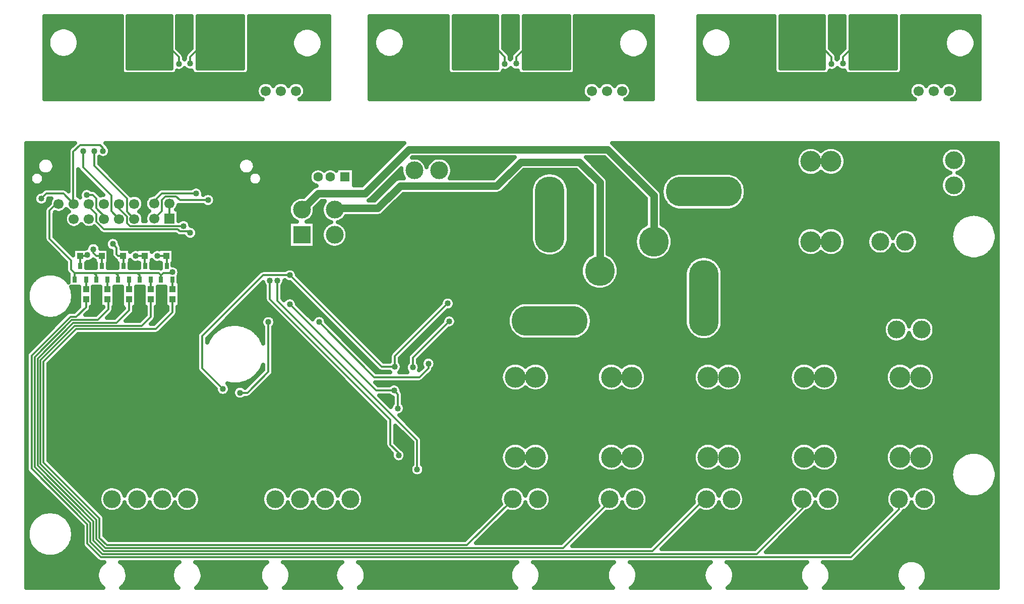
<source format=gbl>
G04 DipTrace 3.0.0.2*
G04 Power_Current.GBL*
%MOMM*%
G04 #@! TF.FileFunction,Copper,L2,Bot*
G04 #@! TF.Part,Single*
G04 #@! TA.AperFunction,Conductor*
%ADD14C,0.33*%
%ADD17C,1.27*%
G04 #@! TA.AperFunction,CopperBalancing*
%ADD19C,0.635*%
G04 #@! TA.AperFunction,ComponentPad*
%ADD21R,3.0X3.0*%
%ADD22C,3.0*%
%ADD23R,1.7X1.7*%
%ADD24C,1.7*%
%ADD27R,1.6X1.6*%
%ADD28C,1.6*%
%ADD29C,3.2*%
%ADD30C,5.0*%
%ADD31R,5.0X7.8*%
%ADD32R,7.8X5.0*%
%ADD38C,3.5*%
%ADD40R,0.65X1.05*%
%ADD41R,1.0X1.1*%
%ADD46R,3.0X8.0*%
G04 #@! TA.AperFunction,ViaPad*
%ADD49C,1.016*%
%FSLAX35Y35*%
G04*
G71*
G90*
G75*
G01*
G04 Bottom*
%LPD*%
X3950123Y7725000D2*
D14*
X3375000D1*
X3246000Y7596000D1*
Y7554000D1*
X4150000Y7612500D2*
X3675000D1*
X3612500Y7675000D1*
X3437500D1*
X3375000Y7612500D1*
Y7425000D1*
X3250000Y7300000D1*
X3246000D1*
X17225000Y7862500D2*
Y8282500D1*
X7612500Y7562500D2*
X8032500D1*
X5697500Y2037500D2*
X5277500D1*
X5697500D2*
X6117500D1*
X6537500D1*
X16175000D2*
X15755000D1*
X14555750D2*
X14135750D1*
X12937500D2*
X12517500D1*
X10892500D2*
X11312500D1*
X9687500D2*
X9267500D1*
X3800000D2*
X3380000D1*
X2960000D1*
X2540000D1*
X1637500Y4075000D2*
Y4012500D1*
X1787500Y2980000D2*
Y2912500D1*
X2227500Y3420000D2*
Y3485000D1*
X2225000Y3487500D1*
X7337500Y3545000D2*
Y3612500D1*
X6950000Y3100000D2*
X6900000D1*
X6887500Y3112500D1*
X7112500Y2687500D2*
X7062500D1*
X7750000Y4387500D2*
X7787500D1*
X7837500Y3862500D2*
Y3825000D1*
X7850000Y3837500D1*
X4312500Y8087500D2*
Y8025000D1*
Y7725000D2*
Y7825000D1*
Y8450000D2*
X4237500D1*
X5312500Y7450000D2*
Y7475000D1*
Y6900000D2*
Y6950000D1*
X5325000D1*
X14494250Y9637003D2*
Y9605250D1*
X14414877D1*
Y9573503D1*
X13922750Y9398877D2*
X13843373D1*
X14065627D2*
X13922750D1*
X9006750Y9637003D2*
Y9605250D1*
X8927377D1*
Y9573503D1*
X8435250Y9398877D2*
X8355873D1*
X8578127D2*
X8435250D1*
X3531750Y9637003D2*
Y9605250D1*
X3452377D1*
Y9573503D1*
X2960250Y9398877D2*
X2880873D1*
X3103127D2*
X2960250D1*
X7850000Y4862500D2*
Y4787500D1*
X7700000Y4637500D1*
X6937500D1*
X6012500Y5562500D1*
X4687500Y4375000D2*
X4812500D1*
X5162500Y4725000D1*
Y5562500D1*
X9133750Y9900837D2*
Y10018000D1*
X8848000Y10303750D1*
X9323750Y9906377D2*
Y10017503D1*
X9609997Y10303750D1*
X9648000D1*
X4400000Y4437500D2*
X4050000Y4787500D1*
Y5325000D1*
X5075000Y6350000D1*
X5525000D1*
X7287500Y4812500D2*
X7062500D1*
X5525000Y6350000D1*
X7287500Y4812500D2*
Y4987500D1*
X8175000Y5875000D1*
X14621250Y9900837D2*
Y10018000D1*
X14335500Y10303750D1*
X14811250Y9906377D2*
Y10017503D1*
X15097497Y10303750D1*
X15135500D1*
X7275000Y4412500D2*
X6975000D1*
X5525000Y5862500D1*
X7337500Y4112500D2*
Y4350000D1*
X7275000Y4412500D1*
X7587500Y4800000D2*
Y4962500D1*
X8200000Y5575000D1*
X3658750Y9900837D2*
Y10018000D1*
X3373000Y10303750D1*
X3848750Y9906377D2*
Y10017503D1*
X4134997Y10303750D1*
X4173000D1*
X9267500Y2587500D2*
Y2580000D1*
X8500000Y1812500D1*
X2450000D1*
X2325000Y1937500D1*
Y2262500D1*
X1387500Y3200000D1*
Y4900000D1*
X1937500Y5450000D1*
X3275000D1*
X3550000Y5725000D1*
Y5942500D1*
X10892500Y2587500D2*
Y2542500D1*
X10112500Y1762500D1*
X2425000D1*
X2275000Y1912500D1*
Y2237500D1*
X1337500Y3175000D1*
Y4925000D1*
X1912500Y5500000D1*
X3037500D1*
X3187500Y5650000D1*
Y5942500D1*
X12517500Y2587500D2*
X12487500D1*
X11612500Y1712500D1*
X2400000D1*
X2225000Y1887500D1*
Y2212500D1*
X1287500Y3150000D1*
Y4950000D1*
X1887500Y5550000D1*
X2612500D1*
X2825000Y5762500D1*
Y5942500D1*
X14135750Y2587500D2*
Y2435750D1*
X13362500Y1662500D1*
X2375000D1*
X2175000Y1862500D1*
Y2187500D1*
X1237500Y3125000D1*
Y4975000D1*
X1862500Y5600000D1*
X2300000D1*
X2475000Y5775000D1*
Y5950000D1*
X2470000D1*
X2462500Y5942500D1*
X15755000Y2587500D2*
Y2417500D1*
X14950000Y1612500D1*
X2350000D1*
X2125000Y1837500D1*
Y2162500D1*
X1187500Y3100000D1*
Y5000000D1*
X1837500Y5650000D1*
X1937500D1*
X2100000Y5812500D1*
Y5942500D1*
X3500000Y7300000D2*
Y7554000D1*
X1910000Y6275000D2*
Y6390000D1*
X1850000Y6450000D1*
Y6600000D1*
X1487500Y6962500D1*
Y7437500D1*
X1600000Y7550000D1*
X1642500D1*
X2272500Y6275000D2*
Y6352500D1*
X2235000Y6390000D1*
X1910000D1*
X2635000Y6275000D2*
Y6352500D1*
X2597500Y6390000D1*
X2235000D1*
X2997500Y6275000D2*
Y6352500D1*
X2960000Y6390000D1*
X2597500D1*
X3360000Y6275000D2*
Y6352500D1*
X3322500Y6390000D1*
X2960000D1*
X3360000Y6275000D2*
Y6347500D1*
X3400000Y6387500D1*
X3537500D1*
X3550000Y6400000D1*
X2387500Y8437500D2*
Y8487500D1*
X2337500Y8537500D1*
X2000000D1*
X1887500Y8425000D1*
Y7559000D1*
X1896500Y7550000D1*
X1350000Y7637500D2*
X1437500Y7725000D1*
X1721500D1*
X1896500Y7550000D1*
X7350000Y3325000D2*
Y3362500D1*
X7212500Y3500000D1*
Y3925000D1*
X5187500Y5950000D1*
Y6262500D1*
X3850000Y7062500D2*
Y7087500D1*
X3675000D1*
X3637500Y7125000D1*
X2400000D1*
X2275000Y7250000D1*
Y7375000D1*
X2162500Y7487500D1*
Y7550000D1*
X2150500D1*
X2658500D2*
Y7466500D1*
X2787500Y7337500D1*
Y7225000D1*
X2837500Y7175000D1*
X3737500D1*
X5312500Y6262500D2*
Y5925000D1*
X7662500Y3575000D1*
Y3087500D1*
X3455000Y6505000D2*
Y6670000D1*
X3450000Y6675000D1*
X3300000D1*
X3087500D2*
Y6510000D1*
X3092500Y6505000D1*
X3087500Y6675000D2*
X2937500D1*
X2730000Y6505000D2*
Y6670000D1*
X2725000Y6675000D1*
X2112500Y7700000D2*
X2212500D1*
X2275000Y7637500D1*
Y7475000D1*
X2404500Y7345500D1*
Y7296000D1*
X2725000Y6675000D2*
X2637500D1*
X2612500Y6700000D1*
Y6812500D1*
X2550000Y6875000D1*
X10727500Y6422500D2*
D17*
Y7910000D1*
X10387500Y8250000D1*
X9400000D1*
X9000000Y7850000D1*
X7375000D1*
X7000000Y7475000D1*
X6300000D1*
X6275000Y7450000D1*
X11635000Y6915000D2*
Y7690000D1*
X10862500Y8462500D1*
X7525000D1*
X6787500Y7725000D1*
X6000000D1*
X5725000Y7450000D1*
X2367500Y6505000D2*
D14*
Y6670000D1*
X2362500Y6675000D1*
X2050000Y8437500D2*
Y8162500D1*
X2525000Y7687500D1*
Y7429500D1*
X2658500Y7296000D1*
X2362500Y6675000D2*
X2275000D1*
X2225000Y6725000D1*
Y6787500D1*
X2005000Y6505000D2*
Y6670000D1*
X2000000Y6675000D1*
X2237500Y8437500D2*
Y8187500D1*
X2787500Y7637500D1*
Y7421000D1*
X2912500Y7296000D1*
X2000000Y6675000D2*
X2112500D1*
X2125000Y6687500D1*
X3550000Y6112500D2*
Y6275000D1*
X3187500Y6112500D2*
Y6275000D1*
X2825000Y6112500D2*
Y6275000D1*
X2462500Y6112500D2*
Y6275000D1*
X2100000Y6112500D2*
Y6275000D1*
D49*
X3950123Y7725000D3*
X4150000Y7612500D3*
X1637500Y4075000D3*
X1787500Y2980000D3*
X2227500Y3420000D3*
X7337500Y3545000D3*
X6950000Y3100000D3*
X7112500Y2687500D3*
X7750000Y4387500D3*
X7837500Y3862500D3*
X4312500Y8087500D3*
Y7725000D3*
Y8450000D3*
X5312500Y7450000D3*
Y6900000D3*
X14494250Y9637003D3*
X13922750Y9398877D3*
X14065627D3*
X13922750D3*
X9006750Y9637003D3*
X8435250Y9398877D3*
X8578127D3*
X8435250D3*
X3531750Y9637003D3*
X2960250Y9398877D3*
X3103127D3*
X2960250D3*
X6012500Y5562500D3*
X7850000Y4862500D3*
X4687500Y4375000D3*
X5162500Y5562500D3*
X9133750Y9900837D3*
X9323750Y9906377D3*
X4400000Y4437500D3*
X5525000Y6350000D3*
X7287500Y4812500D3*
X8175000Y5875000D3*
X7287500Y4812500D3*
X14621250Y9900837D3*
X14811250Y9906377D3*
X7275000Y4412500D3*
X5525000Y5862500D3*
X7337500Y4112500D3*
X7275000Y4412500D3*
X7587500Y4800000D3*
X8200000Y5575000D3*
X3658750Y9900837D3*
X3848750Y9906377D3*
X3550000Y6400000D3*
X2387500Y8437500D3*
X1350000Y7637500D3*
X7350000Y3325000D3*
X5187500Y6262500D3*
X3850000Y7062500D3*
X3737500Y7175000D3*
X5312500Y6262500D3*
X7662500Y3087500D3*
X3300000Y6675000D3*
X2937500D3*
X2112500Y7700000D3*
X2550000Y6875000D3*
X2050000Y8437500D3*
X2225000Y6787500D3*
X2237500Y8437500D3*
X2125000Y6687500D3*
X1405525Y10605983D2*
D19*
X2696187D1*
X3637078D2*
X3870937D1*
X4843578D2*
X6182486D1*
X6866525D2*
X8171202D1*
X9112093D2*
X9345952D1*
X10318593D2*
X11611736D1*
X12391025D2*
X13658619D1*
X14599634D2*
X14833369D1*
X15806134D2*
X17104486D1*
X1405525Y10542817D2*
X2696187D1*
X3637078D2*
X3870937D1*
X4843578D2*
X6182486D1*
X6866525D2*
X8171202D1*
X9112093D2*
X9345952D1*
X10318593D2*
X11611736D1*
X12391025D2*
X13658619D1*
X14599634D2*
X14833369D1*
X15806134D2*
X17104486D1*
X1405525Y10479650D2*
X1582705D1*
X1861807D2*
X2696187D1*
X3637078D2*
X3870937D1*
X4843578D2*
X5690733D1*
X5944286D2*
X6182486D1*
X6866525D2*
X7057719D1*
X7336822D2*
X8171202D1*
X9112093D2*
X9345952D1*
X10318593D2*
X11165748D1*
X11419301D2*
X11611736D1*
X12391025D2*
X12545260D1*
X12824239D2*
X13658619D1*
X14599634D2*
X14833369D1*
X15806134D2*
X16653289D1*
X16906718D2*
X17104486D1*
X1405525Y10416483D2*
X1512135D1*
X1932376D2*
X2696187D1*
X3637078D2*
X3870937D1*
X4843578D2*
X5613218D1*
X6021801D2*
X6182486D1*
X6866525D2*
X6987150D1*
X7407391D2*
X8171202D1*
X9112093D2*
X9345952D1*
X10318593D2*
X11088109D1*
X11496816D2*
X11611736D1*
X12391025D2*
X12474567D1*
X12894932D2*
X13658619D1*
X14599634D2*
X14833369D1*
X15806134D2*
X16575650D1*
X16984357D2*
X17104486D1*
X1405525Y10353317D2*
X1476417D1*
X1968095D2*
X2696187D1*
X3637078D2*
X3870937D1*
X4843578D2*
X5574647D1*
X6060372D2*
X6182486D1*
X6866525D2*
X6951431D1*
X7443110D2*
X8171202D1*
X9112093D2*
X9345952D1*
X10318593D2*
X11049662D1*
X11535387D2*
X11611736D1*
X12391025D2*
X12438972D1*
X12930527D2*
X13658619D1*
X14599634D2*
X14833369D1*
X15806134D2*
X16537203D1*
X17022804D2*
X17104486D1*
X1405525Y10290150D2*
X1460666D1*
X1983846D2*
X2696187D1*
X3637078D2*
X3870937D1*
X4843578D2*
X5556788D1*
X6078108D2*
X6182486D1*
X6866525D2*
X6935680D1*
X7458861D2*
X8171202D1*
X9112093D2*
X9345952D1*
X10318593D2*
X11031802D1*
X11553122D2*
X11611736D1*
X12391025D2*
X12423178D1*
X12946402D2*
X13658619D1*
X14599634D2*
X14833369D1*
X15806134D2*
X16519343D1*
X17040663D2*
X17104486D1*
X1405525Y10226983D2*
X1460914D1*
X1983598D2*
X2696187D1*
X3637078D2*
X3870937D1*
X4843578D2*
X5555299D1*
X6079720D2*
X6182486D1*
X6866525D2*
X6935928D1*
X7458613D2*
X8171202D1*
X9112093D2*
X9345952D1*
X10318593D2*
X11030314D1*
X11554611D2*
X11611736D1*
X12391025D2*
X12423370D1*
X12946030D2*
X13658619D1*
X14599634D2*
X14833369D1*
X15806134D2*
X16517855D1*
X17042152D2*
X17104486D1*
X1405525Y10163817D2*
X1477409D1*
X1967103D2*
X2696187D1*
X3637699D2*
X3870317D1*
X4843578D2*
X5569810D1*
X6065209D2*
X6182486D1*
X6866525D2*
X6952423D1*
X7442117D2*
X8171202D1*
X9112713D2*
X9345208D1*
X10318593D2*
X11044825D1*
X11540100D2*
X11611736D1*
X12391025D2*
X12439840D1*
X12929658D2*
X13658619D1*
X14600254D2*
X14832749D1*
X15806134D2*
X16532366D1*
X17027641D2*
X17104486D1*
X1405525Y10100650D2*
X1513996D1*
X1930516D2*
X2696187D1*
X3700950D2*
X3807065D1*
X4843578D2*
X5603668D1*
X6031351D2*
X6182486D1*
X6866525D2*
X6989010D1*
X7405531D2*
X8171202D1*
X9175841D2*
X9282080D1*
X10318593D2*
X11078683D1*
X11506242D2*
X11611736D1*
X12391025D2*
X12476427D1*
X12893072D2*
X13658619D1*
X14663382D2*
X14769621D1*
X15806134D2*
X16566224D1*
X16993783D2*
X17104486D1*
X1405525Y10037483D2*
X1586673D1*
X1857838D2*
X2696187D1*
X4843578D2*
X5670269D1*
X5964750D2*
X6182486D1*
X6866525D2*
X7061688D1*
X7332729D2*
X8171202D1*
X10318593D2*
X11145284D1*
X11439765D2*
X11611736D1*
X12391025D2*
X12549229D1*
X12820270D2*
X13658619D1*
X15806134D2*
X16632701D1*
X16927306D2*
X17104486D1*
X1405525Y9974317D2*
X2696187D1*
X4843578D2*
X6182486D1*
X6866525D2*
X8171202D1*
X10318593D2*
X11611736D1*
X12391025D2*
X13658619D1*
X15806134D2*
X17104486D1*
X1405525Y9911150D2*
X2696187D1*
X4843578D2*
X6182486D1*
X6866525D2*
X8171202D1*
X10318593D2*
X11611736D1*
X12391025D2*
X13658619D1*
X15806134D2*
X17104486D1*
X1405525Y9847983D2*
X2696187D1*
X4843578D2*
X6182486D1*
X6866525D2*
X8171202D1*
X10318593D2*
X11611736D1*
X12391025D2*
X13658619D1*
X15806134D2*
X17104486D1*
X1405525Y9784817D2*
X2697055D1*
X3687060D2*
X3871805D1*
X4842710D2*
X6182486D1*
X6866525D2*
X8172070D1*
X9162075D2*
X9346820D1*
X10317725D2*
X11611736D1*
X12391025D2*
X13659487D1*
X14649656D2*
X14834237D1*
X15805266D2*
X17104486D1*
X1405525Y9721650D2*
X6182486D1*
X6866525D2*
X11611736D1*
X12391025D2*
X17104486D1*
X1405525Y9658483D2*
X6182486D1*
X6866525D2*
X11611736D1*
X12391025D2*
X17104486D1*
X1405525Y9595317D2*
X5080538D1*
X5157978D2*
X5334538D1*
X5411978D2*
X5588538D1*
X5665978D2*
X6182486D1*
X6866525D2*
X10555552D1*
X10632992D2*
X10809552D1*
X10886992D2*
X11063552D1*
X11140992D2*
X11611736D1*
X12391025D2*
X16043093D1*
X16120409D2*
X16297093D1*
X16374409D2*
X16551093D1*
X16628409D2*
X17104486D1*
X1405525Y9532150D2*
X4987024D1*
X5759492D2*
X6182486D1*
X6866525D2*
X10461915D1*
X11234506D2*
X11611736D1*
X12391025D2*
X15949456D1*
X16722047D2*
X17104486D1*
X1405525Y9468983D2*
X4962219D1*
X5784172D2*
X6182486D1*
X6866525D2*
X10437234D1*
X11259187D2*
X11611736D1*
X12391025D2*
X15924775D1*
X16746728D2*
X17104486D1*
X1405525Y9405817D2*
X4966188D1*
X5780327D2*
X6182486D1*
X6866525D2*
X10441203D1*
X11255342D2*
X11611736D1*
X12391025D2*
X15928620D1*
X16742883D2*
X17104486D1*
X1405525Y9342650D2*
X5001535D1*
X5744981D2*
X6182486D1*
X6866525D2*
X10476549D1*
X11219995D2*
X11611736D1*
X12391025D2*
X15963966D1*
X16707536D2*
X17104486D1*
X1137200Y8521483D2*
X1859153D1*
X2476839D2*
X7392707D1*
X10994769D2*
X17372749D1*
X1137200Y8458317D2*
X1804334D1*
X2510077D2*
X7329579D1*
X11057897D2*
X14123458D1*
X14421536D2*
X14463407D1*
X14761485D2*
X16540923D1*
X16808988D2*
X17372749D1*
X1137200Y8395150D2*
X1797389D1*
X2504124D2*
X7266327D1*
X11121149D2*
X14063431D1*
X14821636D2*
X16482880D1*
X16867155D2*
X17372749D1*
X1137200Y8331983D2*
X1797389D1*
X2446825D2*
X7203199D1*
X11184277D2*
X14034038D1*
X14850906D2*
X16457083D1*
X16892951D2*
X17372749D1*
X1137200Y8268817D2*
X1303776D1*
X1546415D2*
X1797389D1*
X2327639D2*
X4673865D1*
X4916380D2*
X7140071D1*
X7769787D2*
X7875282D1*
X8189731D2*
X9227509D1*
X10559943D2*
X10864867D1*
X11247405D2*
X14023992D1*
X14861075D2*
X16451750D1*
X16898160D2*
X17372749D1*
X1137200Y8205650D2*
X1277979D1*
X1572212D2*
X1797389D1*
X2344134D2*
X4647944D1*
X4942301D2*
X7076943D1*
X8235123D2*
X9164381D1*
X10623071D2*
X10928119D1*
X11310657D2*
X14030565D1*
X14854378D2*
X16465393D1*
X16884642D2*
X17372749D1*
X1137200Y8142483D2*
X1282940D1*
X1567251D2*
X1797389D1*
X2407262D2*
X4653029D1*
X4937216D2*
X5956391D1*
X6043629D2*
X6156317D1*
X6243679D2*
X6296339D1*
X6603595D2*
X7013691D1*
X8254099D2*
X9101253D1*
X10686323D2*
X10991247D1*
X11373784D2*
X14055618D1*
X14829325D2*
X16502476D1*
X16847559D2*
X17372749D1*
X1137200Y8079317D2*
X1217704D1*
X1526820D2*
X1797389D1*
X1977645D2*
X2008474D1*
X2470514D2*
X4693460D1*
X5002452D2*
X5869575D1*
X6603595D2*
X6950563D1*
X7333101D2*
X7391466D1*
X8253603D2*
X9038001D1*
X9420539D2*
X9863874D1*
X9911076D2*
X10366913D1*
X10749450D2*
X11054375D1*
X11436912D2*
X14107583D1*
X14777484D2*
X16591649D1*
X16758386D2*
X17372749D1*
X1137200Y8016150D2*
X1161397D1*
X1393742D2*
X1797389D1*
X1977645D2*
X2071605D1*
X2533642D2*
X4826414D1*
X5058759D2*
X5847250D1*
X6603595D2*
X6887435D1*
X7269973D2*
X7411434D1*
X8233635D2*
X8974874D1*
X9357411D2*
X9690489D1*
X10084437D2*
X10430041D1*
X10812578D2*
X11117626D1*
X11500164D2*
X11898478D1*
X13051574D2*
X16515002D1*
X16835033D2*
X17372749D1*
X1399200Y7952983D2*
X1797389D1*
X1977645D2*
X2134733D1*
X2596770D2*
X4821081D1*
X5064216D2*
X5854072D1*
X6603595D2*
X6824183D1*
X7206721D2*
X7288031D1*
X9294283D2*
X9627361D1*
X10147565D2*
X10493292D1*
X10857351D2*
X11180754D1*
X11563292D2*
X11830761D1*
X13119290D2*
X16471098D1*
X16878937D2*
X17372749D1*
X1137200Y7889817D2*
X1190542D1*
X1364597D2*
X1797389D1*
X1977645D2*
X2197861D1*
X2660022D2*
X4855559D1*
X5029614D2*
X5895868D1*
X6603595D2*
X6761055D1*
X7143593D2*
X7223539D1*
X9231032D2*
X9590526D1*
X10184524D2*
X10556420D1*
X10864668D2*
X11243882D1*
X11626420D2*
X11791446D1*
X13158606D2*
X16453115D1*
X16896920D2*
X17372749D1*
X1137200Y7826650D2*
X1797389D1*
X1977645D2*
X2260989D1*
X2723150D2*
X3883711D1*
X4016590D2*
X5911371D1*
X7080465D2*
X7160411D1*
X9167904D2*
X9563861D1*
X10211189D2*
X10590403D1*
X10864668D2*
X11307134D1*
X11689672D2*
X11769618D1*
X13180434D2*
X16454355D1*
X16895680D2*
X17372749D1*
X1137200Y7763483D2*
X1351153D1*
X1977645D2*
X2006577D1*
X2273441D2*
X2324241D1*
X2786278D2*
X3288647D1*
X4068060D2*
X5847250D1*
X7017213D2*
X7097159D1*
X9104776D2*
X9563861D1*
X10211189D2*
X10590403D1*
X10864668D2*
X11370262D1*
X13188495D2*
X16475191D1*
X16874720D2*
X17372749D1*
X1137200Y7700317D2*
X1243625D1*
X2336941D2*
X2373726D1*
X2849530D2*
X2881726D1*
X2943359D2*
X3197366D1*
X4235243D2*
X5783999D1*
X6954085D2*
X7034031D1*
X7416569D2*
X9563861D1*
X10211189D2*
X10590403D1*
X10864668D2*
X11433390D1*
X13183907D2*
X16524056D1*
X16825979D2*
X17372749D1*
X1137200Y7637150D2*
X1225517D1*
X1474482D2*
X1511267D1*
X3043750D2*
X3112038D1*
X4271830D2*
X5608257D1*
X6890957D2*
X6970903D1*
X7353441D2*
X9563861D1*
X10211189D2*
X10590403D1*
X10864668D2*
X11496642D1*
X13165923D2*
X17372749D1*
X1137200Y7573983D2*
X1244121D1*
X1455878D2*
X1485659D1*
X3069299D2*
X3088663D1*
X4267986D2*
X5540168D1*
X6040281D2*
X6090212D1*
X7290313D2*
X9563861D1*
X10211189D2*
X10590403D1*
X10864668D2*
X11497882D1*
X11772148D2*
X11818111D1*
X13131941D2*
X17372749D1*
X1137200Y7510817D2*
X1435985D1*
X3066075D2*
X3093558D1*
X3652333D2*
X4083637D1*
X4216392D2*
X5510031D1*
X5977029D2*
X6060075D1*
X7227061D2*
X9563861D1*
X10211189D2*
X10590403D1*
X10864668D2*
X11497882D1*
X11772148D2*
X11876030D1*
X13073898D2*
X17372749D1*
X1137200Y7447650D2*
X1398034D1*
X3031596D2*
X3130641D1*
X3658658D2*
X5501349D1*
X5948627D2*
X6051393D1*
X7163933D2*
X9563861D1*
X10211189D2*
X10590403D1*
X10864668D2*
X11497882D1*
X11772148D2*
X11999805D1*
X12950122D2*
X17372749D1*
X1137200Y7384483D2*
X1397414D1*
X1577545D2*
X1766259D1*
X3042758D2*
X3112906D1*
X3658658D2*
X5511519D1*
X5938581D2*
X6061439D1*
X7100805D2*
X9563861D1*
X10211189D2*
X10590403D1*
X10864668D2*
X11497882D1*
X11772148D2*
X17372749D1*
X1137200Y7321317D2*
X1397414D1*
X1577545D2*
X1739966D1*
X3069051D2*
X3088920D1*
X3658658D2*
X5543517D1*
X5906459D2*
X6093561D1*
X6456379D2*
X9563861D1*
X10211189D2*
X10590403D1*
X10864668D2*
X11497882D1*
X11772148D2*
X16796908D1*
X17223102D2*
X17372749D1*
X1137200Y7258150D2*
X1397414D1*
X1577545D2*
X1742695D1*
X3827702D2*
X5616567D1*
X5833409D2*
X6166611D1*
X6383329D2*
X9563861D1*
X10211189D2*
X10590403D1*
X10864668D2*
X11497882D1*
X11772148D2*
X16721998D1*
X17298012D2*
X17372749D1*
X1137200Y7194983D2*
X1397414D1*
X1577545D2*
X1776181D1*
X3860197D2*
X5501349D1*
X5948627D2*
X6127295D1*
X6422769D2*
X9563861D1*
X10211189D2*
X10590403D1*
X10864668D2*
X11479403D1*
X11790627D2*
X16675117D1*
X17344893D2*
X17372858D1*
X1137200Y7131817D2*
X1397414D1*
X1577545D2*
X2268430D1*
X3951974D2*
X5501349D1*
X5948627D2*
X6076694D1*
X6473370D2*
X9563861D1*
X10211189D2*
X10590403D1*
X10864668D2*
X11397051D1*
X11872979D2*
X14157069D1*
X14388050D2*
X14497017D1*
X14727998D2*
X16644979D1*
X1137200Y7068650D2*
X1397414D1*
X1577545D2*
X2331558D1*
X3974298D2*
X5501349D1*
X5948627D2*
X6054866D1*
X6495199D2*
X9563861D1*
X10211189D2*
X10590403D1*
X10864668D2*
X11351039D1*
X11918992D2*
X14078438D1*
X14806629D2*
X15280101D1*
X15594922D2*
X15700044D1*
X16014990D2*
X16627740D1*
X1137200Y7005483D2*
X1397414D1*
X1577545D2*
X3651664D1*
X3959787D2*
X5501349D1*
X5948627D2*
X6052757D1*
X6497307D2*
X9563861D1*
X10211189D2*
X10590403D1*
X10864668D2*
X11324498D1*
X11945408D2*
X14041231D1*
X14843836D2*
X15234708D1*
X16060258D2*
X16621663D1*
X1137200Y6942317D2*
X1399894D1*
X1632488D2*
X2446652D1*
X2653325D2*
X5501349D1*
X5948627D2*
X6069873D1*
X6480192D2*
X9563861D1*
X10211189D2*
X10590403D1*
X10864668D2*
X11312591D1*
X11957439D2*
X14025356D1*
X14859711D2*
X15215857D1*
X16079110D2*
X16626003D1*
X1137200Y6879150D2*
X1446031D1*
X1695616D2*
X2144159D1*
X2305811D2*
X2425692D1*
X2674408D2*
X5501349D1*
X5948627D2*
X6112289D1*
X6437776D2*
X9581224D1*
X10193825D2*
X10590403D1*
X10864668D2*
X11313335D1*
X11956571D2*
X14026596D1*
X14858347D2*
X15216477D1*
X16078614D2*
X16641134D1*
X1137200Y6815983D2*
X1509159D1*
X1758867D2*
X2104099D1*
X2345994D2*
X2441319D1*
X2702562D2*
X5501349D1*
X5948627D2*
X6231103D1*
X6318961D2*
X9611114D1*
X10163936D2*
X10590403D1*
X10864668D2*
X11327226D1*
X11942804D2*
X14045200D1*
X14839743D2*
X15236445D1*
X16058522D2*
X16668792D1*
X17351218D2*
X17372874D1*
X1137200Y6752817D2*
X1572411D1*
X1821995D2*
X1876392D1*
X2486141D2*
X2522430D1*
X3573578D2*
X9662211D1*
X10112714D2*
X10590403D1*
X10864668D2*
X11356000D1*
X11914031D2*
X14086624D1*
X14798444D2*
X15283822D1*
X15591201D2*
X15703765D1*
X16011269D2*
X16712324D1*
X17307686D2*
X17372749D1*
X1137200Y6689650D2*
X1635539D1*
X2486141D2*
X2523050D1*
X3573578D2*
X9759074D1*
X10015976D2*
X10549971D1*
X10904976D2*
X11405237D1*
X11864669D2*
X14178401D1*
X14366594D2*
X14518473D1*
X14706542D2*
X16780785D1*
X17239225D2*
X17372749D1*
X1137200Y6626483D2*
X1698667D1*
X2486141D2*
X2561250D1*
X3573578D2*
X10478162D1*
X10976909D2*
X11496642D1*
X11773388D2*
X12304407D1*
X12645521D2*
X16923164D1*
X17096846D2*
X17372749D1*
X1137200Y6563317D2*
X1759934D1*
X2123620D2*
X2238913D1*
X2486141D2*
X2601309D1*
X2848661D2*
X2892764D1*
X3211182D2*
X3255285D1*
X3573578D2*
X10436862D1*
X11018209D2*
X12229373D1*
X12720679D2*
X17372749D1*
X1137200Y6500150D2*
X1759934D1*
X2111094D2*
X2261361D1*
X2473615D2*
X2623881D1*
X2836135D2*
X2986402D1*
X3198656D2*
X3348922D1*
X3618971D2*
X10413545D1*
X11041526D2*
X12186460D1*
X12763467D2*
X17372749D1*
X1137200Y6436983D2*
X1760926D1*
X3668456D2*
X5438841D1*
X5611159D2*
X10404244D1*
X11050827D2*
X12162152D1*
X12787900D2*
X17372749D1*
X1137200Y6373817D2*
X1414653D1*
X1585359D2*
X1801358D1*
X3671557D2*
X4974001D1*
X5647002D2*
X10407592D1*
X11047355D2*
X12151362D1*
X12798690D2*
X17372749D1*
X1137200Y6310650D2*
X1271158D1*
X1728854D2*
X1803838D1*
X3656178D2*
X4910874D1*
X5689170D2*
X10424211D1*
X11030736D2*
X12151362D1*
X12798690D2*
X17372749D1*
X1137200Y6247483D2*
X1202573D1*
X3656178D2*
X4847622D1*
X5436038D2*
X5460031D1*
X5752298D2*
X10456458D1*
X10998490D2*
X12151362D1*
X12798690D2*
X17372749D1*
X1137200Y6184317D2*
X1158917D1*
X3673665D2*
X4784494D1*
X5034078D2*
X5092692D1*
X5407389D2*
X5565841D1*
X5815426D2*
X10511524D1*
X10943423D2*
X12151362D1*
X12798690D2*
X17372749D1*
X1868752Y6121150D2*
X1976355D1*
X2223583D2*
X2338875D1*
X2586104D2*
X2701396D1*
X2948624D2*
X3063917D1*
X3311145D2*
X3426313D1*
X3673665D2*
X4721366D1*
X4970950D2*
X5097405D1*
X5402552D2*
X5629093D1*
X5878678D2*
X10621905D1*
X10833166D2*
X12151362D1*
X12798690D2*
X17372749D1*
X1884007Y6057983D2*
X1976355D1*
X2223583D2*
X2338875D1*
X2586104D2*
X2701396D1*
X2948624D2*
X3063917D1*
X3311145D2*
X3426313D1*
X3673665D2*
X4658238D1*
X4907823D2*
X5097405D1*
X5402552D2*
X5692221D1*
X5941806D2*
X12151362D1*
X12798690D2*
X17372749D1*
X1888348Y5994817D2*
X1976355D1*
X2223583D2*
X2338875D1*
X2586104D2*
X2701396D1*
X2948624D2*
X3063917D1*
X3311145D2*
X3426313D1*
X3673665D2*
X4594986D1*
X4844571D2*
X5097405D1*
X5402552D2*
X5755349D1*
X6004934D2*
X12151362D1*
X12798690D2*
X17372749D1*
X1882271Y5931650D2*
X1976355D1*
X2223583D2*
X2338875D1*
X2586104D2*
X2701396D1*
X2948624D2*
X3063917D1*
X3311145D2*
X3426313D1*
X3673665D2*
X4531858D1*
X4781443D2*
X5099389D1*
X5627034D2*
X5818601D1*
X6068186D2*
X8065038D1*
X8284981D2*
X12151362D1*
X12798690D2*
X17372749D1*
X1865032Y5868483D2*
X1976355D1*
X2223583D2*
X2338875D1*
X2586104D2*
X2701396D1*
X2948624D2*
X3063917D1*
X3311145D2*
X3426313D1*
X3673665D2*
X4468730D1*
X4718315D2*
X5144162D1*
X5649235D2*
X5881729D1*
X6131314D2*
X8043706D1*
X8299243D2*
X9353765D1*
X10421284D2*
X12151362D1*
X12798690D2*
X17372749D1*
X1137200Y5805317D2*
X1164870D1*
X1835142D2*
X1968045D1*
X2189849D2*
X2380547D1*
X2565144D2*
X2734882D1*
X2915138D2*
X3097403D1*
X3277658D2*
X3459923D1*
X3640055D2*
X4405478D1*
X4655063D2*
X5207414D1*
X5707030D2*
X5944857D1*
X6194442D2*
X7980578D1*
X8276671D2*
X9265212D1*
X10509713D2*
X12151362D1*
X12798690D2*
X17372749D1*
X1137200Y5742150D2*
X1211750D1*
X1788261D2*
X1904793D1*
X2154502D2*
X2317295D1*
X2558447D2*
X2679816D1*
X2912658D2*
X3097403D1*
X3277658D2*
X3442312D1*
X3640055D2*
X4342350D1*
X4591935D2*
X5270542D1*
X5770158D2*
X6008109D1*
X6257694D2*
X7917326D1*
X8166910D2*
X9216967D1*
X10558082D2*
X12151362D1*
X12798690D2*
X17372749D1*
X1137200Y5678983D2*
X1286413D1*
X1713599D2*
X1741759D1*
X2503752D2*
X2616688D1*
X2866273D2*
X3091698D1*
X3277658D2*
X3379184D1*
X3626288D2*
X4279222D1*
X4528807D2*
X5136720D1*
X5188356D2*
X5333669D1*
X5833285D2*
X5986777D1*
X6038293D2*
X6071316D1*
X6320822D2*
X7854198D1*
X8103783D2*
X8137625D1*
X8262284D2*
X9188938D1*
X10586112D2*
X12151362D1*
X12798690D2*
X17372749D1*
X1137200Y5615817D2*
X1678575D1*
X2803145D2*
X3028570D1*
X3270341D2*
X3316056D1*
X3565641D2*
X4215970D1*
X4465555D2*
X5050772D1*
X5274188D2*
X5396921D1*
X6383950D2*
X7791070D1*
X8040655D2*
X8082897D1*
X8317103D2*
X9175667D1*
X10599382D2*
X12151362D1*
X12798690D2*
X15581974D1*
X15842969D2*
X16002042D1*
X16263036D2*
X17372749D1*
X1137200Y5552650D2*
X1615323D1*
X3214903D2*
X3252804D1*
X3502389D2*
X4152842D1*
X4402427D2*
X5038494D1*
X5286590D2*
X5460049D1*
X6147189D2*
X6197493D1*
X6447201D2*
X7727818D1*
X7977403D2*
X8052883D1*
X8322312D2*
X9175295D1*
X10599754D2*
X12151362D1*
X12798690D2*
X15521823D1*
X15903120D2*
X15941808D1*
X16323064D2*
X17372749D1*
X1137200Y5489483D2*
X1552195D1*
X3439261D2*
X4089714D1*
X4339299D2*
X4393944D1*
X4810216D2*
X5063298D1*
X5261661D2*
X5523177D1*
X6210317D2*
X6260745D1*
X6510329D2*
X7664690D1*
X7914275D2*
X7989631D1*
X8287833D2*
X9187822D1*
X10587228D2*
X12163144D1*
X12786908D2*
X15495158D1*
X16349853D2*
X17372749D1*
X1137200Y5426317D2*
X1489067D1*
X3376133D2*
X4026462D1*
X4917744D2*
X5072352D1*
X5252608D2*
X5586429D1*
X6273445D2*
X6323873D1*
X6573457D2*
X7601562D1*
X7851147D2*
X7926503D1*
X8176088D2*
X9214983D1*
X10560067D2*
X12188321D1*
X12761607D2*
X15489205D1*
X16355806D2*
X17372749D1*
X1137200Y5363150D2*
X1425815D1*
X1975412D2*
X3969040D1*
X4986081D2*
X5072352D1*
X5252608D2*
X5649557D1*
X6336697D2*
X6387000D1*
X6636709D2*
X7538310D1*
X7787895D2*
X7863375D1*
X8112960D2*
X9261864D1*
X10513062D2*
X12232473D1*
X12717578D2*
X15501979D1*
X16343032D2*
X17372749D1*
X1137200Y5299983D2*
X1362687D1*
X1912284D2*
X3959862D1*
X4149791D2*
X4169526D1*
X5034575D2*
X5072352D1*
X5252608D2*
X5712685D1*
X6399825D2*
X6450252D1*
X6699837D2*
X7475182D1*
X7724767D2*
X7800124D1*
X8049832D2*
X9346696D1*
X10428230D2*
X12310360D1*
X12639568D2*
X15537946D1*
X15887121D2*
X15957889D1*
X16307065D2*
X17372749D1*
X1137200Y5236817D2*
X1299559D1*
X1849157D2*
X3959862D1*
X5252608D2*
X5775937D1*
X6462952D2*
X6513380D1*
X6762965D2*
X7412054D1*
X7661639D2*
X7736996D1*
X7986580D2*
X15622778D1*
X15802165D2*
X16042845D1*
X16222109D2*
X17372749D1*
X1137200Y5173650D2*
X1236307D1*
X1785905D2*
X3959862D1*
X5252608D2*
X5839065D1*
X6526204D2*
X6576508D1*
X6826093D2*
X7348802D1*
X7598511D2*
X7673868D1*
X7923452D2*
X17372749D1*
X1137200Y5110483D2*
X1173179D1*
X1722777D2*
X3959862D1*
X5252608D2*
X5902193D1*
X6589332D2*
X6639760D1*
X6889345D2*
X7285674D1*
X7535259D2*
X7610740D1*
X7860325D2*
X17372749D1*
X1659649Y5047317D2*
X3959862D1*
X5252608D2*
X5965445D1*
X6652460D2*
X6702888D1*
X6952473D2*
X7222546D1*
X7472131D2*
X7547488D1*
X7797073D2*
X17372749D1*
X1596397Y4984150D2*
X3959862D1*
X5252608D2*
X6028573D1*
X6715588D2*
X6766016D1*
X7015601D2*
X7197370D1*
X7409003D2*
X7500235D1*
X7733945D2*
X17372749D1*
X1533269Y4920983D2*
X3959862D1*
X5252608D2*
X6091701D1*
X6778840D2*
X6829268D1*
X7078853D2*
X7197370D1*
X7377625D2*
X7497382D1*
X7677638D2*
X7741088D1*
X7958923D2*
X17372749D1*
X1477582Y4857817D2*
X3959862D1*
X5252608D2*
X6154829D1*
X6841968D2*
X6892396D1*
X7402926D2*
X7478159D1*
X7696862D2*
X7725642D1*
X7974302D2*
X9202829D1*
X9417191D2*
X9542777D1*
X9757139D2*
X10815381D1*
X11029619D2*
X11155330D1*
X11369692D2*
X12440336D1*
X12654699D2*
X12780285D1*
X12994647D2*
X14052889D1*
X14267127D2*
X14392837D1*
X14607200D2*
X15665318D1*
X15879680D2*
X16005390D1*
X16219628D2*
X17372749D1*
X1477582Y4794650D2*
X3959862D1*
X5252608D2*
X6218081D1*
X6905096D2*
X6955524D1*
X7410616D2*
X7463152D1*
X7711868D2*
X7732453D1*
X7952970D2*
X9119237D1*
X9840731D2*
X10731790D1*
X11453283D2*
X12356745D1*
X13078239D2*
X13969297D1*
X14690791D2*
X15581726D1*
X16303220D2*
X17372749D1*
X1477582Y4731483D2*
X3981442D1*
X5024901D2*
X5044264D1*
X5252608D2*
X6281208D1*
X6968348D2*
X7034899D1*
X7379734D2*
X7484980D1*
X7918616D2*
X9080293D1*
X9879674D2*
X10692846D1*
X11492227D2*
X12317801D1*
X13117182D2*
X13930354D1*
X14729611D2*
X15542783D1*
X16342163D2*
X17372749D1*
X1477582Y4668317D2*
X4044322D1*
X5230532D2*
X6344336D1*
X7855612D2*
X9063302D1*
X9896665D2*
X10675855D1*
X11509218D2*
X12300810D1*
X13134173D2*
X13913363D1*
X14746726D2*
X15525792D1*
X16359155D2*
X17372749D1*
X1477582Y4605150D2*
X4107574D1*
X4898025D2*
X4917884D1*
X5167404D2*
X6407588D1*
X7792484D2*
X9063550D1*
X9896417D2*
X10675979D1*
X11508970D2*
X12301058D1*
X13133925D2*
X13913487D1*
X14746478D2*
X15526040D1*
X16359031D2*
X17372749D1*
X1477582Y4541983D2*
X4170702D1*
X4773009D2*
X4854691D1*
X5104276D2*
X6470716D1*
X6970332D2*
X9081038D1*
X9879054D2*
X10693466D1*
X11491483D2*
X12318421D1*
X13116562D2*
X13930974D1*
X14728991D2*
X15543527D1*
X16341543D2*
X17372749D1*
X1477582Y4478817D2*
X4233830D1*
X4517025D2*
X4624875D1*
X4750189D2*
X4791563D1*
X5041148D2*
X6533844D1*
X7379114D2*
X9120601D1*
X9839491D2*
X10733030D1*
X11451919D2*
X12358109D1*
X13076998D2*
X13970538D1*
X14689427D2*
X15583090D1*
X16301980D2*
X17372749D1*
X1477582Y4415650D2*
X4277610D1*
X4522358D2*
X4570305D1*
X4977896D2*
X6597096D1*
X7399453D2*
X9206301D1*
X9413718D2*
X9546250D1*
X9753790D2*
X10818730D1*
X11026271D2*
X11158802D1*
X11366219D2*
X12443809D1*
X12651226D2*
X12783757D1*
X12991298D2*
X14056238D1*
X14263779D2*
X14396310D1*
X14603727D2*
X15668791D1*
X15876207D2*
X16008739D1*
X16216280D2*
X17372749D1*
X1477582Y4352483D2*
X4311716D1*
X4488251D2*
X4565220D1*
X4914768D2*
X6660224D1*
X7427607D2*
X17372749D1*
X1477582Y4289317D2*
X4599947D1*
X4775117D2*
X6723352D1*
X7073024D2*
X7247351D1*
X7427607D2*
X17372749D1*
X1477582Y4226150D2*
X6786604D1*
X7136152D2*
X7247351D1*
X7427607D2*
X17372749D1*
X1477582Y4162983D2*
X6849732D1*
X7199280D2*
X7224407D1*
X7450551D2*
X17372749D1*
X1477582Y4099817D2*
X6912860D1*
X7461217D2*
X17372749D1*
X1477582Y4036650D2*
X6976112D1*
X7434304D2*
X17372749D1*
X1477582Y3973483D2*
X7039240D1*
X7388787D2*
X17372749D1*
X1477582Y3910317D2*
X7102368D1*
X7452039D2*
X17372749D1*
X1477582Y3847150D2*
X7122335D1*
X7515167D2*
X17372749D1*
X1477582Y3783983D2*
X7122335D1*
X7302591D2*
X7328710D1*
X7578295D2*
X17372749D1*
X1477582Y3720817D2*
X7122335D1*
X7302591D2*
X7391838D1*
X7641423D2*
X17372749D1*
X1477582Y3657650D2*
X7122335D1*
X7302591D2*
X7455090D1*
X7704675D2*
X17372749D1*
X1477582Y3594483D2*
X7122335D1*
X7302591D2*
X7518218D1*
X7750316D2*
X17372749D1*
X1477582Y3531317D2*
X7122335D1*
X7305940D2*
X7572417D1*
X7752548D2*
X9276995D1*
X9343025D2*
X9616943D1*
X9682973D2*
X10889423D1*
X10955577D2*
X11229496D1*
X11295589D2*
X12514502D1*
X12580533D2*
X12854451D1*
X12920481D2*
X14126931D1*
X14193085D2*
X14467003D1*
X14532966D2*
X15739484D1*
X15805595D2*
X16079432D1*
X16145503D2*
X17372749D1*
X1477582Y3468150D2*
X7128661D1*
X7369192D2*
X7572417D1*
X7752548D2*
X9138833D1*
X9821135D2*
X10751385D1*
X11433564D2*
X12376340D1*
X13058643D2*
X13988893D1*
X14671072D2*
X15601446D1*
X16283624D2*
X17372749D1*
X1477582Y3404983D2*
X7182735D1*
X7443234D2*
X7572417D1*
X7752548D2*
X9090091D1*
X9869876D2*
X10702644D1*
X11482429D2*
X12327599D1*
X13107384D2*
X13940152D1*
X14719937D2*
X15552581D1*
X16332366D2*
X17372749D1*
X1477582Y3341817D2*
X7226763D1*
X7473247D2*
X7572417D1*
X7752548D2*
X9066899D1*
X9893193D2*
X10679328D1*
X11505621D2*
X12304407D1*
X13130700D2*
X13916835D1*
X14743129D2*
X15529388D1*
X16355682D2*
X16832875D1*
X17187135D2*
X17372749D1*
X1477582Y3278650D2*
X7235073D1*
X7464938D2*
X7572417D1*
X7752548D2*
X9061690D1*
X9898402D2*
X10674119D1*
X11510830D2*
X12299198D1*
X13135909D2*
X13911626D1*
X14748338D2*
X15524179D1*
X16360891D2*
X16742213D1*
X17277796D2*
X17372749D1*
X1496806Y3215483D2*
X7299441D1*
X7400570D2*
X7572417D1*
X7752548D2*
X9073224D1*
X9886743D2*
X10685777D1*
X11499172D2*
X12310732D1*
X13124251D2*
X13923285D1*
X14736680D2*
X15535713D1*
X16349233D2*
X16688139D1*
X17331870D2*
X17372714D1*
X1559934Y3152317D2*
X7557410D1*
X7767555D2*
X9104602D1*
X9855366D2*
X10717155D1*
X11467918D2*
X12342110D1*
X13092873D2*
X13954663D1*
X14705426D2*
X15567091D1*
X16317855D2*
X16653289D1*
X1623186Y3089150D2*
X7538062D1*
X7786903D2*
X9168846D1*
X9451173D2*
X9508918D1*
X9791121D2*
X10781399D1*
X11063602D2*
X11121347D1*
X11403674D2*
X12406354D1*
X12688557D2*
X12746426D1*
X13028629D2*
X14018907D1*
X14301110D2*
X14358855D1*
X14641058D2*
X15631335D1*
X15913662D2*
X15971408D1*
X16253611D2*
X16632081D1*
X1686314Y3025983D2*
X7555301D1*
X7769663D2*
X16622407D1*
X1137200Y2962817D2*
X1199844D1*
X1749442D2*
X16623399D1*
X1137200Y2899650D2*
X1263096D1*
X1812694D2*
X16634933D1*
X1137200Y2836483D2*
X1326224D1*
X1875822D2*
X16658374D1*
X1137200Y2773317D2*
X1389352D1*
X1938950D2*
X2420979D1*
X2659030D2*
X2841046D1*
X3078973D2*
X3260990D1*
X3499040D2*
X3681057D1*
X3918984D2*
X5158548D1*
X5396475D2*
X5578492D1*
X5816542D2*
X5998559D1*
X6236486D2*
X6418502D1*
X6656429D2*
X9148506D1*
X9386433D2*
X9568574D1*
X9806500D2*
X10773461D1*
X11011512D2*
X11193529D1*
X11431455D2*
X12398541D1*
X12636467D2*
X12818484D1*
X13056534D2*
X14016798D1*
X14254725D2*
X14436742D1*
X14674792D2*
X15636048D1*
X15873975D2*
X16055992D1*
X16294042D2*
X16696077D1*
X17323933D2*
X17372749D1*
X1137200Y2710150D2*
X1452604D1*
X2002201D2*
X2354254D1*
X2725754D2*
X2774402D1*
X3145698D2*
X3194265D1*
X3565765D2*
X3614333D1*
X3985708D2*
X5091824D1*
X5463200D2*
X5511767D1*
X5883267D2*
X5931834D1*
X6303210D2*
X6351778D1*
X6723154D2*
X9081782D1*
X9453158D2*
X9501725D1*
X9873225D2*
X10706737D1*
X11078237D2*
X11126804D1*
X11498180D2*
X12331816D1*
X12703192D2*
X12751759D1*
X13123259D2*
X13950074D1*
X14321450D2*
X14370017D1*
X14741517D2*
X15569324D1*
X15940700D2*
X15989267D1*
X16360767D2*
X16754740D1*
X17265270D2*
X17372749D1*
X1137200Y2646983D2*
X1515732D1*
X2065329D2*
X2324613D1*
X4015350D2*
X5062182D1*
X6752795D2*
X9052140D1*
X9902867D2*
X10677219D1*
X11527822D2*
X12302174D1*
X13152901D2*
X13920432D1*
X14771034D2*
X15539682D1*
X16390284D2*
X16857431D1*
X17162578D2*
X17372749D1*
X1137200Y2583817D2*
X1578860D1*
X2128457D2*
X2316427D1*
X4023659D2*
X5053873D1*
X6761105D2*
X9043831D1*
X9911052D2*
X10668910D1*
X11536131D2*
X12293865D1*
X13161086D2*
X13912123D1*
X14779344D2*
X15531373D1*
X16398594D2*
X17372749D1*
X1137200Y2520650D2*
X1642112D1*
X2191709D2*
X2326845D1*
X4013117D2*
X5064415D1*
X6750563D2*
X9054373D1*
X9900634D2*
X10679452D1*
X11525589D2*
X12295849D1*
X13150544D2*
X13922665D1*
X14768802D2*
X15541915D1*
X16388052D2*
X17372749D1*
X1137200Y2457483D2*
X1705240D1*
X2254837D2*
X2359587D1*
X2720421D2*
X2779531D1*
X3140489D2*
X3199598D1*
X3560432D2*
X3619542D1*
X3980499D2*
X5097033D1*
X5457991D2*
X5517100D1*
X5877934D2*
X5937043D1*
X6298001D2*
X6357111D1*
X6717945D2*
X9020142D1*
X9447949D2*
X9507058D1*
X9867892D2*
X10682676D1*
X11072904D2*
X11132013D1*
X11492971D2*
X12232721D1*
X12697983D2*
X12757092D1*
X13117926D2*
X13955283D1*
X14316241D2*
X14375350D1*
X14736184D2*
X15574533D1*
X15935491D2*
X15994600D1*
X16355434D2*
X17372749D1*
X1137200Y2394317D2*
X1768368D1*
X2317965D2*
X2434125D1*
X2645883D2*
X2854193D1*
X3065826D2*
X3274136D1*
X3485770D2*
X3694204D1*
X3905837D2*
X5171695D1*
X5383328D2*
X5591638D1*
X5803272D2*
X6011706D1*
X6223339D2*
X6431649D1*
X6643283D2*
X8957014D1*
X9373286D2*
X9581720D1*
X9793354D2*
X10619548D1*
X10998366D2*
X11206675D1*
X11418309D2*
X12169469D1*
X12623321D2*
X12831630D1*
X13043264D2*
X13969545D1*
X14241578D2*
X14449888D1*
X14661522D2*
X15607027D1*
X15860828D2*
X16069138D1*
X16280772D2*
X17372749D1*
X1137200Y2331150D2*
X1303032D1*
X1696980D2*
X1831496D1*
X2381093D2*
X8893886D1*
X9143471D2*
X10556296D1*
X10806005D2*
X12106341D1*
X12355926D2*
X13906293D1*
X14156002D2*
X15543899D1*
X15793484D2*
X17372749D1*
X1137200Y2267983D2*
X1221300D1*
X1778711D2*
X1894748D1*
X2414951D2*
X8830634D1*
X9080343D2*
X10493168D1*
X10742753D2*
X12043213D1*
X12292798D2*
X13843166D1*
X14092750D2*
X15480647D1*
X15730232D2*
X17372749D1*
X1137200Y2204817D2*
X1171071D1*
X1828941D2*
X1957875D1*
X2415075D2*
X8767506D1*
X9017091D2*
X10430041D1*
X10679625D2*
X11979961D1*
X12229670D2*
X13780038D1*
X14029622D2*
X15417519D1*
X15667104D2*
X17372749D1*
X1861187Y2141650D2*
X2021003D1*
X2415075D2*
X8704378D1*
X8953963D2*
X10366789D1*
X10616497D2*
X11916833D1*
X12166418D2*
X13716910D1*
X13966494D2*
X15354391D1*
X15603976D2*
X17372749D1*
X1880286Y2078483D2*
X2034894D1*
X2415075D2*
X8641126D1*
X8890835D2*
X10303661D1*
X10553245D2*
X11853706D1*
X12103290D2*
X13653658D1*
X13903242D2*
X15291139D1*
X15540724D2*
X17372749D1*
X1888100Y2015317D2*
X2034894D1*
X2415075D2*
X8577999D1*
X8827583D2*
X10240533D1*
X10490117D2*
X11790578D1*
X12040162D2*
X13590530D1*
X13840115D2*
X15228011D1*
X15477596D2*
X17372749D1*
X1885371Y1952150D2*
X2034894D1*
X2435167D2*
X8514871D1*
X8764455D2*
X10177405D1*
X10426990D2*
X11727326D1*
X11976910D2*
X13527402D1*
X13776987D2*
X15164883D1*
X15414468D2*
X17372749D1*
X1871977Y1888983D2*
X2034894D1*
X8701327D2*
X10114153D1*
X10363738D2*
X11664198D1*
X11913783D2*
X13464150D1*
X13713735D2*
X15101631D1*
X15351340D2*
X17372749D1*
X1846428Y1825817D2*
X2035762D1*
X10300610D2*
X11601070D1*
X11850655D2*
X13401022D1*
X13650607D2*
X15038503D1*
X15288088D2*
X17372749D1*
X1137200Y1762650D2*
X1194263D1*
X1805748D2*
X2075078D1*
X11787403D2*
X13337894D1*
X13587479D2*
X14975375D1*
X15224960D2*
X17372749D1*
X1137200Y1699483D2*
X1257639D1*
X1742248D2*
X2138206D1*
X13524227D2*
X14912124D1*
X15161832D2*
X17372749D1*
X1137200Y1636317D2*
X1376454D1*
X1623434D2*
X2201333D1*
X15098580D2*
X17372749D1*
X1137200Y1573150D2*
X2264585D1*
X15035452D2*
X17372749D1*
X1137200Y1509983D2*
X2375214D1*
X2704794D2*
X3635292D1*
X3964748D2*
X5112784D1*
X5442240D2*
X6372738D1*
X6702194D2*
X9312713D1*
X9642293D2*
X10937792D1*
X11267248D2*
X12562748D1*
X12892203D2*
X14181005D1*
X14510461D2*
X15800255D1*
X16129711D2*
X17372749D1*
X1137200Y1446817D2*
X2317543D1*
X2762465D2*
X3577622D1*
X4022419D2*
X5055113D1*
X5499910D2*
X6315067D1*
X6759865D2*
X9255042D1*
X9699964D2*
X10880122D1*
X11324919D2*
X12505077D1*
X12949874D2*
X14123334D1*
X14568132D2*
X15742584D1*
X16187382D2*
X17372749D1*
X1137200Y1383650D2*
X2288150D1*
X2791859D2*
X3548104D1*
X4051937D2*
X5025595D1*
X5529428D2*
X6285549D1*
X6789382D2*
X9225649D1*
X9729358D2*
X10850604D1*
X11354437D2*
X12475559D1*
X12979392D2*
X14093817D1*
X14597650D2*
X15713067D1*
X16216900D2*
X17372749D1*
X1137200Y1320483D2*
X2276864D1*
X2803145D2*
X3536942D1*
X4063099D2*
X5014433D1*
X5540590D2*
X6274387D1*
X6800544D2*
X9214363D1*
X9740644D2*
X10839442D1*
X11365599D2*
X12464397D1*
X12990554D2*
X14082655D1*
X14608812D2*
X15701905D1*
X16228062D2*
X17372749D1*
X1137200Y1257317D2*
X2281453D1*
X2798432D2*
X3541531D1*
X4058510D2*
X5019022D1*
X5536001D2*
X6278976D1*
X6795955D2*
X9218952D1*
X9735931D2*
X10844031D1*
X11361010D2*
X12468986D1*
X12985965D2*
X14087244D1*
X14604223D2*
X15706494D1*
X16223473D2*
X17372749D1*
X1137200Y1194150D2*
X2302909D1*
X2777100D2*
X3562863D1*
X4037054D2*
X5040354D1*
X5514545D2*
X6300432D1*
X6774623D2*
X9240408D1*
X9714599D2*
X10865363D1*
X11339554D2*
X12490442D1*
X12964633D2*
X14108700D1*
X14582891D2*
X15727950D1*
X16202141D2*
X17372749D1*
X1137200Y1130983D2*
X2346689D1*
X2733196D2*
X3606767D1*
X3993274D2*
X5084258D1*
X5470765D2*
X6344212D1*
X6730719D2*
X9284188D1*
X9670695D2*
X10909267D1*
X11295774D2*
X12534222D1*
X12920729D2*
X14152480D1*
X14538987D2*
X15771730D1*
X16158237D2*
X17372749D1*
X9477429Y2531964D2*
X9468250Y2504347D1*
X9452770Y2473966D1*
X9432729Y2446381D1*
X9408619Y2422271D1*
X9381034Y2402230D1*
X9350653Y2386750D1*
X9318225Y2376214D1*
X9284548Y2370880D1*
X9250452D1*
X9216775Y2376214D1*
X9190412Y2384513D1*
X8652265Y1846268D1*
X10077866Y1846290D1*
X10706512Y2475010D1*
X10691750Y2504347D1*
X10681214Y2536775D1*
X10675880Y2570452D1*
Y2604548D1*
X10681214Y2638225D1*
X10691750Y2670653D1*
X10707230Y2701034D1*
X10727271Y2728619D1*
X10751381Y2752729D1*
X10778966Y2772770D1*
X10809347Y2788250D1*
X10841775Y2798786D1*
X10875452Y2804120D1*
X10909548D1*
X10943225Y2798786D1*
X10975653Y2788250D1*
X11006034Y2772770D1*
X11033619Y2752729D1*
X11057729Y2728619D1*
X11077770Y2701034D1*
X11093250Y2670653D1*
X11102429Y2643036D1*
X11111750Y2670653D1*
X11127230Y2701034D1*
X11147271Y2728619D1*
X11171381Y2752729D1*
X11198966Y2772770D1*
X11229347Y2788250D1*
X11261775Y2798786D1*
X11295452Y2804120D1*
X11329548D1*
X11363225Y2798786D1*
X11395653Y2788250D1*
X11426034Y2772770D1*
X11453619Y2752729D1*
X11477729Y2728619D1*
X11497770Y2701034D1*
X11513250Y2670653D1*
X11523786Y2638225D1*
X11529120Y2604548D1*
Y2570452D1*
X11523786Y2536775D1*
X11513250Y2504347D1*
X11497770Y2473966D1*
X11477729Y2446381D1*
X11453619Y2422271D1*
X11426034Y2402230D1*
X11395653Y2386750D1*
X11363225Y2376214D1*
X11329548Y2370880D1*
X11295452D1*
X11261775Y2376214D1*
X11229347Y2386750D1*
X11198966Y2402230D1*
X11171381Y2422271D1*
X11147271Y2446381D1*
X11127230Y2473966D1*
X11111750Y2504347D1*
X11102571Y2531964D1*
X11093250Y2504347D1*
X11077770Y2473966D1*
X11057729Y2446381D1*
X11033619Y2422271D1*
X11006034Y2402230D1*
X10975653Y2386750D1*
X10943225Y2376214D1*
X10909548Y2370880D1*
X10875452D1*
X10844193Y2375733D1*
X10264812Y1796314D1*
X11577858Y1796290D1*
X12308768Y2527265D1*
X12302885Y2553508D1*
X12300210Y2587500D1*
X12302885Y2621492D1*
X12310845Y2654646D1*
X12323893Y2686148D1*
X12341709Y2715220D1*
X12363853Y2741147D1*
X12389780Y2763291D1*
X12418852Y2781107D1*
X12450354Y2794155D1*
X12483508Y2802115D1*
X12517500Y2804790D1*
X12551492Y2802115D1*
X12584646Y2794155D1*
X12616148Y2781107D1*
X12645220Y2763291D1*
X12671147Y2741147D1*
X12693291Y2715220D1*
X12711107Y2686148D1*
X12724155Y2654646D1*
X12727429Y2643036D1*
X12736750Y2670653D1*
X12752230Y2701034D1*
X12772271Y2728619D1*
X12796381Y2752729D1*
X12823966Y2772770D1*
X12854347Y2788250D1*
X12886775Y2798786D1*
X12920452Y2804120D1*
X12954548D1*
X12988225Y2798786D1*
X13020653Y2788250D1*
X13051034Y2772770D1*
X13078619Y2752729D1*
X13102729Y2728619D1*
X13122770Y2701034D1*
X13138250Y2670653D1*
X13148786Y2638225D1*
X13154120Y2604548D1*
Y2570452D1*
X13148786Y2536775D1*
X13138250Y2504347D1*
X13122770Y2473966D1*
X13102729Y2446381D1*
X13078619Y2422271D1*
X13051034Y2402230D1*
X13020653Y2386750D1*
X12988225Y2376214D1*
X12954548Y2370880D1*
X12920452D1*
X12886775Y2376214D1*
X12854347Y2386750D1*
X12823966Y2402230D1*
X12796381Y2422271D1*
X12772271Y2446381D1*
X12752230Y2473966D1*
X12736750Y2504347D1*
X12727571Y2531964D1*
X12718250Y2504347D1*
X12702770Y2473966D1*
X12682729Y2446381D1*
X12658619Y2422271D1*
X12631034Y2402230D1*
X12600653Y2386750D1*
X12568225Y2376214D1*
X12534548Y2370880D1*
X12500452D1*
X12466775Y2376214D1*
X12434347Y2386750D1*
X12414724Y2396205D1*
X11764747Y1746250D1*
X13327882Y1746290D1*
X13999660Y2418157D1*
X13982103Y2433853D1*
X13959959Y2459780D1*
X13942143Y2488852D1*
X13929095Y2520354D1*
X13921135Y2553508D1*
X13918460Y2587500D1*
X13921135Y2621492D1*
X13929095Y2654646D1*
X13942143Y2686148D1*
X13959959Y2715220D1*
X13982103Y2741147D1*
X14008030Y2763291D1*
X14037102Y2781107D1*
X14068604Y2794155D1*
X14101758Y2802115D1*
X14135750Y2804790D1*
X14169742Y2802115D1*
X14202896Y2794155D1*
X14234398Y2781107D1*
X14263470Y2763291D1*
X14289397Y2741147D1*
X14311541Y2715220D1*
X14329357Y2686148D1*
X14342405Y2654646D1*
X14345679Y2643036D1*
X14355000Y2670653D1*
X14370480Y2701034D1*
X14390521Y2728619D1*
X14414631Y2752729D1*
X14442216Y2772770D1*
X14472597Y2788250D1*
X14505025Y2798786D1*
X14538702Y2804120D1*
X14572798D1*
X14606475Y2798786D1*
X14638903Y2788250D1*
X14669284Y2772770D1*
X14696869Y2752729D1*
X14720979Y2728619D1*
X14741020Y2701034D1*
X14756500Y2670653D1*
X14767036Y2638225D1*
X14772370Y2604548D1*
Y2570452D1*
X14767036Y2536775D1*
X14756500Y2504347D1*
X14741020Y2473966D1*
X14720979Y2446381D1*
X14696869Y2422271D1*
X14669284Y2402230D1*
X14638903Y2386750D1*
X14606475Y2376214D1*
X14572798Y2370880D1*
X14538702D1*
X14505025Y2376214D1*
X14472597Y2386750D1*
X14442216Y2402230D1*
X14414631Y2422271D1*
X14390521Y2446381D1*
X14370480Y2473966D1*
X14355000Y2504347D1*
X14345821Y2531964D1*
X14336500Y2504347D1*
X14321020Y2473966D1*
X14300979Y2446381D1*
X14276869Y2422271D1*
X14249284Y2402230D1*
X14218903Y2386750D1*
X14197701Y2379380D1*
X13514727Y1696229D1*
X14915435Y1696290D1*
X15629255Y2410252D1*
X15613881Y2422271D1*
X15589771Y2446381D1*
X15569730Y2473966D1*
X15554250Y2504347D1*
X15543714Y2536775D1*
X15538380Y2570452D1*
Y2604548D1*
X15543714Y2638225D1*
X15554250Y2670653D1*
X15569730Y2701034D1*
X15589771Y2728619D1*
X15613881Y2752729D1*
X15641466Y2772770D1*
X15671847Y2788250D1*
X15704275Y2798786D1*
X15737952Y2804120D1*
X15772048D1*
X15805725Y2798786D1*
X15838153Y2788250D1*
X15868534Y2772770D1*
X15896119Y2752729D1*
X15920229Y2728619D1*
X15940270Y2701034D1*
X15955750Y2670653D1*
X15964929Y2643036D1*
X15974250Y2670653D1*
X15989730Y2701034D1*
X16009771Y2728619D1*
X16033881Y2752729D1*
X16061466Y2772770D1*
X16091847Y2788250D1*
X16124275Y2798786D1*
X16157952Y2804120D1*
X16192048D1*
X16225725Y2798786D1*
X16258153Y2788250D1*
X16288534Y2772770D1*
X16316119Y2752729D1*
X16340229Y2728619D1*
X16360270Y2701034D1*
X16375750Y2670653D1*
X16386286Y2638225D1*
X16391620Y2604548D1*
Y2570452D1*
X16386286Y2536775D1*
X16375750Y2504347D1*
X16360270Y2473966D1*
X16340229Y2446381D1*
X16316119Y2422271D1*
X16288534Y2402230D1*
X16258153Y2386750D1*
X16225725Y2376214D1*
X16192048Y2370880D1*
X16157952D1*
X16124275Y2376214D1*
X16091847Y2386750D1*
X16061466Y2402230D1*
X16033881Y2422271D1*
X16009771Y2446381D1*
X15989730Y2473966D1*
X15974250Y2504347D1*
X15965071Y2531964D1*
X15955750Y2504347D1*
X15940270Y2473966D1*
X15920229Y2446381D1*
X15896119Y2422271D1*
X15868534Y2402230D1*
X15838153Y2386750D1*
X15831963Y2384467D1*
X15822788Y2368249D1*
X15814249Y2358251D1*
X15004417Y1548785D1*
X14988040Y1537842D1*
X14969560Y1531025D1*
X14950000Y1528710D1*
X14949153Y1528743D1*
X14476851Y1528710D1*
X14496860Y1515485D1*
X14527535Y1489285D1*
X14553735Y1458610D1*
X14574813Y1424213D1*
X14590251Y1386943D1*
X14599668Y1347717D1*
X14602833Y1307500D1*
X14599668Y1267283D1*
X14590251Y1228057D1*
X14574813Y1190787D1*
X14553735Y1156390D1*
X14532299Y1130868D1*
X15778142Y1130850D1*
X15757015Y1156390D1*
X15735937Y1190787D1*
X15720499Y1228057D1*
X15711082Y1267283D1*
X15707917Y1307500D1*
X15711082Y1347717D1*
X15720499Y1386943D1*
X15735937Y1424213D1*
X15757015Y1458610D1*
X15783215Y1489285D1*
X15813890Y1515485D1*
X15848287Y1536563D1*
X15885557Y1552001D1*
X15924783Y1561418D1*
X15965000Y1564583D1*
X16005217Y1561418D1*
X16044443Y1552001D1*
X16081713Y1536563D1*
X16116110Y1515485D1*
X16146785Y1489285D1*
X16172985Y1458610D1*
X16194063Y1424213D1*
X16209501Y1386943D1*
X16218918Y1347717D1*
X16222083Y1307500D1*
X16218918Y1267283D1*
X16209501Y1228057D1*
X16194063Y1190787D1*
X16172985Y1156390D1*
X16151549Y1130868D1*
X17379150Y1130850D1*
Y2901533D1*
X17373383Y2881930D1*
X17362999Y2853783D1*
X17350439Y2826538D1*
X17335780Y2800362D1*
X17319112Y2775417D1*
X17300538Y2751857D1*
X17280174Y2729826D1*
X17258143Y2709462D1*
X17234583Y2690888D1*
X17209638Y2674220D1*
X17183462Y2659561D1*
X17156217Y2647001D1*
X17128070Y2636617D1*
X17099196Y2628474D1*
X17069771Y2622621D1*
X17039978Y2619095D1*
X17010000Y2617917D1*
X16980022Y2619095D1*
X16950229Y2622621D1*
X16920804Y2628474D1*
X16891930Y2636617D1*
X16863783Y2647001D1*
X16836538Y2659561D1*
X16810362Y2674220D1*
X16785417Y2690888D1*
X16761857Y2709462D1*
X16739826Y2729826D1*
X16719462Y2751857D1*
X16700888Y2775417D1*
X16684220Y2800362D1*
X16669561Y2826538D1*
X16657001Y2853783D1*
X16646617Y2881930D1*
X16638474Y2910804D1*
X16632621Y2940229D1*
X16629095Y2970022D1*
X16627917Y3000000D1*
X16629095Y3029978D1*
X16632621Y3059771D1*
X16638474Y3089196D1*
X16646617Y3118070D1*
X16657001Y3146217D1*
X16669561Y3173462D1*
X16684220Y3199638D1*
X16700888Y3224583D1*
X16719462Y3248143D1*
X16739826Y3270174D1*
X16761857Y3290538D1*
X16785417Y3309112D1*
X16810362Y3325780D1*
X16836538Y3340439D1*
X16863783Y3352999D1*
X16891930Y3363383D1*
X16920804Y3371526D1*
X16950229Y3377379D1*
X16980022Y3380905D1*
X17010000Y3382083D1*
X17039978Y3380905D1*
X17069771Y3377379D1*
X17099196Y3371526D1*
X17128070Y3363383D1*
X17156217Y3352999D1*
X17183462Y3340439D1*
X17209638Y3325780D1*
X17234583Y3309112D1*
X17258143Y3290538D1*
X17280174Y3270174D1*
X17300538Y3248143D1*
X17319112Y3224583D1*
X17335780Y3199638D1*
X17350439Y3173462D1*
X17362999Y3146217D1*
X17373383Y3118070D1*
X17379150Y3099350D1*
Y6901537D1*
X17373383Y6881930D1*
X17362999Y6853783D1*
X17350439Y6826538D1*
X17335780Y6800362D1*
X17319112Y6775417D1*
X17300538Y6751857D1*
X17280174Y6729826D1*
X17258143Y6709462D1*
X17234583Y6690888D1*
X17209638Y6674220D1*
X17183462Y6659561D1*
X17156217Y6647001D1*
X17128070Y6636617D1*
X17099196Y6628474D1*
X17069771Y6622621D1*
X17039978Y6619095D1*
X17010000Y6617917D1*
X16980022Y6619095D1*
X16950229Y6622621D1*
X16920804Y6628474D1*
X16891930Y6636617D1*
X16863783Y6647001D1*
X16836538Y6659561D1*
X16810362Y6674220D1*
X16785417Y6690888D1*
X16761857Y6709462D1*
X16739826Y6729826D1*
X16719462Y6751857D1*
X16700888Y6775417D1*
X16684220Y6800362D1*
X16669561Y6826538D1*
X16657001Y6853783D1*
X16646617Y6881930D1*
X16638474Y6910804D1*
X16632621Y6940229D1*
X16629095Y6970022D1*
X16627917Y7000000D1*
X16629095Y7029978D1*
X16632621Y7059771D1*
X16638474Y7089196D1*
X16646617Y7118070D1*
X16657001Y7146217D1*
X16669561Y7173462D1*
X16684220Y7199638D1*
X16700888Y7224583D1*
X16719462Y7248143D1*
X16739826Y7270174D1*
X16761857Y7290538D1*
X16785417Y7309112D1*
X16810362Y7325780D1*
X16836538Y7340439D1*
X16863783Y7352999D1*
X16891930Y7363383D1*
X16920804Y7371526D1*
X16950229Y7377379D1*
X16980022Y7380905D1*
X17010000Y7382083D1*
X17039978Y7380905D1*
X17069771Y7377379D1*
X17099196Y7371526D1*
X17128070Y7363383D1*
X17156217Y7352999D1*
X17183462Y7340439D1*
X17209638Y7325780D1*
X17234583Y7309112D1*
X17258143Y7290538D1*
X17280174Y7270174D1*
X17300538Y7248143D1*
X17319112Y7224583D1*
X17335780Y7199638D1*
X17350439Y7173462D1*
X17362999Y7146217D1*
X17373383Y7118070D1*
X17379150Y7099850D1*
Y8570148D1*
X10936882Y8570083D1*
X10954983Y8554983D1*
X11734454Y7774942D1*
X11746517Y7758338D1*
X11755834Y7740051D1*
X11762177Y7720532D1*
X11765387Y7700262D1*
X11765790Y7594750D1*
Y7204200D1*
X11800784Y7185534D1*
X11821498Y7171693D1*
X11841063Y7156269D1*
X11859358Y7139358D1*
X11876269Y7121063D1*
X11891693Y7101498D1*
X11905534Y7080784D1*
X11917707Y7059047D1*
X11928138Y7036422D1*
X11936761Y7013048D1*
X11943523Y6989070D1*
X11948384Y6964635D1*
X11951312Y6939894D1*
X11952290Y6915000D1*
X11951312Y6890106D1*
X11948384Y6865365D1*
X11943523Y6840930D1*
X11936761Y6816952D1*
X11928138Y6793578D1*
X11917707Y6770953D1*
X11905534Y6749216D1*
X11891693Y6728502D1*
X11876269Y6708937D1*
X11859358Y6690642D1*
X11841063Y6673731D1*
X11821498Y6658307D1*
X11800784Y6644466D1*
X11779047Y6632293D1*
X11756422Y6621862D1*
X11733048Y6613239D1*
X11709070Y6606477D1*
X11684635Y6601616D1*
X11659894Y6598688D1*
X11635000Y6597710D1*
X11610106Y6598688D1*
X11585365Y6601616D1*
X11560930Y6606477D1*
X11536952Y6613239D1*
X11513578Y6621862D1*
X11490953Y6632293D1*
X11469216Y6644466D1*
X11448502Y6658307D1*
X11428937Y6673731D1*
X11410642Y6690642D1*
X11393731Y6708937D1*
X11378307Y6728502D1*
X11364466Y6749216D1*
X11352293Y6770953D1*
X11341862Y6793578D1*
X11333239Y6816952D1*
X11326477Y6840930D1*
X11321616Y6865365D1*
X11318688Y6890106D1*
X11317710Y6915000D1*
X11318688Y6939894D1*
X11321616Y6964635D1*
X11326477Y6989070D1*
X11333239Y7013048D1*
X11341862Y7036422D1*
X11352293Y7059047D1*
X11364466Y7080784D1*
X11378307Y7101498D1*
X11393731Y7121063D1*
X11410642Y7139358D1*
X11428937Y7156269D1*
X11448502Y7171693D1*
X11469216Y7185534D1*
X11504299Y7203860D1*
X11504210Y7635948D1*
X10808223Y8331811D1*
X10490802Y8331710D1*
X10826954Y7994941D1*
X10839017Y7978338D1*
X10848334Y7960051D1*
X10854676Y7940532D1*
X10857887Y7920262D1*
X10858290Y7814750D1*
Y6711562D1*
X10893284Y6693034D1*
X10913998Y6679193D1*
X10933563Y6663769D1*
X10951858Y6646858D1*
X10968769Y6628563D1*
X10984193Y6608998D1*
X10998034Y6588284D1*
X11010207Y6566547D1*
X11020638Y6543922D1*
X11029261Y6520548D1*
X11036023Y6496570D1*
X11040884Y6472135D1*
X11043812Y6447394D1*
X11044790Y6422500D1*
X11043812Y6397606D1*
X11040884Y6372865D1*
X11036023Y6348430D1*
X11029261Y6324452D1*
X11020638Y6301078D1*
X11010207Y6278453D1*
X10998034Y6256716D1*
X10984193Y6236002D1*
X10968769Y6216437D1*
X10951858Y6198142D1*
X10933563Y6181231D1*
X10913998Y6165807D1*
X10893284Y6151966D1*
X10871547Y6139793D1*
X10848922Y6129362D1*
X10825548Y6120739D1*
X10801570Y6113977D1*
X10777135Y6109116D1*
X10752394Y6106188D1*
X10727500Y6105210D1*
X10702606Y6106188D1*
X10677865Y6109116D1*
X10653430Y6113977D1*
X10629452Y6120739D1*
X10606078Y6129362D1*
X10583453Y6139793D1*
X10561716Y6151966D1*
X10541002Y6165807D1*
X10521437Y6181231D1*
X10503142Y6198142D1*
X10486231Y6216437D1*
X10470807Y6236002D1*
X10456966Y6256716D1*
X10444793Y6278453D1*
X10434362Y6301078D1*
X10425739Y6324452D1*
X10418977Y6348430D1*
X10414116Y6372865D1*
X10411188Y6397606D1*
X10410210Y6422500D1*
X10411188Y6447394D1*
X10414116Y6472135D1*
X10418977Y6496570D1*
X10425739Y6520548D1*
X10434362Y6543922D1*
X10444793Y6566547D1*
X10456966Y6588284D1*
X10470807Y6608998D1*
X10486231Y6628563D1*
X10503142Y6646858D1*
X10521437Y6663769D1*
X10541002Y6679193D1*
X10561716Y6693034D1*
X10596799Y6711360D1*
X10596710Y7855839D1*
X10333249Y8119286D1*
X9454224Y8119210D1*
X9084941Y7750546D1*
X9068338Y7738483D1*
X9050051Y7729166D1*
X9030532Y7722824D1*
X9010262Y7719613D1*
X8904750Y7719210D1*
X7429243D1*
X7084941Y7375546D1*
X7068338Y7363483D1*
X7050051Y7354166D1*
X7030532Y7347824D1*
X7010262Y7344613D1*
X6904750Y7344210D1*
X6464839D1*
X6450791Y7322280D1*
X6428647Y7296353D1*
X6402720Y7274209D1*
X6373648Y7256393D1*
X6342146Y7243345D1*
X6330536Y7240071D1*
X6358153Y7230750D1*
X6388534Y7215270D1*
X6416119Y7195229D1*
X6440229Y7171119D1*
X6460270Y7143534D1*
X6475750Y7113153D1*
X6486286Y7080725D1*
X6491620Y7047048D1*
Y7012952D1*
X6486286Y6979275D1*
X6475750Y6946847D1*
X6460270Y6916466D1*
X6440229Y6888881D1*
X6416119Y6864771D1*
X6388534Y6844730D1*
X6358153Y6829250D1*
X6325725Y6818714D1*
X6292048Y6813380D1*
X6257952D1*
X6224275Y6818714D1*
X6191847Y6829250D1*
X6161466Y6844730D1*
X6133881Y6864771D1*
X6109771Y6888881D1*
X6089730Y6916466D1*
X6074250Y6946847D1*
X6063714Y6979275D1*
X6058380Y7012952D1*
Y7047048D1*
X6063714Y7080725D1*
X6074250Y7113153D1*
X6089730Y7143534D1*
X6109771Y7171119D1*
X6133881Y7195229D1*
X6161466Y7215270D1*
X6191847Y7230750D1*
X6219464Y7239929D1*
X6191847Y7249250D1*
X6161466Y7264730D1*
X6133881Y7284771D1*
X6109771Y7308881D1*
X6089730Y7336466D1*
X6074250Y7366847D1*
X6063714Y7399275D1*
X6058380Y7432952D1*
Y7467048D1*
X6063714Y7500725D1*
X6074250Y7533153D1*
X6089730Y7563534D1*
X6109771Y7591119D1*
X6112621Y7594202D1*
X6054149Y7594210D1*
X5940152Y7480186D1*
X5942290Y7450000D1*
X5939615Y7416008D1*
X5931655Y7382854D1*
X5918607Y7351352D1*
X5900791Y7322280D1*
X5878647Y7296353D1*
X5852720Y7274209D1*
X5823648Y7256393D1*
X5802838Y7247289D1*
X5942290Y7247290D1*
Y6812710D1*
X5507710D1*
Y7247290D1*
X5646740D1*
X5626352Y7256393D1*
X5597280Y7274209D1*
X5571353Y7296353D1*
X5549209Y7322280D1*
X5531393Y7351352D1*
X5518345Y7382854D1*
X5510385Y7416008D1*
X5507710Y7450000D1*
X5510385Y7483992D1*
X5518345Y7517146D1*
X5531393Y7548648D1*
X5549209Y7577720D1*
X5571353Y7603647D1*
X5597280Y7625791D1*
X5626352Y7643607D1*
X5657854Y7656655D1*
X5691008Y7664615D1*
X5725000Y7667290D1*
X5755087Y7665077D1*
X5915058Y7824454D1*
X5931662Y7836517D1*
X5949949Y7845835D1*
X5970373Y7852357D1*
X5965616Y7856780D1*
X5943635Y7863922D1*
X5923041Y7874415D1*
X5904343Y7888000D1*
X5888000Y7904343D1*
X5874415Y7923041D1*
X5863922Y7943635D1*
X5856780Y7965616D1*
X5853164Y7988444D1*
Y8011556D1*
X5856780Y8034384D1*
X5863922Y8056365D1*
X5874415Y8076959D1*
X5888000Y8095657D1*
X5904343Y8112000D1*
X5923041Y8125585D1*
X5943635Y8136078D1*
X5965616Y8143220D1*
X5988444Y8146836D1*
X6011556D1*
X6034384Y8143220D1*
X6056365Y8136078D1*
X6076959Y8125585D1*
X6095657Y8112000D1*
X6099937Y8108044D1*
X6113425Y8119160D1*
X6133132Y8131236D1*
X6154485Y8140081D1*
X6176959Y8145477D1*
X6200000Y8147290D1*
X6223041Y8145477D1*
X6245515Y8140081D1*
X6266868Y8131236D1*
X6286575Y8119160D1*
X6302723Y8105468D1*
X6302710Y8147290D1*
X6597290D1*
Y7855780D1*
X6733351Y7855790D1*
X7440058Y8561954D1*
X7448891Y8568824D1*
X7445250Y8570083D1*
X2423417D1*
X2451214Y8541917D1*
X2464193Y8527296D1*
X2477296Y8514193D1*
X2488188Y8499202D1*
X2496601Y8482691D1*
X2502327Y8465068D1*
X2505226Y8446765D1*
Y8428235D1*
X2502327Y8409932D1*
X2496601Y8392309D1*
X2488188Y8375798D1*
X2477296Y8360807D1*
X2464193Y8347704D1*
X2449202Y8336812D1*
X2432691Y8328399D1*
X2415068Y8322673D1*
X2396765Y8319774D1*
X2378235D1*
X2359932Y8322673D1*
X2342309Y8328399D1*
X2325798Y8336812D1*
X2321251Y8339850D1*
X2321290Y8222071D1*
X2851215Y7691917D1*
X2854221Y7690698D1*
X2876949Y7698082D1*
X2900551Y7701821D1*
X2924449D1*
X2948051Y7698082D1*
X2970779Y7690698D1*
X2992071Y7679849D1*
X3011404Y7665802D1*
X3028302Y7648904D1*
X3042349Y7629571D1*
X3053198Y7608279D1*
X3060582Y7585551D1*
X3064321Y7561949D1*
Y7538051D1*
X3060582Y7514449D1*
X3053198Y7491721D1*
X3042349Y7470429D1*
X3028302Y7451096D1*
X3011404Y7434198D1*
X2996460Y7423084D1*
X3011404Y7411802D1*
X3028302Y7394904D1*
X3042349Y7375571D1*
X3053198Y7354279D1*
X3060582Y7331551D1*
X3064321Y7307949D1*
Y7284051D1*
X3060113Y7258785D1*
X3099313Y7258790D1*
X3095585Y7276177D1*
X3093710Y7300000D1*
X3095585Y7323823D1*
X3101164Y7347060D1*
X3110309Y7369138D1*
X3122795Y7389514D1*
X3138315Y7407685D1*
X3156486Y7423205D1*
X3162040Y7426916D1*
X3147096Y7438198D1*
X3130198Y7455096D1*
X3116151Y7474429D1*
X3105302Y7495721D1*
X3097918Y7518449D1*
X3094179Y7542051D1*
Y7565949D1*
X3097918Y7589551D1*
X3105302Y7612279D1*
X3116151Y7633571D1*
X3130198Y7652904D1*
X3147096Y7669802D1*
X3166429Y7683849D1*
X3187721Y7694698D1*
X3210449Y7702082D1*
X3234051Y7705821D1*
X3237552Y7705958D1*
X3320583Y7788714D1*
X3336960Y7799657D1*
X3355440Y7806475D1*
X3375000Y7808790D1*
X3375847Y7808757D1*
X3867001Y7808790D1*
X3880712Y7820537D1*
X3896512Y7830219D1*
X3913632Y7837310D1*
X3931650Y7841636D1*
X3950123Y7843090D1*
X3968597Y7841636D1*
X3986615Y7837310D1*
X4003735Y7830219D1*
X4019535Y7820537D1*
X4033626Y7808502D1*
X4045660Y7794412D1*
X4055342Y7778612D1*
X4062434Y7761492D1*
X4066759Y7743473D1*
X4068213Y7725000D1*
X4066759Y7706527D1*
X4064626Y7696282D1*
X4088298Y7713188D1*
X4104809Y7721601D1*
X4122432Y7727327D1*
X4140735Y7730226D1*
X4159265D1*
X4177568Y7727327D1*
X4195191Y7721601D1*
X4211702Y7713188D1*
X4226693Y7702296D1*
X4239796Y7689193D1*
X4250688Y7674202D1*
X4259101Y7657691D1*
X4264827Y7640068D1*
X4267726Y7621765D1*
Y7603235D1*
X4264827Y7584932D1*
X4259101Y7567309D1*
X4250688Y7550798D1*
X4239796Y7535807D1*
X4226693Y7522704D1*
X4211702Y7511812D1*
X4195191Y7503399D1*
X4177568Y7497673D1*
X4159265Y7494774D1*
X4140735D1*
X4122432Y7497673D1*
X4104809Y7503399D1*
X4088298Y7511812D1*
X4073307Y7522704D1*
X4066790Y7528727D1*
X3668426Y7528968D1*
X3654475Y7531297D1*
X3650415Y7530177D1*
X3644836Y7506940D1*
X3635691Y7484862D1*
X3623205Y7464486D1*
X3613234Y7452317D1*
X3652290Y7452290D1*
Y7258689D1*
X3675798Y7275688D1*
X3692309Y7284101D1*
X3709932Y7289827D1*
X3728235Y7292726D1*
X3746765D1*
X3765068Y7289827D1*
X3782691Y7284101D1*
X3799202Y7275688D1*
X3814193Y7264796D1*
X3827296Y7251693D1*
X3838188Y7236702D1*
X3846601Y7220191D1*
X3852327Y7202568D1*
X3855375Y7180465D1*
X3877568Y7177327D1*
X3895191Y7171601D1*
X3911702Y7163188D1*
X3926693Y7152296D1*
X3939796Y7139193D1*
X3950688Y7124202D1*
X3959101Y7107691D1*
X3964827Y7090068D1*
X3967726Y7071765D1*
Y7053235D1*
X3964827Y7034932D1*
X3959101Y7017309D1*
X3950688Y7000798D1*
X3939796Y6985807D1*
X3926693Y6972704D1*
X3911702Y6961812D1*
X3895191Y6953399D1*
X3877568Y6947673D1*
X3859265Y6944774D1*
X3840735D1*
X3822432Y6947673D1*
X3804809Y6953399D1*
X3788298Y6961812D1*
X3773307Y6972704D1*
X3760204Y6985807D1*
X3747666Y7003737D1*
X3668426Y7003968D1*
X3649107Y7007811D1*
X3631220Y7016057D1*
X3615751Y7028251D1*
X3615176Y7028874D1*
X3602684Y7041318D1*
X2393426Y7041468D1*
X2374107Y7045311D1*
X2356220Y7053557D1*
X2340751Y7065751D1*
X2340176Y7066374D1*
X2236303Y7170199D1*
X2219638Y7160309D1*
X2197560Y7151164D1*
X2174323Y7145585D1*
X2150500Y7143710D1*
X2126677Y7145585D1*
X2103440Y7151164D1*
X2081362Y7160309D1*
X2060986Y7172795D1*
X2042815Y7188315D1*
X2027295Y7206486D1*
X2023584Y7212040D1*
X2012302Y7197096D1*
X1995404Y7180198D1*
X1976071Y7166151D1*
X1954779Y7155302D1*
X1932051Y7147918D1*
X1908449Y7144179D1*
X1884551D1*
X1860949Y7147918D1*
X1838221Y7155302D1*
X1816929Y7166151D1*
X1797596Y7180198D1*
X1780698Y7197096D1*
X1766651Y7216429D1*
X1755802Y7237721D1*
X1748418Y7260449D1*
X1744679Y7284051D1*
Y7307949D1*
X1748418Y7331551D1*
X1755802Y7354279D1*
X1766651Y7375571D1*
X1780698Y7394904D1*
X1797596Y7411802D1*
X1812540Y7422916D1*
X1797596Y7434198D1*
X1780698Y7451096D1*
X1769584Y7466040D1*
X1758302Y7451096D1*
X1741404Y7434198D1*
X1722071Y7420151D1*
X1700779Y7409302D1*
X1678051Y7401918D1*
X1654449Y7398179D1*
X1630551D1*
X1606949Y7401918D1*
X1584221Y7409302D1*
X1579767Y7411356D1*
X1571290Y7374000D1*
Y6997093D1*
X1882719Y6685778D1*
X1882711Y6797289D1*
X2081520D1*
X2097432Y6802327D1*
X2108145Y6804328D1*
X2112690Y6823992D1*
X2119781Y6841112D1*
X2129463Y6856912D1*
X2141498Y6871002D1*
X2155588Y6883037D1*
X2171388Y6892719D1*
X2188508Y6899810D1*
X2206527Y6904136D1*
X2225000Y6905590D1*
X2243473Y6904136D1*
X2261492Y6899810D1*
X2278612Y6892719D1*
X2294412Y6883037D1*
X2308502Y6871002D1*
X2320537Y6856912D1*
X2330219Y6841112D1*
X2337310Y6823992D1*
X2341636Y6805973D1*
X2342662Y6797305D1*
X2461135Y6797290D1*
X2449312Y6813298D1*
X2440899Y6829809D1*
X2435173Y6847432D1*
X2432274Y6865735D1*
Y6884265D1*
X2435173Y6902568D1*
X2440899Y6920191D1*
X2449312Y6936702D1*
X2460204Y6951693D1*
X2473307Y6964796D1*
X2488298Y6975688D1*
X2504809Y6984101D1*
X2522432Y6989827D1*
X2540735Y6992726D1*
X2559265D1*
X2577568Y6989827D1*
X2595191Y6984101D1*
X2611702Y6975688D1*
X2626693Y6964796D1*
X2639796Y6951693D1*
X2650688Y6936702D1*
X2659101Y6920191D1*
X2664827Y6902568D1*
X2667726Y6884265D1*
X2668074Y6875398D1*
X2680288Y6861751D1*
X2689912Y6844565D1*
X2695258Y6825608D1*
X2696290Y6812500D1*
Y6797245D1*
X2842290Y6797290D1*
Y6744828D1*
X2853998Y6758502D1*
X2868088Y6770537D1*
X2883888Y6780219D1*
X2901008Y6787310D1*
X2919027Y6791636D1*
X2937500Y6793090D1*
X2955973Y6791636D1*
X2970192Y6788382D1*
X2970211Y6797289D1*
X3204791D1*
Y6744827D1*
X3216498Y6758502D1*
X3230588Y6770537D1*
X3246388Y6780219D1*
X3263508Y6787310D1*
X3281527Y6791636D1*
X3300000Y6793090D1*
X3318473Y6791636D1*
X3332692Y6788382D1*
X3332710Y6797290D1*
X3567290D1*
Y6552710D1*
X3554764D1*
X3554790Y6518006D1*
X3577568Y6514827D1*
X3595191Y6509101D1*
X3611702Y6500688D1*
X3626693Y6489796D1*
X3639796Y6476693D1*
X3650688Y6461702D1*
X3659101Y6445191D1*
X3664827Y6427568D1*
X3667726Y6409265D1*
Y6390735D1*
X3664827Y6372432D1*
X3659101Y6354809D1*
X3649783Y6336943D1*
X3649790Y6234676D1*
X3667290Y6234790D1*
Y5820210D1*
X3633680D1*
X3633532Y5718426D1*
X3629689Y5699107D1*
X3621443Y5681220D1*
X3609249Y5665751D1*
X3608626Y5665176D1*
X3329417Y5386285D1*
X3313040Y5375342D1*
X3294560Y5368525D1*
X3275000Y5366210D1*
X3274153Y5366243D1*
X1972134Y5366210D1*
X1471176Y4865178D1*
X1471290Y3234737D1*
X2388715Y2316917D1*
X2399658Y2300540D1*
X2406475Y2282060D1*
X2408790Y2262500D1*
X2408757Y2261653D1*
X2408790Y1972161D1*
X2484663Y1896335D1*
X8465261Y1896290D1*
X9068756Y2499753D1*
X9060845Y2520354D1*
X9052885Y2553508D1*
X9050210Y2587500D1*
X9052885Y2621492D1*
X9060845Y2654646D1*
X9073893Y2686148D1*
X9091709Y2715220D1*
X9113853Y2741147D1*
X9139780Y2763291D1*
X9168852Y2781107D1*
X9200354Y2794155D1*
X9233508Y2802115D1*
X9267500Y2804790D1*
X9301492Y2802115D1*
X9334646Y2794155D1*
X9366148Y2781107D1*
X9395220Y2763291D1*
X9421147Y2741147D1*
X9443291Y2715220D1*
X9461107Y2686148D1*
X9474155Y2654646D1*
X9477429Y2643036D1*
X9486750Y2670653D1*
X9502230Y2701034D1*
X9522271Y2728619D1*
X9546381Y2752729D1*
X9573966Y2772770D1*
X9604347Y2788250D1*
X9636775Y2798786D1*
X9670452Y2804120D1*
X9704548D1*
X9738225Y2798786D1*
X9770653Y2788250D1*
X9801034Y2772770D1*
X9828619Y2752729D1*
X9852729Y2728619D1*
X9872770Y2701034D1*
X9888250Y2670653D1*
X9898786Y2638225D1*
X9904120Y2604548D1*
Y2570452D1*
X9898786Y2536775D1*
X9888250Y2504347D1*
X9872770Y2473966D1*
X9852729Y2446381D1*
X9828619Y2422271D1*
X9801034Y2402230D1*
X9770653Y2386750D1*
X9738225Y2376214D1*
X9704548Y2370880D1*
X9670452D1*
X9636775Y2376214D1*
X9604347Y2386750D1*
X9573966Y2402230D1*
X9546381Y2422271D1*
X9522271Y2446381D1*
X9502230Y2473966D1*
X9486750Y2504347D1*
X9477571Y2531964D1*
X9733791Y1287329D2*
X9727480Y1247485D1*
X9715014Y1209118D1*
X9696700Y1173174D1*
X9672988Y1140538D1*
X9664049Y1130868D1*
X10915679Y1130850D1*
X10894515Y1156390D1*
X10873437Y1190787D1*
X10857999Y1228057D1*
X10848582Y1267283D1*
X10845417Y1307500D1*
X10848582Y1347717D1*
X10857999Y1386943D1*
X10873437Y1424213D1*
X10894515Y1458610D1*
X10920715Y1489285D1*
X10951390Y1515485D1*
X10971821Y1528742D1*
X9608435Y1528710D1*
X9628610Y1515485D1*
X9659285Y1489285D1*
X9685485Y1458610D1*
X9706563Y1424213D1*
X9722001Y1386943D1*
X9731418Y1347717D1*
X9734583Y1307500D1*
X9733791Y1287329D1*
X9290951Y1130868D2*
X9269515Y1156390D1*
X9248437Y1190787D1*
X9232999Y1228057D1*
X9223582Y1267283D1*
X9220417Y1307500D1*
X9223582Y1347717D1*
X9232999Y1386943D1*
X9248437Y1424213D1*
X9269515Y1458610D1*
X9295715Y1489285D1*
X9326390Y1515485D1*
X9346821Y1528742D1*
X6668583Y1528710D1*
X6688610Y1515485D1*
X6719285Y1489285D1*
X6745485Y1458610D1*
X6766563Y1424213D1*
X6782001Y1386943D1*
X6791418Y1347717D1*
X6794583Y1307500D1*
X6791418Y1267283D1*
X6782001Y1228057D1*
X6766563Y1190787D1*
X6745485Y1156390D1*
X6724049Y1130868D1*
X9290724Y1130850D1*
X11358791Y1287329D2*
X11352480Y1247485D1*
X11340014Y1209118D1*
X11321700Y1173174D1*
X11297988Y1140538D1*
X11289049Y1130868D1*
X12540634Y1130850D1*
X12519515Y1156390D1*
X12498437Y1190787D1*
X12482999Y1228057D1*
X12473582Y1267283D1*
X12470417Y1307500D1*
X12473582Y1347717D1*
X12482999Y1386943D1*
X12498437Y1424213D1*
X12519515Y1458610D1*
X12545715Y1489285D1*
X12576390Y1515485D1*
X12596821Y1528742D1*
X11233390Y1528710D1*
X11253610Y1515485D1*
X11284285Y1489285D1*
X11310485Y1458610D1*
X11331563Y1424213D1*
X11347001Y1386943D1*
X11356418Y1347717D1*
X11359583Y1307500D1*
X11358791Y1287329D1*
X12983791D2*
X12977480Y1247485D1*
X12965014Y1209118D1*
X12946700Y1173174D1*
X12922988Y1140538D1*
X12914049Y1130868D1*
X14158892Y1130850D1*
X14137765Y1156390D1*
X14116687Y1190787D1*
X14101249Y1228057D1*
X14091832Y1267283D1*
X14088667Y1307500D1*
X14091832Y1347717D1*
X14101249Y1386943D1*
X14116687Y1424213D1*
X14137765Y1458610D1*
X14163965Y1489285D1*
X14194640Y1515485D1*
X14215071Y1528742D1*
X12858593Y1528710D1*
X12878610Y1515485D1*
X12909285Y1489285D1*
X12935485Y1458610D1*
X12956563Y1424213D1*
X12972001Y1386943D1*
X12981418Y1347717D1*
X12984583Y1307500D1*
X12983791Y1287329D1*
X16074120Y6895452D2*
X16068786Y6861775D1*
X16058250Y6829347D1*
X16042770Y6798966D1*
X16022729Y6771381D1*
X15998619Y6747271D1*
X15971034Y6727230D1*
X15940653Y6711750D1*
X15908225Y6701214D1*
X15874548Y6695880D1*
X15840452D1*
X15806775Y6701214D1*
X15774347Y6711750D1*
X15743966Y6727230D1*
X15716381Y6747271D1*
X15692271Y6771381D1*
X15672230Y6798966D1*
X15656750Y6829347D1*
X15647571Y6856964D1*
X15638250Y6829347D1*
X15622770Y6798966D1*
X15602729Y6771381D1*
X15578619Y6747271D1*
X15551034Y6727230D1*
X15520653Y6711750D1*
X15488225Y6701214D1*
X15454548Y6695880D1*
X15420452D1*
X15386775Y6701214D1*
X15354347Y6711750D1*
X15323966Y6727230D1*
X15296381Y6747271D1*
X15272271Y6771381D1*
X15252230Y6798966D1*
X15236750Y6829347D1*
X15226214Y6861775D1*
X15220880Y6895452D1*
Y6929548D1*
X15226214Y6963225D1*
X15236750Y6995653D1*
X15252230Y7026034D1*
X15272271Y7053619D1*
X15296381Y7077729D1*
X15323966Y7097770D1*
X15354347Y7113250D1*
X15386775Y7123786D1*
X15420452Y7129120D1*
X15454548D1*
X15488225Y7123786D1*
X15520653Y7113250D1*
X15551034Y7097770D1*
X15578619Y7077729D1*
X15602729Y7053619D1*
X15622770Y7026034D1*
X15638250Y6995653D1*
X15647429Y6968036D1*
X15656750Y6995653D1*
X15672230Y7026034D1*
X15692271Y7053619D1*
X15716381Y7077729D1*
X15743966Y7097770D1*
X15774347Y7113250D1*
X15806775Y7123786D1*
X15840452Y7129120D1*
X15874548D1*
X15908225Y7123786D1*
X15940653Y7113250D1*
X15971034Y7097770D1*
X15998619Y7077729D1*
X16022729Y7053619D1*
X16042770Y7026034D1*
X16058250Y6995653D1*
X16068786Y6963225D1*
X16074120Y6929548D1*
Y6895452D1*
X7439886Y7980750D2*
X7427230Y7998966D1*
X7411750Y8029347D1*
X7401214Y8061775D1*
X7395880Y8095452D1*
Y8129548D1*
X7398860Y8151394D1*
X6872442Y7625546D1*
X6855838Y7613483D1*
X6846040Y7608079D1*
X6871500Y7605790D1*
X6945790D1*
X7290059Y7949454D1*
X7306662Y7961517D1*
X7324949Y7970834D1*
X7344468Y7977176D1*
X7364738Y7980387D1*
X7439616Y7980790D1*
X7573606Y8326140D2*
X7595452Y8329120D1*
X7629548D1*
X7663225Y8323786D1*
X7695653Y8313250D1*
X7726034Y8297770D1*
X7753619Y8277729D1*
X7777729Y8253619D1*
X7797770Y8226034D1*
X7813250Y8195653D1*
X7822429Y8168036D1*
X7831750Y8195653D1*
X7847230Y8226034D1*
X7867271Y8253619D1*
X7891381Y8277729D1*
X7918966Y8297770D1*
X7949347Y8313250D1*
X7981775Y8323786D1*
X8015452Y8329120D1*
X8049548D1*
X8083225Y8323786D1*
X8115653Y8313250D1*
X8146034Y8297770D1*
X8173619Y8277729D1*
X8197729Y8253619D1*
X8217770Y8226034D1*
X8233250Y8195653D1*
X8243786Y8163225D1*
X8249120Y8129548D1*
Y8095452D1*
X8243786Y8061775D1*
X8233250Y8029347D1*
X8217770Y7998966D1*
X8205114Y7980750D1*
X8945757Y7980790D1*
X9296843Y8331809D1*
X7579228Y8331710D1*
X16891620Y7845452D2*
X16886286Y7811775D1*
X16875750Y7779347D1*
X16860270Y7748966D1*
X16840229Y7721381D1*
X16816119Y7697271D1*
X16788534Y7677230D1*
X16758153Y7661750D1*
X16725725Y7651214D1*
X16692048Y7645880D1*
X16657952D1*
X16624275Y7651214D1*
X16591847Y7661750D1*
X16561466Y7677230D1*
X16533881Y7697271D1*
X16509771Y7721381D1*
X16489730Y7748966D1*
X16474250Y7779347D1*
X16463714Y7811775D1*
X16458380Y7845452D1*
Y7879548D1*
X16463714Y7913225D1*
X16474250Y7945653D1*
X16489730Y7976034D1*
X16509771Y8003619D1*
X16533881Y8027729D1*
X16561466Y8047770D1*
X16591847Y8063250D1*
X16619464Y8072429D1*
X16591847Y8081750D1*
X16561466Y8097230D1*
X16533881Y8117271D1*
X16509771Y8141381D1*
X16489730Y8168966D1*
X16474250Y8199347D1*
X16463714Y8231775D1*
X16458380Y8265452D1*
Y8299548D1*
X16463714Y8333225D1*
X16474250Y8365653D1*
X16489730Y8396034D1*
X16509771Y8423619D1*
X16533881Y8447729D1*
X16561466Y8467770D1*
X16591847Y8483250D1*
X16624275Y8493786D1*
X16657952Y8499120D1*
X16692048D1*
X16725725Y8493786D1*
X16758153Y8483250D1*
X16788534Y8467770D1*
X16816119Y8447729D1*
X16840229Y8423619D1*
X16860270Y8396034D1*
X16875750Y8365653D1*
X16886286Y8333225D1*
X16891620Y8299548D1*
Y8265452D1*
X16886286Y8231775D1*
X16875750Y8199347D1*
X16860270Y8168966D1*
X16840229Y8141381D1*
X16816119Y8117271D1*
X16788534Y8097230D1*
X16758153Y8081750D1*
X16730536Y8072571D1*
X16758153Y8063250D1*
X16788534Y8047770D1*
X16816119Y8027729D1*
X16840229Y8003619D1*
X16860270Y7976034D1*
X16875750Y7945653D1*
X16886286Y7913225D1*
X16891620Y7879548D1*
Y7845452D1*
X16349120Y5420452D2*
X16343786Y5386775D1*
X16333250Y5354347D1*
X16317770Y5323966D1*
X16297729Y5296381D1*
X16273619Y5272271D1*
X16246034Y5252230D1*
X16215653Y5236750D1*
X16183225Y5226214D1*
X16149548Y5220880D1*
X16115452D1*
X16081775Y5226214D1*
X16049347Y5236750D1*
X16018966Y5252230D1*
X15991381Y5272271D1*
X15967271Y5296381D1*
X15947230Y5323966D1*
X15931750Y5354347D1*
X15922571Y5381964D1*
X15913250Y5354347D1*
X15897770Y5323966D1*
X15877729Y5296381D1*
X15853619Y5272271D1*
X15826034Y5252230D1*
X15795653Y5236750D1*
X15763225Y5226214D1*
X15729548Y5220880D1*
X15695452D1*
X15661775Y5226214D1*
X15629347Y5236750D1*
X15598966Y5252230D1*
X15571381Y5272271D1*
X15547271Y5296381D1*
X15527230Y5323966D1*
X15511750Y5354347D1*
X15501214Y5386775D1*
X15495880Y5420452D1*
Y5454548D1*
X15501214Y5488225D1*
X15511750Y5520653D1*
X15527230Y5551034D1*
X15547271Y5578619D1*
X15571381Y5602729D1*
X15598966Y5622770D1*
X15629347Y5638250D1*
X15661775Y5648786D1*
X15695452Y5654120D1*
X15729548D1*
X15763225Y5648786D1*
X15795653Y5638250D1*
X15826034Y5622770D1*
X15853619Y5602729D1*
X15877729Y5578619D1*
X15897770Y5551034D1*
X15913250Y5520653D1*
X15922429Y5493036D1*
X15931750Y5520653D1*
X15947230Y5551034D1*
X15967271Y5578619D1*
X15991381Y5602729D1*
X16018966Y5622770D1*
X16049347Y5638250D1*
X16081775Y5648786D1*
X16115452Y5654120D1*
X16149548D1*
X16183225Y5648786D1*
X16215653Y5638250D1*
X16246034Y5622770D1*
X16273619Y5602729D1*
X16297729Y5578619D1*
X16317770Y5551034D1*
X16333250Y5520653D1*
X16343786Y5488225D1*
X16349120Y5454548D1*
Y5420452D1*
X2749929Y2531964D2*
X2740750Y2504347D1*
X2725270Y2473966D1*
X2705229Y2446381D1*
X2681119Y2422271D1*
X2653534Y2402230D1*
X2623153Y2386750D1*
X2590725Y2376214D1*
X2557048Y2370880D1*
X2522952D1*
X2489275Y2376214D1*
X2456847Y2386750D1*
X2426466Y2402230D1*
X2398881Y2422271D1*
X2374771Y2446381D1*
X2354730Y2473966D1*
X2339250Y2504347D1*
X2328714Y2536775D1*
X2323380Y2570452D1*
Y2604548D1*
X2328714Y2638225D1*
X2339250Y2670653D1*
X2354730Y2701034D1*
X2374771Y2728619D1*
X2398881Y2752729D1*
X2426466Y2772770D1*
X2456847Y2788250D1*
X2489275Y2798786D1*
X2522952Y2804120D1*
X2557048D1*
X2590725Y2798786D1*
X2623153Y2788250D1*
X2653534Y2772770D1*
X2681119Y2752729D1*
X2705229Y2728619D1*
X2725270Y2701034D1*
X2740750Y2670653D1*
X2749929Y2643036D1*
X2759250Y2670653D1*
X2774730Y2701034D1*
X2794771Y2728619D1*
X2818881Y2752729D1*
X2846466Y2772770D1*
X2876847Y2788250D1*
X2909275Y2798786D1*
X2942952Y2804120D1*
X2977048D1*
X3010725Y2798786D1*
X3043153Y2788250D1*
X3073534Y2772770D1*
X3101119Y2752729D1*
X3125229Y2728619D1*
X3145270Y2701034D1*
X3160750Y2670653D1*
X3169929Y2643036D1*
X3179250Y2670653D1*
X3194730Y2701034D1*
X3214771Y2728619D1*
X3238881Y2752729D1*
X3266466Y2772770D1*
X3296847Y2788250D1*
X3329275Y2798786D1*
X3362952Y2804120D1*
X3397048D1*
X3430725Y2798786D1*
X3463153Y2788250D1*
X3493534Y2772770D1*
X3521119Y2752729D1*
X3545229Y2728619D1*
X3565270Y2701034D1*
X3580750Y2670653D1*
X3589929Y2643036D1*
X3599250Y2670653D1*
X3614730Y2701034D1*
X3634771Y2728619D1*
X3658881Y2752729D1*
X3686466Y2772770D1*
X3716847Y2788250D1*
X3749275Y2798786D1*
X3782952Y2804120D1*
X3817048D1*
X3850725Y2798786D1*
X3883153Y2788250D1*
X3913534Y2772770D1*
X3941119Y2752729D1*
X3965229Y2728619D1*
X3985270Y2701034D1*
X4000750Y2670653D1*
X4011286Y2638225D1*
X4016620Y2604548D1*
Y2570452D1*
X4011286Y2536775D1*
X4000750Y2504347D1*
X3985270Y2473966D1*
X3965229Y2446381D1*
X3941119Y2422271D1*
X3913534Y2402230D1*
X3883153Y2386750D1*
X3850725Y2376214D1*
X3817048Y2370880D1*
X3782952D1*
X3749275Y2376214D1*
X3716847Y2386750D1*
X3686466Y2402230D1*
X3658881Y2422271D1*
X3634771Y2446381D1*
X3614730Y2473966D1*
X3599250Y2504347D1*
X3590071Y2531964D1*
X3580750Y2504347D1*
X3565270Y2473966D1*
X3545229Y2446381D1*
X3521119Y2422271D1*
X3493534Y2402230D1*
X3463153Y2386750D1*
X3430725Y2376214D1*
X3397048Y2370880D1*
X3362952D1*
X3329275Y2376214D1*
X3296847Y2386750D1*
X3266466Y2402230D1*
X3238881Y2422271D1*
X3214771Y2446381D1*
X3194730Y2473966D1*
X3179250Y2504347D1*
X3170071Y2531964D1*
X3160750Y2504347D1*
X3145270Y2473966D1*
X3125229Y2446381D1*
X3101119Y2422271D1*
X3073534Y2402230D1*
X3043153Y2386750D1*
X3010725Y2376214D1*
X2977048Y2370880D1*
X2942952D1*
X2909275Y2376214D1*
X2876847Y2386750D1*
X2846466Y2402230D1*
X2818881Y2422271D1*
X2794771Y2446381D1*
X2774730Y2473966D1*
X2759250Y2504347D1*
X2750071Y2531964D1*
X2796291Y1287329D2*
X2789980Y1247485D1*
X2777514Y1209118D1*
X2759200Y1173174D1*
X2735488Y1140538D1*
X2726549Y1130868D1*
X3613179Y1130850D1*
X3592015Y1156390D1*
X3570937Y1190787D1*
X3555499Y1228057D1*
X3546082Y1267283D1*
X3542917Y1307500D1*
X3546082Y1347717D1*
X3555499Y1386943D1*
X3570937Y1424213D1*
X3592015Y1458610D1*
X3618215Y1489285D1*
X3648890Y1515485D1*
X3669321Y1528742D1*
X2671060Y1528710D1*
X2691110Y1515485D1*
X2721785Y1489285D1*
X2747985Y1458610D1*
X2769063Y1424213D1*
X2784501Y1386943D1*
X2793918Y1347717D1*
X2797083Y1307500D1*
X2796291Y1287329D1*
X2353451Y1130868D2*
X2332015Y1156390D1*
X2310937Y1190787D1*
X2295499Y1228057D1*
X2286082Y1267283D1*
X2282917Y1307500D1*
X2286082Y1347717D1*
X2295499Y1386943D1*
X2310937Y1424213D1*
X2332015Y1458610D1*
X2358215Y1489285D1*
X2388890Y1515485D1*
X2408750Y1528710D1*
X2343426Y1528968D1*
X2324107Y1532811D1*
X2306220Y1541057D1*
X2290751Y1553251D1*
X2290176Y1553874D1*
X2061285Y1783083D1*
X2050342Y1799460D1*
X2043525Y1817940D1*
X2041210Y1837500D1*
X2041243Y1838347D1*
X2041210Y2127839D1*
X1130845Y3038158D1*
X1130850Y2098510D1*
X1136617Y2118070D1*
X1147001Y2146217D1*
X1159561Y2173462D1*
X1174220Y2199638D1*
X1190888Y2224583D1*
X1209462Y2248143D1*
X1229826Y2270174D1*
X1251857Y2290538D1*
X1275417Y2309112D1*
X1300362Y2325780D1*
X1326538Y2340439D1*
X1353783Y2352999D1*
X1381930Y2363383D1*
X1410804Y2371526D1*
X1440229Y2377379D1*
X1470022Y2380905D1*
X1500000Y2382083D1*
X1529978Y2380905D1*
X1559771Y2377379D1*
X1589196Y2371526D1*
X1618070Y2363383D1*
X1646217Y2352999D1*
X1673462Y2340439D1*
X1699638Y2325780D1*
X1724583Y2309112D1*
X1748143Y2290538D1*
X1770174Y2270174D1*
X1790538Y2248143D1*
X1809112Y2224583D1*
X1825780Y2199638D1*
X1840439Y2173462D1*
X1852999Y2146217D1*
X1863383Y2118070D1*
X1871526Y2089196D1*
X1877379Y2059771D1*
X1880905Y2029978D1*
X1882083Y2000000D1*
X1880905Y1970022D1*
X1877379Y1940229D1*
X1871526Y1910804D1*
X1863383Y1881930D1*
X1852999Y1853783D1*
X1840439Y1826538D1*
X1825780Y1800362D1*
X1809112Y1775417D1*
X1790538Y1751857D1*
X1770174Y1729826D1*
X1748143Y1709462D1*
X1724583Y1690888D1*
X1699638Y1674220D1*
X1673462Y1659561D1*
X1646217Y1647001D1*
X1618070Y1636617D1*
X1589196Y1628474D1*
X1559771Y1622621D1*
X1529978Y1619095D1*
X1500000Y1617917D1*
X1470022Y1619095D1*
X1440229Y1622621D1*
X1410804Y1628474D1*
X1381930Y1636617D1*
X1353783Y1647001D1*
X1326538Y1659561D1*
X1300362Y1674220D1*
X1275417Y1690888D1*
X1251857Y1709462D1*
X1229826Y1729826D1*
X1209462Y1751857D1*
X1190888Y1775417D1*
X1174220Y1800362D1*
X1159561Y1826538D1*
X1147001Y1853783D1*
X1136617Y1881930D1*
X1130796Y1902571D1*
X1130850Y1130850D1*
X2353101D1*
X4056291Y1287329D2*
X4049980Y1247485D1*
X4037514Y1209118D1*
X4019200Y1173174D1*
X3995488Y1140538D1*
X3986549Y1130868D1*
X5090794Y1130850D1*
X5069515Y1156390D1*
X5048437Y1190787D1*
X5032999Y1228057D1*
X5023582Y1267283D1*
X5020417Y1307500D1*
X5023582Y1347717D1*
X5032999Y1386943D1*
X5048437Y1424213D1*
X5069515Y1458610D1*
X5095715Y1489285D1*
X5126390Y1515485D1*
X5146821Y1528742D1*
X3930890Y1528710D1*
X3951110Y1515485D1*
X3981785Y1489285D1*
X4007985Y1458610D1*
X4029063Y1424213D1*
X4044501Y1386943D1*
X4053918Y1347717D1*
X4057083Y1307500D1*
X4056291Y1287329D1*
X5487429Y2531964D2*
X5478250Y2504347D1*
X5462770Y2473966D1*
X5442729Y2446381D1*
X5418619Y2422271D1*
X5391034Y2402230D1*
X5360653Y2386750D1*
X5328225Y2376214D1*
X5294548Y2370880D1*
X5260452D1*
X5226775Y2376214D1*
X5194347Y2386750D1*
X5163966Y2402230D1*
X5136381Y2422271D1*
X5112271Y2446381D1*
X5092230Y2473966D1*
X5076750Y2504347D1*
X5066214Y2536775D1*
X5060880Y2570452D1*
Y2604548D1*
X5066214Y2638225D1*
X5076750Y2670653D1*
X5092230Y2701034D1*
X5112271Y2728619D1*
X5136381Y2752729D1*
X5163966Y2772770D1*
X5194347Y2788250D1*
X5226775Y2798786D1*
X5260452Y2804120D1*
X5294548D1*
X5328225Y2798786D1*
X5360653Y2788250D1*
X5391034Y2772770D1*
X5418619Y2752729D1*
X5442729Y2728619D1*
X5462770Y2701034D1*
X5478250Y2670653D1*
X5487429Y2643036D1*
X5496750Y2670653D1*
X5512230Y2701034D1*
X5532271Y2728619D1*
X5556381Y2752729D1*
X5583966Y2772770D1*
X5614347Y2788250D1*
X5646775Y2798786D1*
X5680452Y2804120D1*
X5714548D1*
X5748225Y2798786D1*
X5780653Y2788250D1*
X5811034Y2772770D1*
X5838619Y2752729D1*
X5862729Y2728619D1*
X5882770Y2701034D1*
X5898250Y2670653D1*
X5907429Y2643036D1*
X5916750Y2670653D1*
X5932230Y2701034D1*
X5952271Y2728619D1*
X5976381Y2752729D1*
X6003966Y2772770D1*
X6034347Y2788250D1*
X6066775Y2798786D1*
X6100452Y2804120D1*
X6134548D1*
X6168225Y2798786D1*
X6200653Y2788250D1*
X6231034Y2772770D1*
X6258619Y2752729D1*
X6282729Y2728619D1*
X6302770Y2701034D1*
X6318250Y2670653D1*
X6327429Y2643036D1*
X6336750Y2670653D1*
X6352230Y2701034D1*
X6372271Y2728619D1*
X6396381Y2752729D1*
X6423966Y2772770D1*
X6454347Y2788250D1*
X6486775Y2798786D1*
X6520452Y2804120D1*
X6554548D1*
X6588225Y2798786D1*
X6620653Y2788250D1*
X6651034Y2772770D1*
X6678619Y2752729D1*
X6702729Y2728619D1*
X6722770Y2701034D1*
X6738250Y2670653D1*
X6748786Y2638225D1*
X6754120Y2604548D1*
Y2570452D1*
X6748786Y2536775D1*
X6738250Y2504347D1*
X6722770Y2473966D1*
X6702729Y2446381D1*
X6678619Y2422271D1*
X6651034Y2402230D1*
X6620653Y2386750D1*
X6588225Y2376214D1*
X6554548Y2370880D1*
X6520452D1*
X6486775Y2376214D1*
X6454347Y2386750D1*
X6423966Y2402230D1*
X6396381Y2422271D1*
X6372271Y2446381D1*
X6352230Y2473966D1*
X6336750Y2504347D1*
X6327571Y2531964D1*
X6318250Y2504347D1*
X6302770Y2473966D1*
X6282729Y2446381D1*
X6258619Y2422271D1*
X6231034Y2402230D1*
X6200653Y2386750D1*
X6168225Y2376214D1*
X6134548Y2370880D1*
X6100452D1*
X6066775Y2376214D1*
X6034347Y2386750D1*
X6003966Y2402230D1*
X5976381Y2422271D1*
X5952271Y2446381D1*
X5932230Y2473966D1*
X5916750Y2504347D1*
X5907571Y2531964D1*
X5898250Y2504347D1*
X5882770Y2473966D1*
X5862729Y2446381D1*
X5838619Y2422271D1*
X5811034Y2402230D1*
X5780653Y2386750D1*
X5748225Y2376214D1*
X5714548Y2370880D1*
X5680452D1*
X5646775Y2376214D1*
X5614347Y2386750D1*
X5583966Y2402230D1*
X5556381Y2422271D1*
X5532271Y2446381D1*
X5512230Y2473966D1*
X5496750Y2504347D1*
X5487571Y2531964D1*
X5533791Y1287329D2*
X5527480Y1247485D1*
X5515014Y1209118D1*
X5496700Y1173174D1*
X5472988Y1140538D1*
X5464049Y1130868D1*
X6350624Y1130850D1*
X6329515Y1156390D1*
X6308437Y1190787D1*
X6292999Y1228057D1*
X6283582Y1267283D1*
X6280417Y1307500D1*
X6283582Y1347717D1*
X6292999Y1386943D1*
X6308437Y1424213D1*
X6329515Y1458610D1*
X6355715Y1489285D1*
X6386390Y1515485D1*
X6406821Y1528742D1*
X5408505Y1528710D1*
X5428610Y1515485D1*
X5459285Y1489285D1*
X5485485Y1458610D1*
X5506563Y1424213D1*
X5522001Y1386943D1*
X5531418Y1347717D1*
X5534583Y1307500D1*
X5533791Y1287329D1*
X1490564Y7559008D2*
X1492085Y7573823D1*
X1497664Y7597060D1*
X1506809Y7619138D1*
X1520654Y7641238D1*
X1472089Y7641210D1*
X1467726Y7628235D1*
X1464827Y7609932D1*
X1459101Y7592309D1*
X1450688Y7575798D1*
X1439796Y7560807D1*
X1426693Y7547704D1*
X1411702Y7536812D1*
X1395191Y7528399D1*
X1377568Y7522673D1*
X1359265Y7519774D1*
X1340735D1*
X1322432Y7522673D1*
X1304809Y7528399D1*
X1288298Y7536812D1*
X1273307Y7547704D1*
X1260204Y7560807D1*
X1249312Y7575798D1*
X1240899Y7592309D1*
X1235173Y7609932D1*
X1232274Y7628235D1*
Y7646765D1*
X1235173Y7665068D1*
X1240899Y7682691D1*
X1249312Y7699202D1*
X1260204Y7714193D1*
X1273307Y7727296D1*
X1288298Y7738188D1*
X1304809Y7746601D1*
X1322432Y7752327D1*
X1340735Y7755226D1*
X1349602Y7755574D1*
X1383083Y7788715D1*
X1399460Y7799658D1*
X1417940Y7806475D1*
X1437500Y7808790D1*
X1438347Y7808757D1*
X1728074Y7808532D1*
X1747393Y7804689D1*
X1765280Y7796443D1*
X1780749Y7784249D1*
X1781324Y7783626D1*
X1803813Y7761184D1*
X1803968Y8431574D1*
X1807811Y8450893D1*
X1816057Y8468780D1*
X1828251Y8484249D1*
X1828874Y8484824D1*
X1914108Y8570105D1*
X1130845Y8570083D1*
X1130850Y6098514D1*
X1136617Y6118070D1*
X1147001Y6146217D1*
X1159561Y6173462D1*
X1174220Y6199638D1*
X1190888Y6224583D1*
X1209462Y6248143D1*
X1229826Y6270174D1*
X1251857Y6290538D1*
X1275417Y6309112D1*
X1300362Y6325780D1*
X1326538Y6340439D1*
X1353783Y6352999D1*
X1381930Y6363383D1*
X1410804Y6371526D1*
X1440229Y6377379D1*
X1470022Y6380905D1*
X1500000Y6382083D1*
X1529978Y6380905D1*
X1559771Y6377379D1*
X1589196Y6371526D1*
X1618070Y6363383D1*
X1646217Y6352999D1*
X1673462Y6340439D1*
X1699638Y6325780D1*
X1724583Y6309112D1*
X1748143Y6290538D1*
X1770174Y6270174D1*
X1790538Y6248143D1*
X1810219Y6222926D1*
X1810210Y6371382D1*
X1786285Y6395582D1*
X1775342Y6411960D1*
X1768525Y6430440D1*
X1766210Y6450000D1*
X1766243Y6450847D1*
X1766210Y6565218D1*
X1423786Y6908083D1*
X1412843Y6924460D1*
X1406025Y6942940D1*
X1403710Y6962500D1*
X1403743Y6963347D1*
X1403968Y7444074D1*
X1407811Y7463393D1*
X1416057Y7481280D1*
X1428251Y7496749D1*
X1428874Y7497324D1*
X1490429Y7558926D1*
X1971222Y7682565D2*
X1986014Y7673205D1*
X2001270Y7660380D1*
X1995864Y7681527D1*
X1994410Y7700000D1*
X1995864Y7718473D1*
X2000190Y7736492D1*
X2007281Y7753612D1*
X2016963Y7769412D1*
X2028998Y7783502D1*
X2043088Y7795537D1*
X2058888Y7805219D1*
X2076008Y7812310D1*
X2094027Y7816636D1*
X2112500Y7818090D1*
X2130973Y7816636D1*
X2148992Y7812310D1*
X2166112Y7805219D1*
X2181912Y7795537D1*
X2195710Y7783773D1*
X2225608Y7782759D1*
X2244565Y7777412D1*
X2261751Y7767788D1*
X2271749Y7759249D1*
X2339335Y7691130D1*
X2346221Y7690698D1*
X2368949Y7698082D1*
X2392227Y7701782D1*
X1986286Y8108083D1*
X1975343Y8124460D1*
X1972241Y8131375D1*
X1971290Y8075750D1*
Y7682720D1*
X4936975Y8173793D2*
X4933482Y8151740D1*
X4926582Y8130505D1*
X4916446Y8110610D1*
X4903321Y8092547D1*
X4891732Y8080639D1*
X4906379Y8086506D1*
X4924275Y8090803D1*
X4942623Y8092247D1*
X4960972Y8090803D1*
X4978868Y8086506D1*
X4995872Y8079463D1*
X5011565Y8069846D1*
X5025560Y8057893D1*
X5037513Y8043898D1*
X5047129Y8028205D1*
X5054173Y8011201D1*
X5058469Y7993305D1*
X5059913Y7974957D1*
X5058469Y7956608D1*
X5054173Y7938712D1*
X5047129Y7921708D1*
X5037513Y7906015D1*
X5025560Y7892020D1*
X5011565Y7880067D1*
X4995872Y7870451D1*
X4978868Y7863407D1*
X4960972Y7859111D1*
X4942623Y7857667D1*
X4924275Y7859111D1*
X4906379Y7863407D1*
X4889375Y7870451D1*
X4873682Y7880067D1*
X4859687Y7892020D1*
X4847734Y7906015D1*
X4838117Y7921708D1*
X4831074Y7938712D1*
X4826777Y7956608D1*
X4825333Y7974957D1*
X4826777Y7993305D1*
X4831074Y8011201D1*
X4838117Y8028205D1*
X4847734Y8043898D1*
X4859722Y8058175D1*
X4839093Y8049631D1*
X4817382Y8044418D1*
X4795123Y8042667D1*
X4772864Y8044418D1*
X4751153Y8049631D1*
X4730525Y8058175D1*
X4711487Y8069842D1*
X4694509Y8084342D1*
X4680008Y8101321D1*
X4668342Y8120358D1*
X4659798Y8140987D1*
X4654585Y8162698D1*
X4652833Y8184957D1*
X4654585Y8207216D1*
X4659798Y8228927D1*
X4668342Y8249555D1*
X4680008Y8268593D1*
X4694509Y8285571D1*
X4711487Y8300072D1*
X4730525Y8311738D1*
X4751153Y8320282D1*
X4772864Y8325495D1*
X4795123Y8327247D1*
X4817382Y8325495D1*
X4839093Y8320282D1*
X4859722Y8311738D1*
X4878759Y8300072D1*
X4895738Y8285571D1*
X4910238Y8268593D1*
X4921905Y8249555D1*
X4930449Y8228927D1*
X4935662Y8207216D1*
X4937413Y8184957D1*
X4936975Y8173793D1*
X1566975D2*
X1563482Y8151740D1*
X1556582Y8130505D1*
X1546446Y8110610D1*
X1533321Y8092547D1*
X1517533Y8076759D1*
X1499470Y8063634D1*
X1479575Y8053498D1*
X1458340Y8046598D1*
X1436287Y8043105D1*
X1413959D1*
X1391906Y8046598D1*
X1370671Y8053498D1*
X1360560Y8057893D1*
X1372513Y8043898D1*
X1382129Y8028205D1*
X1389173Y8011201D1*
X1393469Y7993305D1*
X1394913Y7974957D1*
X1393469Y7956608D1*
X1389173Y7938712D1*
X1382129Y7921708D1*
X1372513Y7906015D1*
X1360560Y7892020D1*
X1346565Y7880067D1*
X1330872Y7870451D1*
X1313868Y7863407D1*
X1295972Y7859111D1*
X1277623Y7857667D1*
X1259275Y7859111D1*
X1241379Y7863407D1*
X1224375Y7870451D1*
X1208682Y7880067D1*
X1194687Y7892020D1*
X1182734Y7906015D1*
X1173117Y7921708D1*
X1166074Y7938712D1*
X1161777Y7956608D1*
X1160333Y7974957D1*
X1161777Y7993305D1*
X1166074Y8011201D1*
X1173117Y8028205D1*
X1182734Y8043898D1*
X1194687Y8057893D1*
X1208682Y8069846D1*
X1224375Y8079463D1*
X1241379Y8086506D1*
X1259275Y8090803D1*
X1277623Y8092247D1*
X1295972Y8090803D1*
X1313868Y8086506D1*
X1328356Y8080623D1*
X1316925Y8092547D1*
X1303801Y8110610D1*
X1293665Y8130505D1*
X1286765Y8151740D1*
X1283272Y8173793D1*
Y8196121D1*
X1286765Y8218174D1*
X1293665Y8239409D1*
X1303801Y8259303D1*
X1316925Y8277367D1*
X1332713Y8293155D1*
X1350777Y8306279D1*
X1370671Y8316415D1*
X1391906Y8323315D1*
X1413959Y8326808D1*
X1436287D1*
X1458340Y8323315D1*
X1479575Y8316415D1*
X1499470Y8306279D1*
X1517533Y8293155D1*
X1533321Y8277367D1*
X1546446Y8259303D1*
X1556582Y8239409D1*
X1563482Y8218174D1*
X1566975Y8196121D1*
Y8173793D1*
X5078727Y4847002D2*
X5062557Y4807680D1*
X5048224Y4779355D1*
X5032152Y4751980D1*
X5014401Y4725661D1*
X4995043Y4700502D1*
X4974152Y4676600D1*
X4951810Y4654049D1*
X4928104Y4632936D1*
X4903126Y4613344D1*
X4876974Y4595349D1*
X4849750Y4579022D1*
X4821560Y4564426D1*
X4792513Y4551618D1*
X4762724Y4540648D1*
X4732308Y4531558D1*
X4701385Y4524385D1*
X4670073Y4519157D1*
X4638497Y4515892D1*
X4606778Y4514605D1*
X4575041Y4515301D1*
X4543409Y4517976D1*
X4512006Y4522620D1*
X4470800Y4532045D1*
X4483502Y4521002D1*
X4495537Y4506912D1*
X4505219Y4491112D1*
X4512310Y4473992D1*
X4516636Y4455973D1*
X4518090Y4437500D1*
X4516636Y4419027D1*
X4512310Y4401008D1*
X4505219Y4383888D1*
X4495537Y4368088D1*
X4483502Y4353998D1*
X4469412Y4341963D1*
X4453612Y4332281D1*
X4436492Y4325190D1*
X4418473Y4320864D1*
X4400000Y4319410D1*
X4381527Y4320864D1*
X4363508Y4325190D1*
X4346388Y4332281D1*
X4330588Y4341963D1*
X4316498Y4353998D1*
X4304463Y4368088D1*
X4294781Y4383888D1*
X4287690Y4401008D1*
X4283364Y4419027D1*
X4281926Y4437102D1*
X3986286Y4733083D1*
X3975343Y4749460D1*
X3968525Y4767940D1*
X3966210Y4787500D1*
X3966243Y4788347D1*
X3966468Y5331574D1*
X3970311Y5350893D1*
X3978557Y5368780D1*
X3990752Y5384248D1*
X3991374Y5384824D1*
X5020583Y6413714D1*
X5036960Y6424657D1*
X5055440Y6431475D1*
X5075000Y6433790D1*
X5075847Y6433757D1*
X5441737Y6433790D1*
X5455588Y6445537D1*
X5471388Y6455219D1*
X5488508Y6462310D1*
X5506527Y6466636D1*
X5525000Y6468090D1*
X5543473Y6466636D1*
X5561492Y6462310D1*
X5578612Y6455219D1*
X5594412Y6445537D1*
X5608502Y6433502D1*
X5620537Y6419412D1*
X5630219Y6403612D1*
X5637310Y6386492D1*
X5641636Y6368473D1*
X5643074Y6350398D1*
X7097299Y4896198D1*
X7203763Y4896290D1*
X7203968Y4994074D1*
X7207811Y5013393D1*
X7216057Y5031280D1*
X7228251Y5046749D1*
X7228874Y5047324D1*
X8056908Y5875405D1*
X8058364Y5893473D1*
X8062690Y5911492D1*
X8069781Y5928612D1*
X8079463Y5944412D1*
X8091498Y5958502D1*
X8105588Y5970537D1*
X8121388Y5980219D1*
X8138508Y5987310D1*
X8156527Y5991636D1*
X8175000Y5993090D1*
X8193473Y5991636D1*
X8211492Y5987310D1*
X8228612Y5980219D1*
X8244412Y5970537D1*
X8258502Y5958502D1*
X8270537Y5944412D1*
X8280219Y5928612D1*
X8287310Y5911492D1*
X8291636Y5893473D1*
X8293090Y5875000D1*
X8291636Y5856527D1*
X8287310Y5838508D1*
X8280219Y5821388D1*
X8270537Y5805588D1*
X8258502Y5791498D1*
X8244412Y5779463D1*
X8228612Y5769781D1*
X8211492Y5762690D1*
X8193473Y5758364D1*
X8175398Y5756926D1*
X7371214Y4952717D1*
X7371290Y4895599D1*
X7383037Y4881912D1*
X7392719Y4866112D1*
X7399810Y4848992D1*
X7404136Y4830973D1*
X7405590Y4812500D1*
X7404136Y4794027D1*
X7399810Y4776008D1*
X7392719Y4758888D1*
X7383037Y4743088D1*
X7371002Y4728998D1*
X7362344Y4721246D1*
X7499450Y4721290D1*
X7486812Y4738298D1*
X7478399Y4754809D1*
X7472673Y4772432D1*
X7469774Y4790735D1*
Y4809265D1*
X7472673Y4827568D1*
X7478399Y4845191D1*
X7486812Y4861702D1*
X7497704Y4876693D1*
X7503727Y4883210D1*
X7503968Y4969074D1*
X7507811Y4988393D1*
X7516057Y5006280D1*
X7528251Y5021749D1*
X7528874Y5022324D1*
X8081888Y5575385D1*
X8083364Y5593473D1*
X8087690Y5611492D1*
X8094781Y5628612D1*
X8104463Y5644412D1*
X8116498Y5658502D1*
X8130588Y5670537D1*
X8146388Y5680219D1*
X8163508Y5687310D1*
X8181527Y5691636D1*
X8200000Y5693090D1*
X8218473Y5691636D1*
X8236492Y5687310D1*
X8253612Y5680219D1*
X8269412Y5670537D1*
X8283502Y5658502D1*
X8295537Y5644412D1*
X8305219Y5628612D1*
X8312310Y5611492D1*
X8316636Y5593473D1*
X8318090Y5575000D1*
X8316636Y5556527D1*
X8312310Y5538508D1*
X8305219Y5521388D1*
X8295537Y5505588D1*
X8283502Y5491498D1*
X8269412Y5479463D1*
X8253612Y5469781D1*
X8236492Y5462690D1*
X8218473Y5458364D1*
X8200398Y5456926D1*
X7671235Y4927737D1*
X7671290Y4883249D1*
X7683037Y4869412D1*
X7692719Y4853612D1*
X7699810Y4836492D1*
X7704136Y4818473D1*
X7705590Y4800000D1*
X7704136Y4781527D1*
X7699810Y4763508D1*
X7694675Y4750631D1*
X7747655Y4803652D1*
X7740899Y4817309D1*
X7735173Y4834932D1*
X7732274Y4853235D1*
Y4871765D1*
X7735173Y4890068D1*
X7740899Y4907691D1*
X7749312Y4924202D1*
X7760204Y4939193D1*
X7773307Y4952296D1*
X7788298Y4963188D1*
X7804809Y4971601D1*
X7822432Y4977327D1*
X7840735Y4980226D1*
X7859265D1*
X7877568Y4977327D1*
X7895191Y4971601D1*
X7911702Y4963188D1*
X7926693Y4952296D1*
X7939796Y4939193D1*
X7950688Y4924202D1*
X7959101Y4907691D1*
X7964827Y4890068D1*
X7967726Y4871765D1*
Y4853235D1*
X7964827Y4834932D1*
X7959101Y4817309D1*
X7950688Y4800798D1*
X7939796Y4785807D1*
X7933316Y4778826D1*
X7929689Y4761607D1*
X7921443Y4743720D1*
X7909249Y4728251D1*
X7908626Y4727676D1*
X7754417Y4573785D1*
X7738040Y4562842D1*
X7719560Y4556025D1*
X7700000Y4553710D1*
X7699153Y4553743D1*
X6952263Y4553710D1*
X7009777Y4496221D1*
X7191669Y4496290D1*
X7205588Y4508037D1*
X7221388Y4517719D1*
X7238508Y4524810D1*
X7256527Y4529136D1*
X7275000Y4530590D1*
X7293473Y4529136D1*
X7311492Y4524810D1*
X7328612Y4517719D1*
X7344412Y4508037D1*
X7358502Y4496002D1*
X7370537Y4481912D1*
X7380219Y4466112D1*
X7387310Y4448992D1*
X7391636Y4430973D1*
X7393074Y4412898D1*
X7405288Y4399251D1*
X7414912Y4382065D1*
X7420259Y4363108D1*
X7421290Y4350000D1*
Y4195591D1*
X7433037Y4181912D1*
X7442719Y4166112D1*
X7449810Y4148992D1*
X7454136Y4130973D1*
X7455590Y4112500D1*
X7454136Y4094027D1*
X7449810Y4076008D1*
X7442719Y4058888D1*
X7433037Y4043088D1*
X7421002Y4028998D1*
X7406912Y4016963D1*
X7391112Y4007281D1*
X7373992Y4000190D1*
X7359419Y3996549D1*
X7726215Y3629417D1*
X7737158Y3613040D1*
X7743975Y3594560D1*
X7746290Y3575000D1*
X7746257Y3574153D1*
X7746290Y3170808D1*
X7758037Y3156912D1*
X7767719Y3141112D1*
X7774810Y3123992D1*
X7779136Y3105973D1*
X7780590Y3087500D1*
X7779136Y3069027D1*
X7774810Y3051008D1*
X7767719Y3033888D1*
X7758037Y3018088D1*
X7746002Y3003998D1*
X7731912Y2991963D1*
X7716112Y2982281D1*
X7698992Y2975190D1*
X7680973Y2970864D1*
X7662500Y2969410D1*
X7644027Y2970864D1*
X7626008Y2975190D1*
X7608888Y2982281D1*
X7593088Y2991963D1*
X7578998Y3003998D1*
X7566963Y3018088D1*
X7557281Y3033888D1*
X7550190Y3051008D1*
X7545864Y3069027D1*
X7544410Y3087500D1*
X7545864Y3105973D1*
X7550190Y3123992D1*
X7557281Y3141112D1*
X7566963Y3156912D1*
X7578727Y3170710D1*
X7578710Y3540310D1*
X7296221Y3822781D1*
X7296290Y3534698D1*
X7398121Y3432876D1*
X7411702Y3425688D1*
X7426693Y3414796D1*
X7439796Y3401693D1*
X7450688Y3386702D1*
X7459101Y3370191D1*
X7464827Y3352568D1*
X7467726Y3334265D1*
Y3315735D1*
X7464827Y3297432D1*
X7459101Y3279809D1*
X7450688Y3263298D1*
X7439796Y3248307D1*
X7426693Y3235204D1*
X7411702Y3224312D1*
X7395191Y3215899D1*
X7377568Y3210173D1*
X7359265Y3207274D1*
X7340735D1*
X7322432Y3210173D1*
X7304809Y3215899D1*
X7288298Y3224312D1*
X7273307Y3235204D1*
X7260204Y3248307D1*
X7249312Y3263298D1*
X7240899Y3279809D1*
X7235173Y3297432D1*
X7232274Y3315735D1*
Y3334265D1*
X7235173Y3352568D1*
X7236559Y3357483D1*
X7148785Y3445583D1*
X7137842Y3461960D1*
X7131025Y3480440D1*
X7128710Y3500000D1*
X7128743Y3500847D1*
X7128710Y3890302D1*
X5123785Y5895583D1*
X5112842Y5911960D1*
X5106025Y5930440D1*
X5103710Y5950000D1*
X5103743Y5950847D1*
X5103710Y6179319D1*
X5091963Y6193088D1*
X5082281Y6208888D1*
X5075190Y6226008D1*
X5073921Y6230505D1*
X4133704Y5290207D1*
X4133790Y5220696D1*
X4151393Y5258119D1*
X4166953Y5285789D1*
X4184209Y5312434D1*
X4203095Y5337950D1*
X4223537Y5362237D1*
X4245455Y5385201D1*
X4268763Y5406752D1*
X4293371Y5426806D1*
X4319183Y5445285D1*
X4346099Y5462117D1*
X4374012Y5477236D1*
X4402814Y5490583D1*
X4432394Y5502107D1*
X4462635Y5511761D1*
X4493420Y5519509D1*
X4524628Y5525321D1*
X4556138Y5529173D1*
X4587827Y5531051D1*
X4619572Y5530948D1*
X4651248Y5528863D1*
X4682733Y5524805D1*
X4713903Y5518789D1*
X4744636Y5510840D1*
X4774813Y5500988D1*
X4804317Y5489272D1*
X4833032Y5475736D1*
X4860845Y5460435D1*
X4887650Y5443428D1*
X4913341Y5424781D1*
X4937817Y5404566D1*
X4960985Y5382863D1*
X4982752Y5359757D1*
X5003035Y5335336D1*
X5021753Y5309698D1*
X5038836Y5282941D1*
X5054214Y5255170D1*
X5067829Y5226493D1*
X5078710Y5201250D1*
Y5479187D1*
X5066963Y5493088D1*
X5057281Y5508888D1*
X5050190Y5526008D1*
X5045864Y5544027D1*
X5044410Y5562500D1*
X5045864Y5580973D1*
X5050190Y5598992D1*
X5057281Y5616112D1*
X5066963Y5631912D1*
X5078998Y5646002D1*
X5093088Y5658037D1*
X5108888Y5667719D1*
X5126008Y5674810D1*
X5144027Y5679136D1*
X5162500Y5680590D1*
X5180973Y5679136D1*
X5198992Y5674810D1*
X5216112Y5667719D1*
X5231912Y5658037D1*
X5246002Y5646002D1*
X5258037Y5631912D1*
X5267719Y5616112D1*
X5274810Y5598992D1*
X5279136Y5580973D1*
X5280590Y5562500D1*
X5279136Y5544027D1*
X5274810Y5526008D1*
X5267719Y5508888D1*
X5258037Y5493088D1*
X5246273Y5479290D1*
X5246032Y4718426D1*
X5242189Y4699107D1*
X5233943Y4681220D1*
X5221749Y4665751D1*
X5221126Y4665176D1*
X4866917Y4311285D1*
X4850540Y4300342D1*
X4832060Y4293525D1*
X4812500Y4291210D1*
X4811653Y4291243D1*
X4770704Y4291210D1*
X4756912Y4279463D1*
X4741112Y4269781D1*
X4723992Y4262690D1*
X4705973Y4258364D1*
X4687500Y4256910D1*
X4669027Y4258364D1*
X4651008Y4262690D1*
X4633888Y4269781D1*
X4618088Y4279463D1*
X4603998Y4291498D1*
X4591963Y4305588D1*
X4582281Y4321388D1*
X4575190Y4338508D1*
X4570864Y4356527D1*
X4569410Y4375000D1*
X4570864Y4393473D1*
X4575190Y4411492D1*
X4582281Y4428612D1*
X4591963Y4444412D1*
X4603998Y4458502D1*
X4618088Y4470537D1*
X4633888Y4480219D1*
X4651008Y4487310D1*
X4669027Y4491636D1*
X4687500Y4493090D1*
X4705973Y4491636D1*
X4723992Y4487310D1*
X4741112Y4480219D1*
X4756912Y4470537D1*
X4770710Y4458773D1*
X4798153Y4479150D1*
X5078698Y4759695D1*
X5078710Y4846419D1*
X9570214Y7762403D2*
X9570210Y7829790D1*
X9577528D1*
X9585739Y7860548D1*
X9594362Y7883922D1*
X9604793Y7906547D1*
X9616966Y7928284D1*
X9630807Y7948998D1*
X9646231Y7968563D1*
X9663142Y7986858D1*
X9681437Y8003769D1*
X9701002Y8019193D1*
X9721716Y8033034D1*
X9743453Y8045207D1*
X9766078Y8055638D1*
X9789452Y8064261D1*
X9813430Y8071023D1*
X9837865Y8075884D1*
X9862606Y8078812D1*
X9887500Y8079790D1*
X9912394Y8078812D1*
X9937135Y8075884D1*
X9961570Y8071023D1*
X9985548Y8064261D1*
X10008922Y8055638D1*
X10031547Y8045207D1*
X10053284Y8033034D1*
X10073998Y8019193D1*
X10093563Y8003769D1*
X10111858Y7986858D1*
X10128769Y7968563D1*
X10144193Y7948998D1*
X10158034Y7928284D1*
X10170207Y7906547D1*
X10180638Y7883922D1*
X10189261Y7860548D1*
X10197371Y7829793D1*
X10204790Y7829790D1*
Y6915210D1*
X10197473D1*
X10189261Y6884452D1*
X10180638Y6861078D1*
X10170207Y6838453D1*
X10158034Y6816716D1*
X10144193Y6796002D1*
X10128769Y6776437D1*
X10111858Y6758142D1*
X10093563Y6741231D1*
X10073998Y6725807D1*
X10053284Y6711966D1*
X10031547Y6699793D1*
X10008922Y6689362D1*
X9985548Y6680739D1*
X9961570Y6673977D1*
X9937135Y6669116D1*
X9912394Y6666188D1*
X9887500Y6665210D1*
X9862606Y6666188D1*
X9837865Y6669116D1*
X9813430Y6673977D1*
X9789452Y6680739D1*
X9766078Y6689362D1*
X9743453Y6699793D1*
X9721716Y6711966D1*
X9701002Y6725807D1*
X9681437Y6741231D1*
X9663142Y6758142D1*
X9646231Y6776437D1*
X9630807Y6796002D1*
X9616966Y6816716D1*
X9604793Y6838453D1*
X9594362Y6861078D1*
X9585739Y6884452D1*
X9577629Y6915207D1*
X9570210Y6915210D1*
Y7772460D1*
X9461960Y5899790D2*
X10344790D1*
Y5892472D1*
X10375548Y5884261D1*
X10398922Y5875638D1*
X10421547Y5865207D1*
X10443284Y5853034D1*
X10463998Y5839193D1*
X10483563Y5823769D1*
X10501858Y5806858D1*
X10518769Y5788563D1*
X10534193Y5768998D1*
X10548034Y5748284D1*
X10560207Y5726547D1*
X10570638Y5703922D1*
X10579261Y5680548D1*
X10586023Y5656570D1*
X10590884Y5632135D1*
X10593812Y5607394D1*
X10594790Y5582500D1*
X10593812Y5557606D1*
X10590884Y5532865D1*
X10586023Y5508430D1*
X10579261Y5484452D1*
X10570638Y5461078D1*
X10560207Y5438453D1*
X10548034Y5416716D1*
X10534193Y5396002D1*
X10518769Y5376437D1*
X10501858Y5358142D1*
X10483563Y5341231D1*
X10463998Y5325807D1*
X10443284Y5311966D1*
X10421547Y5299793D1*
X10398922Y5289362D1*
X10375548Y5280739D1*
X10344793Y5272629D1*
X10344790Y5265210D1*
X9430210D1*
Y5272527D1*
X9399452Y5280739D1*
X9376078Y5289362D1*
X9353453Y5299793D1*
X9331716Y5311966D1*
X9311002Y5325807D1*
X9291437Y5341231D1*
X9273142Y5358142D1*
X9256231Y5376437D1*
X9240807Y5396002D1*
X9226966Y5416716D1*
X9214793Y5438453D1*
X9204362Y5461078D1*
X9195739Y5484452D1*
X9188977Y5508430D1*
X9184116Y5532865D1*
X9181188Y5557606D1*
X9180210Y5582500D1*
X9181188Y5607394D1*
X9184116Y5632135D1*
X9188977Y5656570D1*
X9195739Y5680548D1*
X9204362Y5703922D1*
X9214793Y5726547D1*
X9226966Y5748284D1*
X9240807Y5768998D1*
X9256231Y5788563D1*
X9273142Y5806858D1*
X9291437Y5823769D1*
X9311002Y5839193D1*
X9331716Y5853034D1*
X9353453Y5865207D1*
X9376078Y5875638D1*
X9399452Y5884261D1*
X9430207Y5892371D1*
X9430210Y5899790D1*
X9461960D1*
X9891543Y4618490D2*
X9885596Y4580939D1*
X9873847Y4544780D1*
X9856586Y4510904D1*
X9834239Y4480145D1*
X9807355Y4453261D1*
X9776596Y4430914D1*
X9742720Y4413653D1*
X9706561Y4401904D1*
X9669010Y4395957D1*
X9630990D1*
X9593439Y4401904D1*
X9557280Y4413653D1*
X9523404Y4430914D1*
X9492645Y4453261D1*
X9480039Y4464914D1*
X9452414Y4441483D1*
X9419997Y4421618D1*
X9384872Y4407069D1*
X9347903Y4398193D1*
X9310000Y4395210D1*
X9272097Y4398193D1*
X9235128Y4407069D1*
X9200003Y4421618D1*
X9167586Y4441483D1*
X9138675Y4466175D1*
X9113983Y4495086D1*
X9094118Y4527503D1*
X9079569Y4562628D1*
X9070693Y4599597D1*
X9067710Y4637500D1*
X9070693Y4675403D1*
X9079569Y4712372D1*
X9094118Y4747497D1*
X9113983Y4779914D1*
X9138675Y4808825D1*
X9167586Y4833517D1*
X9200003Y4853382D1*
X9235128Y4867931D1*
X9272097Y4876807D1*
X9310000Y4879790D1*
X9347903Y4876807D1*
X9384872Y4867931D1*
X9419997Y4853382D1*
X9452414Y4833517D1*
X9479961Y4810086D1*
X9507586Y4833517D1*
X9540003Y4853382D1*
X9575128Y4867931D1*
X9612097Y4876807D1*
X9650000Y4879790D1*
X9687903Y4876807D1*
X9724872Y4867931D1*
X9759997Y4853382D1*
X9792414Y4833517D1*
X9821325Y4808825D1*
X9846017Y4779914D1*
X9865882Y4747497D1*
X9880431Y4712372D1*
X9889307Y4675403D1*
X9892290Y4637500D1*
X9891543Y4618490D1*
X9479961Y3117914D2*
X9452414Y3094483D1*
X9419997Y3074618D1*
X9384872Y3060069D1*
X9347903Y3051193D1*
X9310000Y3048210D1*
X9272097Y3051193D1*
X9235128Y3060069D1*
X9200003Y3074618D1*
X9167586Y3094483D1*
X9138675Y3119175D1*
X9113983Y3148086D1*
X9094118Y3180503D1*
X9079569Y3215628D1*
X9070693Y3252597D1*
X9067710Y3290500D1*
X9070693Y3328403D1*
X9079569Y3365372D1*
X9094118Y3400497D1*
X9113983Y3432914D1*
X9138675Y3461825D1*
X9167586Y3486517D1*
X9200003Y3506382D1*
X9235128Y3520931D1*
X9272097Y3529807D1*
X9310000Y3532790D1*
X9347903Y3529807D1*
X9384872Y3520931D1*
X9419997Y3506382D1*
X9452414Y3486517D1*
X9479961Y3463086D1*
X9507586Y3486517D1*
X9540003Y3506382D1*
X9575128Y3520931D1*
X9612097Y3529807D1*
X9650000Y3532790D1*
X9687903Y3529807D1*
X9724872Y3520931D1*
X9759997Y3506382D1*
X9792414Y3486517D1*
X9821325Y3461825D1*
X9846017Y3432914D1*
X9865882Y3400497D1*
X9880431Y3365372D1*
X9889307Y3328403D1*
X9892290Y3290500D1*
X9889307Y3252597D1*
X9880431Y3215628D1*
X9865882Y3180503D1*
X9846017Y3148086D1*
X9821325Y3119175D1*
X9792414Y3094483D1*
X9759997Y3074618D1*
X9724872Y3060069D1*
X9687903Y3051193D1*
X9650000Y3048210D1*
X9612097Y3051193D1*
X9575128Y3060069D1*
X9540003Y3074618D1*
X9507586Y3094483D1*
X9480039Y3117914D1*
X11504043Y4618490D2*
X11498096Y4580939D1*
X11486347Y4544780D1*
X11469086Y4510904D1*
X11446739Y4480145D1*
X11419855Y4453261D1*
X11389096Y4430914D1*
X11355220Y4413653D1*
X11319061Y4401904D1*
X11281510Y4395957D1*
X11243490D1*
X11205939Y4401904D1*
X11169780Y4413653D1*
X11135904Y4430914D1*
X11105145Y4453261D1*
X11092539Y4464914D1*
X11064914Y4441483D1*
X11032497Y4421618D1*
X10997372Y4407069D1*
X10960403Y4398193D1*
X10922500Y4395210D1*
X10884597Y4398193D1*
X10847628Y4407069D1*
X10812503Y4421618D1*
X10780086Y4441483D1*
X10751175Y4466175D1*
X10726483Y4495086D1*
X10706618Y4527503D1*
X10692069Y4562628D1*
X10683193Y4599597D1*
X10680210Y4637500D1*
X10683193Y4675403D1*
X10692069Y4712372D1*
X10706618Y4747497D1*
X10726483Y4779914D1*
X10751175Y4808825D1*
X10780086Y4833517D1*
X10812503Y4853382D1*
X10847628Y4867931D1*
X10884597Y4876807D1*
X10922500Y4879790D1*
X10960403Y4876807D1*
X10997372Y4867931D1*
X11032497Y4853382D1*
X11064914Y4833517D1*
X11092461Y4810086D1*
X11120086Y4833517D1*
X11152503Y4853382D1*
X11187628Y4867931D1*
X11224597Y4876807D1*
X11262500Y4879790D1*
X11300403Y4876807D1*
X11337372Y4867931D1*
X11372497Y4853382D1*
X11404914Y4833517D1*
X11433825Y4808825D1*
X11458517Y4779914D1*
X11478382Y4747497D1*
X11492931Y4712372D1*
X11501807Y4675403D1*
X11504790Y4637500D1*
X11504043Y4618490D1*
X11092461Y3117914D2*
X11064914Y3094483D1*
X11032497Y3074618D1*
X10997372Y3060069D1*
X10960403Y3051193D1*
X10922500Y3048210D1*
X10884597Y3051193D1*
X10847628Y3060069D1*
X10812503Y3074618D1*
X10780086Y3094483D1*
X10751175Y3119175D1*
X10726483Y3148086D1*
X10706618Y3180503D1*
X10692069Y3215628D1*
X10683193Y3252597D1*
X10680210Y3290500D1*
X10683193Y3328403D1*
X10692069Y3365372D1*
X10706618Y3400497D1*
X10726483Y3432914D1*
X10751175Y3461825D1*
X10780086Y3486517D1*
X10812503Y3506382D1*
X10847628Y3520931D1*
X10884597Y3529807D1*
X10922500Y3532790D1*
X10960403Y3529807D1*
X10997372Y3520931D1*
X11032497Y3506382D1*
X11064914Y3486517D1*
X11092461Y3463086D1*
X11120086Y3486517D1*
X11152503Y3506382D1*
X11187628Y3520931D1*
X11224597Y3529807D1*
X11262500Y3532790D1*
X11300403Y3529807D1*
X11337372Y3520931D1*
X11372497Y3506382D1*
X11404914Y3486517D1*
X11433825Y3461825D1*
X11458517Y3432914D1*
X11478382Y3400497D1*
X11492931Y3365372D1*
X11501807Y3328403D1*
X11504790Y3290500D1*
X11501807Y3252597D1*
X11492931Y3215628D1*
X11478382Y3180503D1*
X11458517Y3148086D1*
X11433825Y3119175D1*
X11404914Y3094483D1*
X11372497Y3074618D1*
X11337372Y3060069D1*
X11300403Y3051193D1*
X11262500Y3048210D1*
X11224597Y3051193D1*
X11187628Y3060069D1*
X11152503Y3074618D1*
X11120086Y3094483D1*
X11092539Y3117914D1*
X13129043Y4618490D2*
X13123096Y4580939D1*
X13111347Y4544780D1*
X13094086Y4510904D1*
X13071739Y4480145D1*
X13044855Y4453261D1*
X13014096Y4430914D1*
X12980220Y4413653D1*
X12944061Y4401904D1*
X12906510Y4395957D1*
X12868490D1*
X12830939Y4401904D1*
X12794780Y4413653D1*
X12760904Y4430914D1*
X12730145Y4453261D1*
X12717539Y4464914D1*
X12689914Y4441483D1*
X12657497Y4421618D1*
X12622372Y4407069D1*
X12585403Y4398193D1*
X12547500Y4395210D1*
X12509597Y4398193D1*
X12472628Y4407069D1*
X12437503Y4421618D1*
X12405086Y4441483D1*
X12376175Y4466175D1*
X12351483Y4495086D1*
X12331618Y4527503D1*
X12317069Y4562628D1*
X12308193Y4599597D1*
X12305210Y4637500D1*
X12308193Y4675403D1*
X12317069Y4712372D1*
X12331618Y4747497D1*
X12351483Y4779914D1*
X12376175Y4808825D1*
X12405086Y4833517D1*
X12437503Y4853382D1*
X12472628Y4867931D1*
X12509597Y4876807D1*
X12547500Y4879790D1*
X12585403Y4876807D1*
X12622372Y4867931D1*
X12657497Y4853382D1*
X12689914Y4833517D1*
X12717461Y4810086D1*
X12745086Y4833517D1*
X12777503Y4853382D1*
X12812628Y4867931D1*
X12849597Y4876807D1*
X12887500Y4879790D1*
X12925403Y4876807D1*
X12962372Y4867931D1*
X12997497Y4853382D1*
X13029914Y4833517D1*
X13058825Y4808825D1*
X13083517Y4779914D1*
X13103382Y4747497D1*
X13117931Y4712372D1*
X13126807Y4675403D1*
X13129790Y4637500D1*
X13129043Y4618490D1*
X12717461Y3117914D2*
X12689914Y3094483D1*
X12657497Y3074618D1*
X12622372Y3060069D1*
X12585403Y3051193D1*
X12547500Y3048210D1*
X12509597Y3051193D1*
X12472628Y3060069D1*
X12437503Y3074618D1*
X12405086Y3094483D1*
X12376175Y3119175D1*
X12351483Y3148086D1*
X12331618Y3180503D1*
X12317069Y3215628D1*
X12308193Y3252597D1*
X12305210Y3290500D1*
X12308193Y3328403D1*
X12317069Y3365372D1*
X12331618Y3400497D1*
X12351483Y3432914D1*
X12376175Y3461825D1*
X12405086Y3486517D1*
X12437503Y3506382D1*
X12472628Y3520931D1*
X12509597Y3529807D1*
X12547500Y3532790D1*
X12585403Y3529807D1*
X12622372Y3520931D1*
X12657497Y3506382D1*
X12689914Y3486517D1*
X12717461Y3463086D1*
X12745086Y3486517D1*
X12777503Y3506382D1*
X12812628Y3520931D1*
X12849597Y3529807D1*
X12887500Y3532790D1*
X12925403Y3529807D1*
X12962372Y3520931D1*
X12997497Y3506382D1*
X13029914Y3486517D1*
X13058825Y3461825D1*
X13083517Y3432914D1*
X13103382Y3400497D1*
X13117931Y3365372D1*
X13126807Y3328403D1*
X13129790Y3290500D1*
X13126807Y3252597D1*
X13117931Y3215628D1*
X13103382Y3180503D1*
X13083517Y3148086D1*
X13058825Y3119175D1*
X13029914Y3094483D1*
X12997497Y3074618D1*
X12962372Y3060069D1*
X12925403Y3051193D1*
X12887500Y3048210D1*
X12849597Y3051193D1*
X12812628Y3060069D1*
X12777503Y3074618D1*
X12745086Y3094483D1*
X12717539Y3117914D1*
X14741543Y4618490D2*
X14735596Y4580939D1*
X14723847Y4544780D1*
X14706586Y4510904D1*
X14684239Y4480145D1*
X14657355Y4453261D1*
X14626596Y4430914D1*
X14592720Y4413653D1*
X14556561Y4401904D1*
X14519010Y4395957D1*
X14480990D1*
X14443439Y4401904D1*
X14407280Y4413653D1*
X14373404Y4430914D1*
X14342645Y4453261D1*
X14330039Y4464914D1*
X14302414Y4441483D1*
X14269997Y4421618D1*
X14234872Y4407069D1*
X14197903Y4398193D1*
X14160000Y4395210D1*
X14122097Y4398193D1*
X14085128Y4407069D1*
X14050003Y4421618D1*
X14017586Y4441483D1*
X13988675Y4466175D1*
X13963983Y4495086D1*
X13944118Y4527503D1*
X13929569Y4562628D1*
X13920693Y4599597D1*
X13917710Y4637500D1*
X13920693Y4675403D1*
X13929569Y4712372D1*
X13944118Y4747497D1*
X13963983Y4779914D1*
X13988675Y4808825D1*
X14017586Y4833517D1*
X14050003Y4853382D1*
X14085128Y4867931D1*
X14122097Y4876807D1*
X14160000Y4879790D1*
X14197903Y4876807D1*
X14234872Y4867931D1*
X14269997Y4853382D1*
X14302414Y4833517D1*
X14329961Y4810086D1*
X14357586Y4833517D1*
X14390003Y4853382D1*
X14425128Y4867931D1*
X14462097Y4876807D1*
X14500000Y4879790D1*
X14537903Y4876807D1*
X14574872Y4867931D1*
X14609997Y4853382D1*
X14642414Y4833517D1*
X14671325Y4808825D1*
X14696017Y4779914D1*
X14715882Y4747497D1*
X14730431Y4712372D1*
X14739307Y4675403D1*
X14742290Y4637500D1*
X14741543Y4618490D1*
X14329961Y3117914D2*
X14302414Y3094483D1*
X14269997Y3074618D1*
X14234872Y3060069D1*
X14197903Y3051193D1*
X14160000Y3048210D1*
X14122097Y3051193D1*
X14085128Y3060069D1*
X14050003Y3074618D1*
X14017586Y3094483D1*
X13988675Y3119175D1*
X13963983Y3148086D1*
X13944118Y3180503D1*
X13929569Y3215628D1*
X13920693Y3252597D1*
X13917710Y3290500D1*
X13920693Y3328403D1*
X13929569Y3365372D1*
X13944118Y3400497D1*
X13963983Y3432914D1*
X13988675Y3461825D1*
X14017586Y3486517D1*
X14050003Y3506382D1*
X14085128Y3520931D1*
X14122097Y3529807D1*
X14160000Y3532790D1*
X14197903Y3529807D1*
X14234872Y3520931D1*
X14269997Y3506382D1*
X14302414Y3486517D1*
X14329961Y3463086D1*
X14357586Y3486517D1*
X14390003Y3506382D1*
X14425128Y3520931D1*
X14462097Y3529807D1*
X14500000Y3532790D1*
X14537903Y3529807D1*
X14574872Y3520931D1*
X14609997Y3506382D1*
X14642414Y3486517D1*
X14671325Y3461825D1*
X14696017Y3432914D1*
X14715882Y3400497D1*
X14730431Y3365372D1*
X14739307Y3328403D1*
X14742290Y3290500D1*
X14739307Y3252597D1*
X14730431Y3215628D1*
X14715882Y3180503D1*
X14696017Y3148086D1*
X14671325Y3119175D1*
X14642414Y3094483D1*
X14609997Y3074618D1*
X14574872Y3060069D1*
X14537903Y3051193D1*
X14500000Y3048210D1*
X14462097Y3051193D1*
X14425128Y3060069D1*
X14390003Y3074618D1*
X14357586Y3094483D1*
X14330039Y3117914D1*
X16354043Y4618490D2*
X16348096Y4580939D1*
X16336347Y4544780D1*
X16319086Y4510904D1*
X16296739Y4480145D1*
X16269855Y4453261D1*
X16239096Y4430914D1*
X16205220Y4413653D1*
X16169061Y4401904D1*
X16131510Y4395957D1*
X16093490D1*
X16055939Y4401904D1*
X16019780Y4413653D1*
X15985904Y4430914D1*
X15955145Y4453261D1*
X15942539Y4464914D1*
X15914914Y4441483D1*
X15882497Y4421618D1*
X15847372Y4407069D1*
X15810403Y4398193D1*
X15772500Y4395210D1*
X15734597Y4398193D1*
X15697628Y4407069D1*
X15662503Y4421618D1*
X15630086Y4441483D1*
X15601175Y4466175D1*
X15576483Y4495086D1*
X15556618Y4527503D1*
X15542069Y4562628D1*
X15533193Y4599597D1*
X15530210Y4637500D1*
X15533193Y4675403D1*
X15542069Y4712372D1*
X15556618Y4747497D1*
X15576483Y4779914D1*
X15601175Y4808825D1*
X15630086Y4833517D1*
X15662503Y4853382D1*
X15697628Y4867931D1*
X15734597Y4876807D1*
X15772500Y4879790D1*
X15810403Y4876807D1*
X15847372Y4867931D1*
X15882497Y4853382D1*
X15914914Y4833517D1*
X15942461Y4810086D1*
X15970086Y4833517D1*
X16002503Y4853382D1*
X16037628Y4867931D1*
X16074597Y4876807D1*
X16112500Y4879790D1*
X16150403Y4876807D1*
X16187372Y4867931D1*
X16222497Y4853382D1*
X16254914Y4833517D1*
X16283825Y4808825D1*
X16308517Y4779914D1*
X16328382Y4747497D1*
X16342931Y4712372D1*
X16351807Y4675403D1*
X16354790Y4637500D1*
X16354043Y4618490D1*
X15942461Y3117914D2*
X15914914Y3094483D1*
X15882497Y3074618D1*
X15847372Y3060069D1*
X15810403Y3051193D1*
X15772500Y3048210D1*
X15734597Y3051193D1*
X15697628Y3060069D1*
X15662503Y3074618D1*
X15630086Y3094483D1*
X15601175Y3119175D1*
X15576483Y3148086D1*
X15556618Y3180503D1*
X15542069Y3215628D1*
X15533193Y3252597D1*
X15530210Y3290500D1*
X15533193Y3328403D1*
X15542069Y3365372D1*
X15556618Y3400497D1*
X15576483Y3432914D1*
X15601175Y3461825D1*
X15630086Y3486517D1*
X15662503Y3506382D1*
X15697628Y3520931D1*
X15734597Y3529807D1*
X15772500Y3532790D1*
X15810403Y3529807D1*
X15847372Y3520931D1*
X15882497Y3506382D1*
X15914914Y3486517D1*
X15942461Y3463086D1*
X15970086Y3486517D1*
X16002503Y3506382D1*
X16037628Y3520931D1*
X16074597Y3529807D1*
X16112500Y3532790D1*
X16150403Y3529807D1*
X16187372Y3520931D1*
X16222497Y3506382D1*
X16254914Y3486517D1*
X16283825Y3461825D1*
X16308517Y3432914D1*
X16328382Y3400497D1*
X16342931Y3365372D1*
X16351807Y3328403D1*
X16354790Y3290500D1*
X16351807Y3252597D1*
X16342931Y3215628D1*
X16328382Y3180503D1*
X16308517Y3148086D1*
X16283825Y3119175D1*
X16254914Y3094483D1*
X16222497Y3074618D1*
X16187372Y3060069D1*
X16150403Y3051193D1*
X16112500Y3048210D1*
X16074597Y3051193D1*
X16037628Y3060069D1*
X16002503Y3074618D1*
X15970086Y3094483D1*
X15942539Y3117914D1*
X14854043Y8243490D2*
X14848096Y8205939D1*
X14836347Y8169780D1*
X14819086Y8135904D1*
X14796739Y8105145D1*
X14769855Y8078261D1*
X14739096Y8055914D1*
X14705220Y8038653D1*
X14669061Y8026904D1*
X14631510Y8020957D1*
X14593490D1*
X14555939Y8026904D1*
X14519780Y8038653D1*
X14485904Y8055914D1*
X14455145Y8078261D1*
X14442539Y8089914D1*
X14414914Y8066483D1*
X14382497Y8046618D1*
X14347372Y8032069D1*
X14310403Y8023193D1*
X14272500Y8020210D1*
X14234597Y8023193D1*
X14197628Y8032069D1*
X14162503Y8046618D1*
X14130086Y8066483D1*
X14101175Y8091175D1*
X14076483Y8120086D1*
X14056618Y8152503D1*
X14042069Y8187628D1*
X14033193Y8224597D1*
X14030210Y8262500D1*
X14033193Y8300403D1*
X14042069Y8337372D1*
X14056618Y8372497D1*
X14076483Y8404914D1*
X14101175Y8433825D1*
X14130086Y8458517D1*
X14162503Y8478382D1*
X14197628Y8492931D1*
X14234597Y8501807D1*
X14272500Y8504790D1*
X14310403Y8501807D1*
X14347372Y8492931D1*
X14382497Y8478382D1*
X14414914Y8458517D1*
X14442461Y8435086D1*
X14470086Y8458517D1*
X14502503Y8478382D1*
X14537628Y8492931D1*
X14574597Y8501807D1*
X14612500Y8504790D1*
X14650403Y8501807D1*
X14687372Y8492931D1*
X14722497Y8478382D1*
X14754914Y8458517D1*
X14783825Y8433825D1*
X14808517Y8404914D1*
X14828382Y8372497D1*
X14842931Y8337372D1*
X14851807Y8300403D1*
X14854790Y8262500D1*
X14854043Y8243490D1*
X14442461Y6742914D2*
X14414914Y6719483D1*
X14382497Y6699618D1*
X14347372Y6685069D1*
X14310403Y6676193D1*
X14272500Y6673210D1*
X14234597Y6676193D1*
X14197628Y6685069D1*
X14162503Y6699618D1*
X14130086Y6719483D1*
X14101175Y6744175D1*
X14076483Y6773086D1*
X14056618Y6805503D1*
X14042069Y6840628D1*
X14033193Y6877597D1*
X14030210Y6915500D1*
X14033193Y6953403D1*
X14042069Y6990372D1*
X14056618Y7025497D1*
X14076483Y7057914D1*
X14101175Y7086825D1*
X14130086Y7111517D1*
X14162503Y7131382D1*
X14197628Y7145931D1*
X14234597Y7154807D1*
X14272500Y7157790D1*
X14310403Y7154807D1*
X14347372Y7145931D1*
X14382497Y7131382D1*
X14414914Y7111517D1*
X14442461Y7088086D1*
X14470086Y7111517D1*
X14502503Y7131382D1*
X14537628Y7145931D1*
X14574597Y7154807D1*
X14612500Y7157790D1*
X14650403Y7154807D1*
X14687372Y7145931D1*
X14722497Y7131382D1*
X14754914Y7111517D1*
X14783825Y7086825D1*
X14808517Y7057914D1*
X14828382Y7025497D1*
X14842931Y6990372D1*
X14851807Y6953403D1*
X14854790Y6915500D1*
X14851807Y6877597D1*
X14842931Y6840628D1*
X14828382Y6805503D1*
X14808517Y6773086D1*
X14783825Y6744175D1*
X14754914Y6719483D1*
X14722497Y6699618D1*
X14687372Y6685069D1*
X14650403Y6676193D1*
X14612500Y6673210D1*
X14574597Y6676193D1*
X14537628Y6685069D1*
X14502503Y6699618D1*
X14470086Y6719483D1*
X14442539Y6742914D1*
X3432629Y6155210D2*
X3304885D1*
X3304791Y5820209D1*
X3271180D1*
X3271032Y5643426D1*
X3267189Y5624107D1*
X3258943Y5606220D1*
X3246749Y5590751D1*
X3246126Y5590176D1*
X3189833Y5533836D1*
X3240366Y5533790D1*
X3466304Y5759801D1*
X3466210Y5820126D1*
X3432710Y5820210D1*
Y6155285D1*
X3355210Y6467189D2*
Y6552765D1*
X3332710Y6552710D1*
Y6561515D1*
X3309265Y6557274D1*
X3290735D1*
X3272432Y6560173D1*
X3254809Y6565899D1*
X3238298Y6574312D1*
X3223307Y6585204D1*
X3210204Y6598307D1*
X3204800Y6605162D1*
X3204791Y6552709D1*
X3192264D1*
X3192291Y6473853D1*
X3329074Y6473532D1*
X3348393Y6469689D1*
X3355195Y6467122D1*
X3070129Y6155209D2*
X2942385D1*
X2942290Y5820210D1*
X2908680D1*
X2908532Y5755926D1*
X2904689Y5736607D1*
X2896443Y5718720D1*
X2884249Y5703251D1*
X2883626Y5702676D1*
X2764717Y5583719D1*
X3002790Y5583790D1*
X3103747Y5684744D1*
X3103710Y5820284D1*
X3070211Y5820209D1*
Y6155285D1*
X2992711Y6473638D2*
Y6552765D1*
X2970211Y6552709D1*
Y6561515D1*
X2946765Y6557274D1*
X2928235D1*
X2909932Y6560173D1*
X2892309Y6565899D1*
X2875798Y6574312D1*
X2860807Y6585204D1*
X2847704Y6598307D1*
X2842300Y6605162D1*
X2842290Y6552710D1*
X2829764D1*
X2829791Y6473853D1*
X2992618Y6473790D1*
X2707630Y6155209D2*
X2579885D1*
X2579790Y5820210D1*
X2558830D1*
X2558532Y5768426D1*
X2554689Y5749107D1*
X2546443Y5731220D1*
X2534249Y5715751D1*
X2533626Y5715176D1*
X2452251Y5633754D1*
X2577938Y5633790D1*
X2741188Y5797185D1*
X2720040Y5820210D1*
X2707710D1*
Y6155285D1*
X2630211Y6473638D2*
Y6552765D1*
X2607710Y6552710D1*
Y6596738D1*
X2593720Y6603557D1*
X2578251Y6615751D1*
X2577676Y6616374D1*
X2548786Y6645583D1*
X2537843Y6661960D1*
X2531025Y6680440D1*
X2528710Y6700000D1*
X2528743Y6700847D1*
X2528710Y6758911D1*
X2513508Y6762690D1*
X2496388Y6769781D1*
X2479764Y6780113D1*
X2479790Y6552710D1*
X2467264D1*
X2467290Y6473853D1*
X2630118Y6473790D1*
X2345129Y6155210D2*
X2217385D1*
X2217291Y5820209D1*
X2183680D1*
X2182759Y5799392D1*
X2177412Y5780435D1*
X2167788Y5763249D1*
X2159249Y5753251D1*
X2089704Y5683707D1*
X2265452Y5683790D1*
X2391329Y5809826D1*
X2389290Y5820210D1*
X2345210D1*
Y6155285D1*
X2267710Y6473639D2*
Y6552765D1*
X2245210Y6552710D1*
Y6596738D1*
X2231220Y6603557D1*
X2219847Y6611966D1*
X2214796Y6610807D1*
X2201693Y6597704D1*
X2186702Y6586812D1*
X2170191Y6578399D1*
X2152568Y6572673D1*
X2134265Y6569774D1*
X2117291Y6569713D1*
Y6552709D1*
X2104764D1*
X2104790Y6473853D1*
X2267618Y6473790D1*
X1982629Y6155210D2*
X1849180D1*
X1863383Y6118070D1*
X1871526Y6089196D1*
X1877379Y6059771D1*
X1880905Y6029978D1*
X1882083Y6000000D1*
X1880905Y5970022D1*
X1877379Y5940229D1*
X1871526Y5910804D1*
X1863383Y5881930D1*
X1852999Y5853783D1*
X1840439Y5826538D1*
X1825780Y5800362D1*
X1809112Y5775417D1*
X1790538Y5751857D1*
X1770174Y5729826D1*
X1748143Y5709462D1*
X1724583Y5690888D1*
X1699638Y5674220D1*
X1673462Y5659561D1*
X1646217Y5647001D1*
X1618070Y5636617D1*
X1589196Y5628474D1*
X1559771Y5622621D1*
X1529978Y5619095D1*
X1500000Y5617917D1*
X1470022Y5619095D1*
X1440229Y5622621D1*
X1410804Y5628474D1*
X1381930Y5636617D1*
X1353783Y5647001D1*
X1326538Y5659561D1*
X1300362Y5674220D1*
X1275417Y5690888D1*
X1251857Y5709462D1*
X1229826Y5729826D1*
X1209462Y5751857D1*
X1190888Y5775417D1*
X1174220Y5800362D1*
X1159561Y5826538D1*
X1147001Y5853783D1*
X1136617Y5881930D1*
X1130796Y5902571D1*
X1130850Y5061678D1*
X1783083Y5713715D1*
X1799460Y5724658D1*
X1817940Y5731475D1*
X1837500Y5733790D1*
X1838347Y5733757D1*
X1902860Y5733790D1*
X1989189Y5820186D1*
X1982711Y5820209D1*
X1982710Y6155285D1*
X12784871Y5507707D2*
X12776761Y5476952D1*
X12768138Y5453578D1*
X12757707Y5430953D1*
X12745534Y5409216D1*
X12731693Y5388502D1*
X12716269Y5368937D1*
X12699358Y5350642D1*
X12681063Y5333731D1*
X12661498Y5318307D1*
X12640784Y5304466D1*
X12619047Y5292293D1*
X12596422Y5281862D1*
X12573048Y5273239D1*
X12549070Y5266477D1*
X12524635Y5261616D1*
X12499894Y5258688D1*
X12475000Y5257710D1*
X12450106Y5258688D1*
X12425365Y5261616D1*
X12400930Y5266477D1*
X12376952Y5273239D1*
X12353578Y5281862D1*
X12330953Y5292293D1*
X12309216Y5304466D1*
X12288502Y5318307D1*
X12268937Y5333731D1*
X12250642Y5350642D1*
X12233731Y5368937D1*
X12218307Y5388502D1*
X12204466Y5409216D1*
X12192293Y5430953D1*
X12181862Y5453578D1*
X12173239Y5476952D1*
X12165129Y5507707D1*
X12157711Y5507709D1*
Y6422289D1*
X12165028D1*
X12173239Y6453048D1*
X12181862Y6476422D1*
X12192293Y6499047D1*
X12204466Y6520784D1*
X12218307Y6541498D1*
X12233731Y6561063D1*
X12250642Y6579358D1*
X12268937Y6596269D1*
X12288502Y6611693D1*
X12309216Y6625534D1*
X12330953Y6637707D1*
X12353578Y6648138D1*
X12376952Y6656761D1*
X12400930Y6663523D1*
X12425365Y6668384D1*
X12450106Y6671312D1*
X12475000Y6672290D1*
X12499894Y6671312D1*
X12524635Y6668384D1*
X12549070Y6663523D1*
X12573048Y6656761D1*
X12596422Y6648138D1*
X12619047Y6637707D1*
X12640784Y6625534D1*
X12661498Y6611693D1*
X12681063Y6596269D1*
X12699358Y6579358D1*
X12716269Y6561063D1*
X12731693Y6541498D1*
X12745534Y6520784D1*
X12757707Y6499047D1*
X12768138Y6476422D1*
X12776761Y6453048D1*
X12784871Y6422293D1*
X12792291Y6422289D1*
Y5507709D1*
X12784973D1*
X12049461Y8072289D2*
X12932291D1*
Y8064972D1*
X12963048Y8056761D1*
X12986422Y8048138D1*
X13009047Y8037707D1*
X13030784Y8025534D1*
X13051498Y8011693D1*
X13071063Y7996269D1*
X13089358Y7979358D1*
X13106269Y7961063D1*
X13121693Y7941498D1*
X13135534Y7920784D1*
X13147707Y7899047D1*
X13158138Y7876422D1*
X13166761Y7853048D1*
X13173523Y7829070D1*
X13178384Y7804635D1*
X13181312Y7779894D1*
X13182290Y7755000D1*
X13181312Y7730106D1*
X13178384Y7705365D1*
X13173523Y7680930D1*
X13166761Y7656952D1*
X13158138Y7633578D1*
X13147707Y7610953D1*
X13135534Y7589216D1*
X13121693Y7568502D1*
X13106269Y7548937D1*
X13089358Y7530642D1*
X13071063Y7513731D1*
X13051498Y7498307D1*
X13030784Y7484466D1*
X13009047Y7472293D1*
X12986422Y7461862D1*
X12963048Y7453239D1*
X12932293Y7445129D1*
X12932291Y7437709D1*
X12017711D1*
Y7445027D1*
X11986952Y7453239D1*
X11963578Y7461862D1*
X11940953Y7472293D1*
X11919216Y7484466D1*
X11898502Y7498307D1*
X11878937Y7513731D1*
X11860642Y7530642D1*
X11843731Y7548937D1*
X11828307Y7568502D1*
X11814466Y7589216D1*
X11802293Y7610953D1*
X11791862Y7633578D1*
X11783239Y7656952D1*
X11776477Y7680930D1*
X11771616Y7705365D1*
X11768688Y7730106D1*
X11767710Y7755000D1*
X11768688Y7779894D1*
X11771616Y7804635D1*
X11776477Y7829070D1*
X11783239Y7853048D1*
X11791862Y7876422D1*
X11802293Y7899047D1*
X11814466Y7920784D1*
X11828307Y7941498D1*
X11843731Y7961063D1*
X11860642Y7979358D1*
X11878937Y7996269D1*
X11898502Y8011693D1*
X11919216Y8025534D1*
X11940953Y8037707D1*
X11963578Y8048138D1*
X11986952Y8056761D1*
X12017707Y8064871D1*
X12017711Y8072289D1*
X12049461D1*
X1978541Y10239579D2*
X1972230Y10199735D1*
X1959764Y10161368D1*
X1941450Y10125424D1*
X1917738Y10092788D1*
X1889212Y10064262D1*
X1856576Y10040550D1*
X1820632Y10022236D1*
X1782265Y10009770D1*
X1742421Y10003459D1*
X1702079D1*
X1662235Y10009770D1*
X1623868Y10022236D1*
X1587924Y10040550D1*
X1555288Y10064262D1*
X1526762Y10092788D1*
X1503050Y10125424D1*
X1484736Y10161368D1*
X1472270Y10199735D1*
X1465959Y10239579D1*
Y10279921D1*
X1472270Y10319765D1*
X1484736Y10358132D1*
X1503050Y10394076D1*
X1526762Y10426712D1*
X1555288Y10455238D1*
X1587924Y10478950D1*
X1623868Y10497264D1*
X1662235Y10509730D1*
X1702079Y10516041D1*
X1742421D1*
X1782265Y10509730D1*
X1820632Y10497264D1*
X1856576Y10478950D1*
X1889212Y10455238D1*
X1917738Y10426712D1*
X1941450Y10394076D1*
X1959764Y10358132D1*
X1972230Y10319765D1*
X1978541Y10279921D1*
Y10239579D1*
X6073791Y10232329D2*
X6067480Y10192485D1*
X6055014Y10154118D1*
X6036700Y10118174D1*
X6012988Y10085538D1*
X5984462Y10057012D1*
X5951826Y10033300D1*
X5915882Y10014986D1*
X5877515Y10002520D1*
X5837671Y9996209D1*
X5797329D1*
X5757485Y10002520D1*
X5719118Y10014986D1*
X5683174Y10033300D1*
X5650538Y10057012D1*
X5622012Y10085538D1*
X5598300Y10118174D1*
X5579986Y10154118D1*
X5567520Y10192485D1*
X5561209Y10232329D1*
Y10272671D1*
X5567520Y10312515D1*
X5579986Y10350882D1*
X5598300Y10386826D1*
X5622012Y10419462D1*
X5650538Y10447988D1*
X5683174Y10471700D1*
X5719118Y10490014D1*
X5757485Y10502480D1*
X5797329Y10508791D1*
X5837671D1*
X5877515Y10502480D1*
X5915882Y10490014D1*
X5951826Y10471700D1*
X5984462Y10447988D1*
X6012988Y10419462D1*
X6036700Y10386826D1*
X6055014Y10350882D1*
X6067480Y10312515D1*
X6073791Y10272671D1*
Y10232329D1*
X5063469Y9304884D2*
X5039679Y9316655D1*
X5020346Y9330701D1*
X5003448Y9347599D1*
X4989401Y9366932D1*
X4978552Y9388224D1*
X4971168Y9410952D1*
X4967429Y9434555D1*
Y9458452D1*
X4971168Y9482055D1*
X4978552Y9504782D1*
X4989401Y9526075D1*
X5003448Y9545408D1*
X5020346Y9562306D1*
X5039679Y9576352D1*
X5060971Y9587201D1*
X5083699Y9594586D1*
X5107301Y9598324D1*
X5131199D1*
X5154801Y9594586D1*
X5177529Y9587201D1*
X5198821Y9576352D1*
X5218154Y9562306D1*
X5235052Y9545408D1*
X5246166Y9530463D1*
X5257448Y9545408D1*
X5274346Y9562306D1*
X5293679Y9576352D1*
X5314971Y9587201D1*
X5337699Y9594586D1*
X5361301Y9598324D1*
X5385199D1*
X5408801Y9594586D1*
X5431529Y9587201D1*
X5452821Y9576352D1*
X5472154Y9562306D1*
X5489052Y9545408D1*
X5500166Y9530463D1*
X5511448Y9545408D1*
X5528346Y9562306D1*
X5547679Y9576352D1*
X5568971Y9587201D1*
X5591699Y9594586D1*
X5615301Y9598324D1*
X5639199D1*
X5662801Y9594586D1*
X5685529Y9587201D1*
X5706821Y9576352D1*
X5726154Y9562306D1*
X5743052Y9545408D1*
X5757099Y9526075D1*
X5767948Y9504782D1*
X5775332Y9482055D1*
X5779071Y9458452D1*
Y9434555D1*
X5775332Y9410952D1*
X5767948Y9388224D1*
X5757099Y9366932D1*
X5743052Y9347599D1*
X5726154Y9330701D1*
X5706821Y9316655D1*
X5683031Y9304884D1*
X6188769Y9304917D1*
X6188833Y10669239D1*
X4837290Y10668877D1*
X4837083Y9790470D1*
X4833997Y9774956D1*
X4827374Y9760591D1*
X4817581Y9748169D1*
X4805159Y9738376D1*
X4790794Y9731753D1*
X4775280Y9728667D1*
X4230250Y9728460D1*
X3939220Y9728667D1*
X3923706Y9731753D1*
X3909341Y9738376D1*
X3896919Y9748169D1*
X3887126Y9760591D1*
X3880503Y9774956D1*
X3877376Y9791522D1*
X3877417Y9790470D1*
X3876318Y9791550D1*
X3858015Y9788651D1*
X3839485D1*
X3821182Y9791550D1*
X3803559Y9797276D1*
X3787048Y9805688D1*
X3772057Y9816580D1*
X3758954Y9829683D1*
X3755837Y9833637D1*
X3742252Y9817334D1*
X3728162Y9805300D1*
X3712362Y9795618D1*
X3695242Y9788526D1*
X3677223Y9784201D1*
X3658750Y9782747D1*
X3640277Y9784201D1*
X3630102Y9786314D1*
X3625668Y9769999D1*
X3617939Y9756198D1*
X3607202Y9744582D1*
X3594049Y9735794D1*
X3579209Y9730319D1*
X3562654Y9728493D1*
X2764470Y9728667D1*
X2748956Y9731753D1*
X2734591Y9738376D1*
X2722169Y9748168D1*
X2712376Y9760591D1*
X2705753Y9774956D1*
X2702667Y9790470D1*
X2702460Y10335500D1*
Y10669247D1*
X1399102Y10669150D1*
X1399167Y9304981D1*
X5063132Y9304917D1*
X7453541Y10239579D2*
X7447230Y10199735D1*
X7434764Y10161368D1*
X7416450Y10125424D1*
X7392738Y10092788D1*
X7364212Y10064262D1*
X7331576Y10040550D1*
X7295632Y10022236D1*
X7257265Y10009770D1*
X7217421Y10003459D1*
X7177079D1*
X7137235Y10009770D1*
X7098868Y10022236D1*
X7062924Y10040550D1*
X7030288Y10064262D1*
X7001762Y10092788D1*
X6978050Y10125424D1*
X6959736Y10161368D1*
X6947270Y10199735D1*
X6940959Y10239579D1*
Y10279921D1*
X6947270Y10319765D1*
X6959736Y10358132D1*
X6978050Y10394076D1*
X7001762Y10426712D1*
X7030288Y10455238D1*
X7062924Y10478950D1*
X7098868Y10497264D1*
X7137235Y10509730D1*
X7177079Y10516041D1*
X7217421D1*
X7257265Y10509730D1*
X7295632Y10497264D1*
X7331576Y10478950D1*
X7364212Y10455238D1*
X7392738Y10426712D1*
X7416450Y10394076D1*
X7434764Y10358132D1*
X7447230Y10319765D1*
X7453541Y10279921D1*
Y10239579D1*
X11548791Y10232329D2*
X11542480Y10192485D1*
X11530014Y10154118D1*
X11511700Y10118174D1*
X11487988Y10085538D1*
X11459462Y10057012D1*
X11426826Y10033300D1*
X11390882Y10014986D1*
X11352515Y10002520D1*
X11312671Y9996209D1*
X11272329D1*
X11232485Y10002520D1*
X11194118Y10014986D1*
X11158174Y10033300D1*
X11125538Y10057012D1*
X11097012Y10085538D1*
X11073300Y10118174D1*
X11054986Y10154118D1*
X11042520Y10192485D1*
X11036209Y10232329D1*
Y10272671D1*
X11042520Y10312515D1*
X11054986Y10350882D1*
X11073300Y10386826D1*
X11097012Y10419462D1*
X11125538Y10447988D1*
X11158174Y10471700D1*
X11194118Y10490014D1*
X11232485Y10502480D1*
X11272329Y10508791D1*
X11312671D1*
X11352515Y10502480D1*
X11390882Y10490014D1*
X11426826Y10471700D1*
X11459462Y10447988D1*
X11487988Y10419462D1*
X11511700Y10386826D1*
X11530014Y10350882D1*
X11542480Y10312515D1*
X11548791Y10272671D1*
Y10232329D1*
X10538469Y9304884D2*
X10514679Y9316655D1*
X10495346Y9330701D1*
X10478448Y9347599D1*
X10464401Y9366932D1*
X10453552Y9388224D1*
X10446168Y9410952D1*
X10442429Y9434555D1*
Y9458452D1*
X10446168Y9482055D1*
X10453552Y9504782D1*
X10464401Y9526075D1*
X10478448Y9545408D1*
X10495346Y9562306D1*
X10514679Y9576352D1*
X10535971Y9587201D1*
X10558699Y9594586D1*
X10582301Y9598324D1*
X10606199D1*
X10629801Y9594586D1*
X10652529Y9587201D1*
X10673821Y9576352D1*
X10693154Y9562306D1*
X10710052Y9545408D1*
X10721166Y9530463D1*
X10732448Y9545408D1*
X10749346Y9562306D1*
X10768679Y9576352D1*
X10789971Y9587201D1*
X10812699Y9594586D1*
X10836301Y9598324D1*
X10860199D1*
X10883801Y9594586D1*
X10906529Y9587201D1*
X10927821Y9576352D1*
X10947154Y9562306D1*
X10964052Y9545408D1*
X10975166Y9530463D1*
X10986448Y9545408D1*
X11003346Y9562306D1*
X11022679Y9576352D1*
X11043971Y9587201D1*
X11066699Y9594586D1*
X11090301Y9598324D1*
X11114199D1*
X11137801Y9594586D1*
X11160529Y9587201D1*
X11181821Y9576352D1*
X11201154Y9562306D1*
X11218052Y9545408D1*
X11232099Y9526075D1*
X11242948Y9504782D1*
X11250332Y9482055D1*
X11254071Y9458452D1*
Y9434555D1*
X11250332Y9410952D1*
X11242948Y9388224D1*
X11232099Y9366932D1*
X11218052Y9347599D1*
X11201154Y9330701D1*
X11181821Y9316655D1*
X11158031Y9304884D1*
X11618019Y9304917D1*
X11618083Y10669239D1*
X10312290Y10668877D1*
X10312083Y9790470D1*
X10308997Y9774956D1*
X10302374Y9760591D1*
X10292581Y9748169D1*
X10280159Y9738376D1*
X10265794Y9731753D1*
X10250280Y9728667D1*
X9705250Y9728460D1*
X9414220Y9728667D1*
X9398706Y9731753D1*
X9384341Y9738376D1*
X9371919Y9748169D1*
X9362126Y9760591D1*
X9355503Y9774956D1*
X9352376Y9791522D1*
X9352417Y9790470D1*
X9351318Y9791550D1*
X9333015Y9788651D1*
X9314485D1*
X9296182Y9791550D1*
X9278559Y9797276D1*
X9262048Y9805688D1*
X9247057Y9816580D1*
X9233954Y9829683D1*
X9230837Y9833637D1*
X9217252Y9817334D1*
X9203162Y9805300D1*
X9187362Y9795618D1*
X9170242Y9788526D1*
X9152223Y9784201D1*
X9133750Y9782747D1*
X9115277Y9784201D1*
X9105102Y9786314D1*
X9100668Y9769999D1*
X9092939Y9756198D1*
X9082201Y9744582D1*
X9069049Y9735794D1*
X9054209Y9730319D1*
X9037654Y9728493D1*
X8239470Y9728667D1*
X8223956Y9731753D1*
X8209591Y9738376D1*
X8197169Y9748169D1*
X8187376Y9760591D1*
X8180753Y9774956D1*
X8177667Y9790470D1*
X8177460Y10335500D1*
Y10669247D1*
X6860102Y10669150D1*
X6860167Y9304981D1*
X10538271Y9304917D1*
X12941041Y10239579D2*
X12934730Y10199735D1*
X12922264Y10161368D1*
X12903950Y10125424D1*
X12880238Y10092788D1*
X12851712Y10064262D1*
X12819076Y10040550D1*
X12783132Y10022236D1*
X12744765Y10009770D1*
X12704921Y10003459D1*
X12664579D1*
X12624735Y10009770D1*
X12586368Y10022236D1*
X12550424Y10040550D1*
X12517788Y10064262D1*
X12489262Y10092788D1*
X12465550Y10125424D1*
X12447236Y10161368D1*
X12434770Y10199735D1*
X12428459Y10239579D1*
Y10279921D1*
X12434770Y10319765D1*
X12447236Y10358132D1*
X12465550Y10394076D1*
X12489262Y10426712D1*
X12517788Y10455238D1*
X12550424Y10478950D1*
X12586368Y10497264D1*
X12624735Y10509730D1*
X12664579Y10516041D1*
X12704921D1*
X12744765Y10509730D1*
X12783132Y10497264D1*
X12819076Y10478950D1*
X12851712Y10455238D1*
X12880238Y10426712D1*
X12903950Y10394076D1*
X12922264Y10358132D1*
X12934730Y10319765D1*
X12941041Y10279921D1*
Y10239579D1*
X17036291Y10232329D2*
X17029980Y10192485D1*
X17017514Y10154118D1*
X16999200Y10118174D1*
X16975488Y10085538D1*
X16946962Y10057012D1*
X16914326Y10033300D1*
X16878382Y10014986D1*
X16840015Y10002520D1*
X16800171Y9996209D1*
X16759829D1*
X16719985Y10002520D1*
X16681618Y10014986D1*
X16645674Y10033300D1*
X16613038Y10057012D1*
X16584512Y10085538D1*
X16560800Y10118174D1*
X16542486Y10154118D1*
X16530020Y10192485D1*
X16523709Y10232329D1*
Y10272671D1*
X16530020Y10312515D1*
X16542486Y10350882D1*
X16560800Y10386826D1*
X16584512Y10419462D1*
X16613038Y10447988D1*
X16645674Y10471700D1*
X16681618Y10490014D1*
X16719985Y10502480D1*
X16759829Y10508791D1*
X16800171D1*
X16840015Y10502480D1*
X16878382Y10490014D1*
X16914326Y10471700D1*
X16946962Y10447988D1*
X16975488Y10419462D1*
X16999200Y10386826D1*
X17017514Y10350882D1*
X17029980Y10312515D1*
X17036291Y10272671D1*
Y10232329D1*
X16025969Y9304884D2*
X16002179Y9316655D1*
X15982846Y9330701D1*
X15965948Y9347599D1*
X15951901Y9366932D1*
X15941052Y9388224D1*
X15933668Y9410952D1*
X15929929Y9434555D1*
Y9458452D1*
X15933668Y9482055D1*
X15941052Y9504782D1*
X15951901Y9526075D1*
X15965948Y9545408D1*
X15982846Y9562306D1*
X16002179Y9576352D1*
X16023471Y9587201D1*
X16046199Y9594586D1*
X16069801Y9598324D1*
X16093699D1*
X16117301Y9594586D1*
X16140029Y9587201D1*
X16161321Y9576352D1*
X16180654Y9562306D1*
X16197552Y9545408D1*
X16208666Y9530463D1*
X16219948Y9545408D1*
X16236846Y9562306D1*
X16256179Y9576352D1*
X16277471Y9587201D1*
X16300199Y9594586D1*
X16323801Y9598324D1*
X16347699D1*
X16371301Y9594586D1*
X16394029Y9587201D1*
X16415321Y9576352D1*
X16434654Y9562306D1*
X16451552Y9545408D1*
X16462666Y9530463D1*
X16473948Y9545408D1*
X16490846Y9562306D1*
X16510179Y9576352D1*
X16531471Y9587201D1*
X16554199Y9594586D1*
X16577801Y9598324D1*
X16601699D1*
X16625301Y9594586D1*
X16648029Y9587201D1*
X16669321Y9576352D1*
X16688654Y9562306D1*
X16705552Y9545408D1*
X16719599Y9526075D1*
X16730448Y9504782D1*
X16737832Y9482055D1*
X16741571Y9458452D1*
Y9434555D1*
X16737832Y9410952D1*
X16730448Y9388224D1*
X16719599Y9366932D1*
X16705552Y9347599D1*
X16688654Y9330701D1*
X16669321Y9316655D1*
X16645531Y9304884D1*
X17110769Y9304917D1*
X17110833Y10669239D1*
X15799790Y10668877D1*
X15799583Y9790470D1*
X15796497Y9774956D1*
X15789874Y9760591D1*
X15780081Y9748169D1*
X15767659Y9738376D1*
X15753294Y9731753D1*
X15737780Y9728667D1*
X15192750Y9728460D1*
X14901720Y9728667D1*
X14886206Y9731753D1*
X14871841Y9738376D1*
X14859419Y9748169D1*
X14849626Y9760591D1*
X14843003Y9774956D1*
X14839876Y9791522D1*
X14839917Y9790470D1*
X14838818Y9791550D1*
X14820515Y9788651D1*
X14801985D1*
X14783682Y9791550D1*
X14766059Y9797276D1*
X14749548Y9805688D1*
X14734557Y9816580D1*
X14721454Y9829683D1*
X14718337Y9833637D1*
X14704752Y9817334D1*
X14690662Y9805300D1*
X14674862Y9795618D1*
X14657742Y9788526D1*
X14639723Y9784201D1*
X14621250Y9782747D1*
X14602777Y9784201D1*
X14592602Y9786314D1*
X14588168Y9769999D1*
X14580439Y9756198D1*
X14569702Y9744582D1*
X14556549Y9735794D1*
X14541709Y9730319D1*
X14525154Y9728493D1*
X13726970Y9728667D1*
X13711456Y9731753D1*
X13697091Y9738376D1*
X13684669Y9748169D1*
X13674876Y9760591D1*
X13668253Y9774956D1*
X13665167Y9790470D1*
X13664960Y10335500D1*
X13664400Y10669150D1*
X12384602D1*
X12384667Y9304981D1*
X16025563Y9304917D1*
X3630790Y10669249D2*
Y10164473D1*
X3722465Y10072418D1*
X3733408Y10056040D1*
X3740225Y10037560D1*
X3742540Y10018000D1*
X3742507Y10017153D1*
X3742540Y9984142D1*
X3751663Y9973576D1*
X3764977Y9989586D1*
X3765218Y10024077D1*
X3769061Y10043396D1*
X3777307Y10061283D1*
X3789502Y10076752D1*
X3790124Y10077327D1*
X3877287Y10164537D1*
X3877210Y10669247D1*
X3630780Y10669150D1*
X9105790Y10669249D2*
Y10164473D1*
X9197465Y10072417D1*
X9208408Y10056040D1*
X9215225Y10037560D1*
X9217540Y10018000D1*
X9217507Y10017153D1*
X9217540Y9984142D1*
X9226663Y9973576D1*
X9239977Y9989586D1*
X9240218Y10024077D1*
X9244061Y10043396D1*
X9252307Y10061284D1*
X9264501Y10076752D1*
X9265124Y10077328D1*
X9352287Y10164538D1*
X9352210Y10669247D1*
X9105671Y10669150D1*
X14593290Y10669249D2*
Y10164473D1*
X14684965Y10072417D1*
X14695908Y10056040D1*
X14702725Y10037560D1*
X14705040Y10018000D1*
X14705007Y10017153D1*
X14705040Y9984142D1*
X14714163Y9973576D1*
X14727477Y9989586D1*
X14727718Y10024077D1*
X14731561Y10043396D1*
X14739807Y10061284D1*
X14752001Y10076752D1*
X14752624Y10077328D1*
X14839787Y10164537D1*
X14839150Y10669150D1*
X14593212D1*
X6972103Y4721290D2*
X7212460D1*
X7204290Y4728727D1*
X7055926Y4728968D1*
X7036607Y4732811D1*
X7018720Y4741057D1*
X7003251Y4753251D1*
X7002676Y4753874D1*
X5524579Y6231924D1*
X5506527Y6233364D1*
X5488508Y6237690D1*
X5471388Y6244781D1*
X5455588Y6254463D1*
X5441790Y6266227D1*
X5430590Y6262500D1*
X5429136Y6244027D1*
X5424810Y6226008D1*
X5417719Y6208888D1*
X5408037Y6193088D1*
X5396273Y6179290D1*
X5396290Y5959759D1*
X5427261Y5928736D1*
X5441498Y5946002D1*
X5455588Y5958037D1*
X5471388Y5967719D1*
X5488508Y5974810D1*
X5506527Y5979136D1*
X5525000Y5980590D1*
X5543473Y5979136D1*
X5561492Y5974810D1*
X5578612Y5967719D1*
X5594412Y5958037D1*
X5608502Y5946002D1*
X5620537Y5931912D1*
X5630219Y5916112D1*
X5637310Y5898992D1*
X5641636Y5880973D1*
X5643074Y5862898D1*
X5901978Y5604019D1*
X5911812Y5624202D1*
X5922704Y5639193D1*
X5935807Y5652296D1*
X5950798Y5663188D1*
X5967309Y5671601D1*
X5984932Y5677327D1*
X6003235Y5680226D1*
X6021765D1*
X6040068Y5677327D1*
X6057691Y5671601D1*
X6074202Y5663188D1*
X6089193Y5652296D1*
X6102296Y5639193D1*
X6113188Y5624202D1*
X6121601Y5607691D1*
X6127327Y5590068D1*
X6130226Y5571765D1*
X6130574Y5562898D1*
X6972317Y4721180D1*
X7008083Y4748786D1*
X7003251Y4753251D1*
X7371273Y4895710D2*
X7383037Y4881912D1*
X7392719Y4866112D1*
X7399810Y4848992D1*
X7404136Y4830973D1*
X7405590Y4812500D1*
X7404136Y4794027D1*
X7399810Y4776008D1*
X7392719Y4758888D1*
X7383037Y4743088D1*
X7371002Y4728998D1*
X7362344Y4721246D1*
X7253720Y4296422D2*
X7238508Y4300190D1*
X7221388Y4307281D1*
X7205588Y4316963D1*
X7191780Y4328710D1*
X7027325D1*
X7221559Y4134439D1*
X7225190Y4148992D1*
X7232281Y4166112D1*
X7241963Y4181912D1*
X7253727Y4195710D1*
X7253710Y4296427D1*
X7238508Y4300190D1*
X7221388Y4307281D1*
X7205588Y4316963D1*
X7191790Y4328727D1*
Y4496273D2*
X7205588Y4508037D1*
X7221388Y4517719D1*
X7238508Y4524810D1*
X7256527Y4529136D1*
X7275000Y4530590D1*
X7293473Y4529136D1*
X7311492Y4524810D1*
X7328612Y4517719D1*
X7344412Y4508037D1*
X7358502Y4496002D1*
X7370537Y4481912D1*
X7380219Y4466112D1*
X7387310Y4448992D1*
X7391636Y4430973D1*
X7393074Y4412898D1*
X7405288Y4399251D1*
X7414912Y4382065D1*
X7420259Y4363108D1*
X7421257Y4349153D1*
X2807850Y10637460D2*
X3525462D1*
X2807850Y10574293D2*
X3525462D1*
X2807850Y10511127D2*
X3525462D1*
X2807850Y10447960D2*
X3525462D1*
X2807850Y10384793D2*
X3525462D1*
X2807850Y10321627D2*
X3525462D1*
X2807850Y10258460D2*
X3525462D1*
X2807850Y10195293D2*
X3525462D1*
X2807850Y10132127D2*
X3525462D1*
X2807850Y10068960D2*
X3525462D1*
X2807850Y10005793D2*
X3525462D1*
X2807850Y9942627D2*
X3525462D1*
X2807850Y9879460D2*
X3525462D1*
X3500000Y10700627D2*
X2801500D1*
Y9827500D1*
X3531750D1*
Y10700627D1*
X3500000D1*
X3982600Y10637460D2*
X4731962D1*
X3982600Y10574293D2*
X4731962D1*
X3982600Y10511127D2*
X4731962D1*
X3982600Y10447960D2*
X4731962D1*
X3982600Y10384793D2*
X4731962D1*
X3982600Y10321627D2*
X4731962D1*
X3982600Y10258460D2*
X4731962D1*
X3982600Y10195293D2*
X4731962D1*
X3982600Y10132127D2*
X4731962D1*
X3982600Y10068960D2*
X4731962D1*
X3982600Y10005793D2*
X4731962D1*
X3982600Y9942627D2*
X4731962D1*
X3982600Y9879460D2*
X4731962D1*
X4706500Y10700627D2*
X3976250D1*
Y9827500D1*
X4738250D1*
Y10700627D1*
X4706500D1*
X1405539Y10639083D2*
X2696201D1*
X3637093D2*
X3870951D1*
X4843593D2*
X6182500D1*
X6866539D2*
X8171092D1*
X9112107D2*
X9345842D1*
X10318607D2*
X11611750D1*
X12391039D2*
X13658633D1*
X14599648D2*
X14833383D1*
X15806148D2*
X17104500D1*
X1405539Y10575917D2*
X2696201D1*
X3637093D2*
X3870951D1*
X4843593D2*
X6182500D1*
X6866539D2*
X8171092D1*
X9112107D2*
X9345842D1*
X10318607D2*
X11611750D1*
X12391039D2*
X13658633D1*
X14599648D2*
X14833383D1*
X15806148D2*
X17104500D1*
X1405539Y10512750D2*
X1670279D1*
X1774261D2*
X2696201D1*
X3637093D2*
X3870951D1*
X4843593D2*
X6182500D1*
X6866539D2*
X7145294D1*
X7249275D2*
X8171092D1*
X9112107D2*
X9345842D1*
X10318607D2*
X11611750D1*
X12391039D2*
X12632711D1*
X12736692D2*
X13658633D1*
X14599648D2*
X14833383D1*
X15806148D2*
X17104500D1*
X1405539Y10449583D2*
X1542535D1*
X1902005D2*
X2696201D1*
X3637093D2*
X3870951D1*
X4843593D2*
X5646099D1*
X5988949D2*
X6182500D1*
X6866539D2*
X7017550D1*
X7377019D2*
X8171092D1*
X9112107D2*
X9345842D1*
X10318607D2*
X11121113D1*
X11463964D2*
X11611750D1*
X12391039D2*
X12505091D1*
X12864436D2*
X13658633D1*
X14599648D2*
X14833383D1*
X15806148D2*
X16608530D1*
X16951381D2*
X17104500D1*
X1405539Y10386417D2*
X1492182D1*
X1952358D2*
X2696201D1*
X3637093D2*
X3870951D1*
X4843593D2*
X5591652D1*
X6043271D2*
X6182500D1*
X6866539D2*
X6967196D1*
X7427373D2*
X8171092D1*
X9112107D2*
X9345842D1*
X10318607D2*
X11066667D1*
X11518286D2*
X11611750D1*
X12391039D2*
X12454737D1*
X12914790D2*
X13658633D1*
X14599648D2*
X14833383D1*
X15806148D2*
X16554208D1*
X17005827D2*
X17104500D1*
X1405539Y10323250D2*
X1466757D1*
X1977659D2*
X2696201D1*
X3637093D2*
X3870951D1*
X4843593D2*
X5563995D1*
X6071053D2*
X6182500D1*
X6866539D2*
X6941772D1*
X7452674D2*
X8171092D1*
X9112107D2*
X9345842D1*
X10318607D2*
X11039010D1*
X11546067D2*
X11611750D1*
X12391039D2*
X12429313D1*
X12940215D2*
X13658633D1*
X14599648D2*
X14833383D1*
X15806148D2*
X16526551D1*
X17033484D2*
X17104500D1*
X1405539Y10260083D2*
X1458819D1*
X1985721D2*
X2696201D1*
X3637093D2*
X3870951D1*
X4843593D2*
X5554197D1*
X6080850D2*
X6182500D1*
X6866539D2*
X6933834D1*
X7460735D2*
X8171092D1*
X9112107D2*
X9345842D1*
X10318607D2*
X11029212D1*
X11555865D2*
X11611750D1*
X12391039D2*
X12421388D1*
X12948152D2*
X13658633D1*
X14599648D2*
X14833383D1*
X15806148D2*
X16516629D1*
X17043282D2*
X17104500D1*
X1405539Y10196917D2*
X1466633D1*
X1977907D2*
X2696201D1*
X3637093D2*
X3870951D1*
X4843593D2*
X5560150D1*
X6074897D2*
X6182500D1*
X6866539D2*
X6941648D1*
X7452922D2*
X8171092D1*
X9112107D2*
X9345842D1*
X10318607D2*
X11035165D1*
X11549912D2*
X11611750D1*
X12391039D2*
X12429065D1*
X12940339D2*
X13658633D1*
X14599648D2*
X14833383D1*
X15806148D2*
X16522706D1*
X17037329D2*
X17104500D1*
X1405539Y10133750D2*
X1491810D1*
X1952730D2*
X2696201D1*
X3667850D2*
X3840193D1*
X4843593D2*
X5583095D1*
X6051829D2*
X6182500D1*
X6866539D2*
X6966824D1*
X7427745D2*
X8171092D1*
X9142741D2*
X9315208D1*
X10318607D2*
X11058109D1*
X11526844D2*
X11611750D1*
X12391039D2*
X12454365D1*
X12915162D2*
X13658633D1*
X14630282D2*
X14802749D1*
X15806148D2*
X16545650D1*
X17014385D2*
X17104500D1*
X1405539Y10070583D2*
X1541791D1*
X1902749D2*
X2696201D1*
X3730234D2*
X3777562D1*
X4843593D2*
X5629480D1*
X6005444D2*
X6182500D1*
X6866539D2*
X7016806D1*
X7377640D2*
X8171092D1*
X9205249D2*
X9252576D1*
X10318607D2*
X11104494D1*
X11480459D2*
X11611750D1*
X12391039D2*
X12504347D1*
X12865181D2*
X13658633D1*
X14692790D2*
X14740117D1*
X15806148D2*
X16592035D1*
X16968000D2*
X17104500D1*
X1405539Y10007417D2*
X1666683D1*
X1777733D2*
X2696201D1*
X4843593D2*
X5733535D1*
X5901513D2*
X6182500D1*
X6866539D2*
X7141697D1*
X7252748D2*
X8171092D1*
X10318607D2*
X11208550D1*
X11376527D2*
X11611750D1*
X12391039D2*
X12629238D1*
X12740289D2*
X13658633D1*
X15806148D2*
X16695967D1*
X16863944D2*
X17104500D1*
X1405539Y9944250D2*
X2696201D1*
X4843593D2*
X6182500D1*
X6866539D2*
X8171092D1*
X10318607D2*
X11611750D1*
X12391039D2*
X13658633D1*
X15806148D2*
X17104500D1*
X1405539Y9881083D2*
X2696201D1*
X4843593D2*
X6182500D1*
X6866539D2*
X8171092D1*
X10318607D2*
X11611750D1*
X12391039D2*
X13658633D1*
X15806148D2*
X17104500D1*
X1405539Y9817917D2*
X2696201D1*
X4843593D2*
X6182500D1*
X6866539D2*
X8171092D1*
X10318607D2*
X11611750D1*
X12391039D2*
X13658633D1*
X15806148D2*
X17104500D1*
X1405539Y9754750D2*
X2710092D1*
X3623202D2*
X3884842D1*
X4829702D2*
X6182500D1*
X6866539D2*
X8185107D1*
X9098217D2*
X9359857D1*
X10304717D2*
X11611750D1*
X12391039D2*
X13672524D1*
X14585634D2*
X14847274D1*
X15792134D2*
X17104500D1*
X1405539Y9691583D2*
X6182500D1*
X6866539D2*
X11611750D1*
X12391039D2*
X17104500D1*
X1405539Y9628417D2*
X6182500D1*
X6866539D2*
X11611750D1*
X12391039D2*
X17104500D1*
X1405539Y9565250D2*
X5017548D1*
X5220996D2*
X5271548D1*
X5474996D2*
X5525548D1*
X5728996D2*
X6182500D1*
X6866539D2*
X10492563D1*
X10696011D2*
X10746563D1*
X10950011D2*
X11000563D1*
X11204011D2*
X11611750D1*
X12391039D2*
X15980104D1*
X16183428D2*
X16234104D1*
X16437428D2*
X16488104D1*
X16691428D2*
X17104500D1*
X1405539Y9502083D2*
X4971163D1*
X5775381D2*
X6182500D1*
X6866539D2*
X10446054D1*
X11250395D2*
X11611750D1*
X12391039D2*
X15933595D1*
X16737936D2*
X17104500D1*
X1405539Y9438917D2*
X4960745D1*
X5785675D2*
X6182500D1*
X6866539D2*
X10435760D1*
X11260689D2*
X11611750D1*
X12391039D2*
X15923301D1*
X16748230D2*
X17104500D1*
X1405539Y9375750D2*
X4977984D1*
X5768435D2*
X6182500D1*
X6866539D2*
X10452999D1*
X11243450D2*
X11611750D1*
X12391039D2*
X15940540D1*
X16730991D2*
X17104500D1*
X1405539Y9312583D2*
X5040368D1*
X5706052D2*
X6182500D1*
X6866539D2*
X10515383D1*
X11181066D2*
X11611750D1*
X12391039D2*
X16002924D1*
X16668607D2*
X17104500D1*
X1104100Y8554583D2*
X1892281D1*
X2445227D2*
X7425835D1*
X10961669D2*
X17405877D1*
X1104100Y8491417D2*
X1829153D1*
X2498930D2*
X7362707D1*
X11024797D2*
X14186725D1*
X14358175D2*
X14526797D1*
X14698247D2*
X16608902D1*
X16741037D2*
X17405877D1*
X1104100Y8428250D2*
X1797403D1*
X2511580D2*
X7299455D1*
X11088049D2*
X14089366D1*
X14795605D2*
X16507451D1*
X16842488D2*
X17405877D1*
X1104100Y8365083D2*
X1797403D1*
X2487147D2*
X7236327D1*
X11151177D2*
X14046702D1*
X14838393D2*
X16467640D1*
X16882300D2*
X17405877D1*
X1104100Y8301917D2*
X1337773D1*
X1512447D2*
X1797403D1*
X2327653D2*
X4707737D1*
X4882536D2*
X7173199D1*
X7725277D2*
X7919696D1*
X8145345D2*
X9260638D1*
X10526843D2*
X10831767D1*
X11214305D2*
X14027107D1*
X14857865D2*
X16452261D1*
X16897803D2*
X17405877D1*
X1104100Y8238750D2*
X1287047D1*
X1563173D2*
X1797403D1*
X2327653D2*
X4657012D1*
X4933262D2*
X7109947D1*
X7795723D2*
X7849251D1*
X8215666D2*
X9197510D1*
X10589971D2*
X10895019D1*
X11277557D2*
X14024998D1*
X14859974D2*
X16455858D1*
X16894206D2*
X17405877D1*
X1104100Y8175583D2*
X1276753D1*
X1573467D2*
X1797403D1*
X2374162D2*
X4646842D1*
X4943432D2*
X7046819D1*
X8246796D2*
X9134258D1*
X10653223D2*
X10958147D1*
X11340684D2*
X14040005D1*
X14844967D2*
X16479546D1*
X16870517D2*
X17405877D1*
X1104100Y8112417D2*
X1296349D1*
X1553871D2*
X1797403D1*
X2437414D2*
X4666314D1*
X4923836D2*
X5898486D1*
X6603609D2*
X6983692D1*
X7366229D2*
X7388934D1*
X8256098D2*
X9071130D1*
X9453668D2*
X10333813D1*
X10716350D2*
X11021275D1*
X11403812D2*
X14075972D1*
X14809000D2*
X16533372D1*
X16816567D2*
X17405877D1*
X1104100Y8049250D2*
X1180511D1*
X1474248D2*
X1797403D1*
X1977659D2*
X2038505D1*
X2500542D2*
X4745937D1*
X5039674D2*
X5854830D1*
X6603609D2*
X6920440D1*
X7302977D2*
X7398302D1*
X8246672D2*
X9008002D1*
X9390540D2*
X9745321D1*
X10029633D2*
X10396941D1*
X10779478D2*
X11084526D1*
X11467064D2*
X11960008D1*
X12990072D2*
X14151130D1*
X14393893D2*
X14491078D1*
X14733842D2*
X16557557D1*
X16792383D2*
X17405877D1*
X1104100Y7986083D2*
X1154466D1*
X1400702D2*
X1797403D1*
X1977659D2*
X2101633D1*
X2563670D2*
X4819483D1*
X5065719D2*
X5847017D1*
X6603609D2*
X6857312D1*
X7239850D2*
X7429432D1*
X8215542D2*
X8944874D1*
X9327412D2*
X9656025D1*
X10118930D2*
X10460192D1*
X10840250D2*
X11147654D1*
X11530192D2*
X11861285D1*
X13088795D2*
X16489964D1*
X16860100D2*
X17405877D1*
X1104100Y7922917D2*
X1166124D1*
X1389044D2*
X1797403D1*
X1977659D2*
X2164761D1*
X2626922D2*
X4831141D1*
X5054060D2*
X5868101D1*
X6603609D2*
X6794184D1*
X7176722D2*
X7256667D1*
X9264160D2*
X9607407D1*
X10167547D2*
X10523320D1*
X10863938D2*
X11210782D1*
X11593320D2*
X11809443D1*
X13140513D2*
X16459950D1*
X16890113D2*
X17405877D1*
X1104100Y7859750D2*
X1249220D1*
X1305948D2*
X1797403D1*
X1977659D2*
X2227889D1*
X2690050D2*
X4914236D1*
X4970970D2*
X5948716D1*
X6603609D2*
X6730932D1*
X7113470D2*
X7193539D1*
X9201032D2*
X9579130D1*
X10195824D2*
X10586448D1*
X10864558D2*
X11274034D1*
X11656572D2*
X11779182D1*
X13170898D2*
X16451393D1*
X16898671D2*
X17405877D1*
X1104100Y7796583D2*
X1387630D1*
X1771284D2*
X1797384D1*
X1977659D2*
X2038257D1*
X2186763D2*
X2291141D1*
X2753178D2*
X3325124D1*
X4050339D2*
X5880255D1*
X7050342D2*
X7130287D1*
X9137904D2*
X9563875D1*
X10211079D2*
X10590417D1*
X10864558D2*
X11337162D1*
X11719700D2*
X11764051D1*
X13185905D2*
X16461563D1*
X16888377D2*
X17405877D1*
X1104100Y7733417D2*
X1274769D1*
X2303841D2*
X2354269D1*
X2816430D2*
X3258648D1*
X4074275D2*
X5817127D1*
X6987214D2*
X7067159D1*
X9065599D2*
X9563875D1*
X10211079D2*
X10590417D1*
X10864558D2*
X11400290D1*
X13187890D2*
X16493809D1*
X16856131D2*
X17405877D1*
X1104100Y7670250D2*
X1230244D1*
X3012263D2*
X3141321D1*
X4259318D2*
X5753999D1*
X6923962D2*
X7004031D1*
X7386569D2*
X9563875D1*
X10211079D2*
X10590417D1*
X10864558D2*
X11463542D1*
X13177100D2*
X16567355D1*
X16782585D2*
X17405877D1*
X1104100Y7607083D2*
X1229500D1*
X1470403D2*
X1494988D1*
X3060012D2*
X3096921D1*
X4274325D2*
X5568460D1*
X6850416D2*
X6940779D1*
X7323317D2*
X9563875D1*
X10211079D2*
X10590417D1*
X10864558D2*
X11497897D1*
X11772162D2*
X11797996D1*
X13152047D2*
X17405877D1*
X1104100Y7543917D2*
X1271668D1*
X1428359D2*
X1469186D1*
X4252497D2*
X5522695D1*
X6010157D2*
X6072739D1*
X7260189D2*
X9563875D1*
X10211079D2*
X10590417D1*
X10864558D2*
X11497897D1*
X11772162D2*
X11841814D1*
X13108267D2*
X17405877D1*
X1104100Y7480750D2*
X1409458D1*
X3054431D2*
X3106099D1*
X3639821D2*
X5503596D1*
X5947029D2*
X6053516D1*
X7197061D2*
X9563875D1*
X10211079D2*
X10590417D1*
X10864558D2*
X11497897D1*
X11772162D2*
X11919080D1*
X13030876D2*
X17405877D1*
X1104100Y7417583D2*
X1397428D1*
X1724031D2*
X1798396D1*
X3010526D2*
X3142810D1*
X3658673D2*
X5503844D1*
X5946161D2*
X6053764D1*
X7133809D2*
X9563875D1*
X10211079D2*
X10590417D1*
X10864558D2*
X11497897D1*
X11772162D2*
X17405877D1*
X1104100Y7354417D2*
X1397428D1*
X1577559D2*
X1749530D1*
X3059516D2*
X3097417D1*
X3658673D2*
X5523564D1*
X5926441D2*
X6073483D1*
X7056915D2*
X9563875D1*
X10211079D2*
X10590417D1*
X10864558D2*
X11497897D1*
X11772162D2*
X16860918D1*
X17159120D2*
X17405877D1*
X1104100Y7291250D2*
X1397428D1*
X1577559D2*
X1737996D1*
X3658673D2*
X3710341D1*
X3764623D2*
X5570320D1*
X5879684D2*
X6120240D1*
X6429728D2*
X9563875D1*
X10211079D2*
X10590417D1*
X10864558D2*
X11497897D1*
X11772162D2*
X16756366D1*
X17263672D2*
X17405877D1*
X1104100Y7228083D2*
X1397428D1*
X1577559D2*
X1753871D1*
X3849297D2*
X5501363D1*
X5948642D2*
X6179275D1*
X6370693D2*
X9563875D1*
X10211079D2*
X10590417D1*
X10864558D2*
X11497897D1*
X11772162D2*
X16697083D1*
X17322831D2*
X17405877D1*
X1104100Y7164917D2*
X1397428D1*
X1577559D2*
X1812658D1*
X1980388D2*
X2066658D1*
X3915153D2*
X5501363D1*
X5948642D2*
X6098288D1*
X6451681D2*
X9563875D1*
X10211079D2*
X10590417D1*
X10864558D2*
X11433156D1*
X11836778D2*
X16659008D1*
X17361030D2*
X17405890D1*
X1104100Y7101750D2*
X1397428D1*
X1577559D2*
X2298458D1*
X3967739D2*
X5501363D1*
X5948642D2*
X6063562D1*
X6486407D2*
X9563875D1*
X10211079D2*
X10590417D1*
X10864558D2*
X11372137D1*
X11897798D2*
X14111194D1*
X14773777D2*
X15324392D1*
X15550660D2*
X15744335D1*
X15970603D2*
X16635319D1*
X17384595D2*
X17405948D1*
X1104100Y7038583D2*
X1397428D1*
X1577559D2*
X3599092D1*
X3971956D2*
X5501363D1*
X5948642D2*
X6051531D1*
X6498437D2*
X9563875D1*
X10211079D2*
X10590417D1*
X10864558D2*
X11336418D1*
X11933641D2*
X14057492D1*
X14827603D2*
X15254194D1*
X15620857D2*
X15674138D1*
X16040801D2*
X16623537D1*
X1104100Y6975417D2*
X1397428D1*
X1599388D2*
X2481517D1*
X2618488D2*
X3763919D1*
X3936113D2*
X5501363D1*
X5948642D2*
X6058353D1*
X6491616D2*
X9563875D1*
X10211079D2*
X10590417D1*
X10864558D2*
X11317194D1*
X11952864D2*
X14031447D1*
X14853648D2*
X15223189D1*
X16071807D2*
X16622297D1*
X1104100Y6912250D2*
X1414171D1*
X1662516D2*
X2431535D1*
X2668470D2*
X5501363D1*
X5948642D2*
X6086010D1*
X6463959D2*
X9571689D1*
X10203266D2*
X10590417D1*
X10864558D2*
X11311365D1*
X11958569D2*
X14023882D1*
X14861090D2*
X15213887D1*
X16081108D2*
X16631723D1*
X1104100Y6849083D2*
X1476059D1*
X1725767D2*
X2117880D1*
X2332118D2*
X2428435D1*
X2694142D2*
X5501363D1*
X5948642D2*
X6148270D1*
X6401699D2*
X9593269D1*
X10181685D2*
X10590417D1*
X10864558D2*
X11318311D1*
X11951748D2*
X14033184D1*
X14851912D2*
X15223313D1*
X16071683D2*
X16652683D1*
X17367355D2*
X17405957D1*
X1104100Y6785917D2*
X1539311D1*
X1788895D2*
X1876406D1*
X2848676D2*
X2890670D1*
X3211196D2*
X3253067D1*
X3573593D2*
X9632088D1*
X10142866D2*
X10590417D1*
X10864558D2*
X11338775D1*
X11931160D2*
X14061461D1*
X14823635D2*
X15254567D1*
X15620485D2*
X15674510D1*
X16040429D2*
X16687161D1*
X17332877D2*
X17405877D1*
X1104100Y6722750D2*
X1602439D1*
X1852023D2*
X1876289D1*
X2486155D2*
X2522444D1*
X3573593D2*
X9698937D1*
X10076017D2*
X10590417D1*
X10864558D2*
X11376230D1*
X11893705D2*
X14119380D1*
X14425643D2*
X14459328D1*
X14765716D2*
X15325260D1*
X15549668D2*
X15745327D1*
X15969735D2*
X16740739D1*
X17279299D2*
X17405877D1*
X1104100Y6659583D2*
X1665567D1*
X2486155D2*
X2532738D1*
X3573593D2*
X10510298D1*
X10944678D2*
X11440350D1*
X11829585D2*
X12379703D1*
X12570253D2*
X16830160D1*
X17189878D2*
X17405877D1*
X1104100Y6596417D2*
X1728818D1*
X2206482D2*
X2238803D1*
X2486155D2*
X2601323D1*
X3573593D2*
X10455728D1*
X10999248D2*
X12262749D1*
X12687207D2*
X17405877D1*
X1104100Y6533250D2*
X1759948D1*
X2111108D2*
X2261375D1*
X2473629D2*
X2623896D1*
X2836149D2*
X2986416D1*
X3198670D2*
X3348813D1*
X3561190D2*
X10423854D1*
X11031122D2*
X12206194D1*
X12743886D2*
X17405877D1*
X1104100Y6470083D2*
X1759948D1*
X3651355D2*
X10407483D1*
X11047493D2*
X12172956D1*
X12777000D2*
X17405877D1*
X1104100Y6406917D2*
X1771855D1*
X3674176D2*
X5007130D1*
X5634862D2*
X10404258D1*
X11050718D2*
X12151376D1*
X12798580D2*
X17405877D1*
X1104100Y6343750D2*
X1326858D1*
X1673182D2*
X1803853D1*
X3660161D2*
X4944002D1*
X5656070D2*
X10413808D1*
X11041168D2*
X12151376D1*
X12798580D2*
X17405877D1*
X1104100Y6280583D2*
X1234337D1*
X1765703D2*
X1803853D1*
X3656192D2*
X4880750D1*
X5719198D2*
X10437372D1*
X11017603D2*
X12151376D1*
X12798580D2*
X17405877D1*
X1104100Y6217417D2*
X1179519D1*
X3673680D2*
X4817622D1*
X5427991D2*
X5532741D1*
X5782326D2*
X10479044D1*
X10975932D2*
X12151376D1*
X12798580D2*
X17405877D1*
X1104100Y6154250D2*
X1144048D1*
X1855868D2*
X1976369D1*
X2223598D2*
X2338890D1*
X2586118D2*
X2701410D1*
X2948639D2*
X3063807D1*
X3311159D2*
X3426327D1*
X3673680D2*
X4754494D1*
X5004079D2*
X5097419D1*
X5402566D2*
X5595993D1*
X5845578D2*
X10551722D1*
X10903254D2*
X12151376D1*
X12798580D2*
X17405877D1*
X1877448Y6091083D2*
X1976369D1*
X2223598D2*
X2338890D1*
X2586118D2*
X2701410D1*
X2948639D2*
X3063807D1*
X3311159D2*
X3426327D1*
X3673680D2*
X4691242D1*
X4940827D2*
X5097419D1*
X5402566D2*
X5659121D1*
X5908706D2*
X12151376D1*
X12798580D2*
X17405877D1*
X1887370Y6027917D2*
X1976369D1*
X2223598D2*
X2338890D1*
X2586118D2*
X2701410D1*
X2948639D2*
X3063807D1*
X3311159D2*
X3426327D1*
X3673680D2*
X4628114D1*
X4877699D2*
X5097419D1*
X5402566D2*
X5722249D1*
X5971834D2*
X12151376D1*
X12798580D2*
X17405877D1*
X1886750Y5964750D2*
X1976369D1*
X2223598D2*
X2338890D1*
X2586118D2*
X2701410D1*
X2948639D2*
X3063807D1*
X3311159D2*
X3426327D1*
X3673680D2*
X4564986D1*
X4814571D2*
X5097419D1*
X5402566D2*
X5459567D1*
X5590462D2*
X5785501D1*
X6035086D2*
X8091965D1*
X8258082D2*
X12151376D1*
X12798580D2*
X17405877D1*
X1104100Y5901583D2*
X1124452D1*
X1875588D2*
X1976369D1*
X2223598D2*
X2338890D1*
X2586118D2*
X2701410D1*
X2948639D2*
X3063807D1*
X3311159D2*
X3426327D1*
X3673680D2*
X4501734D1*
X4751443D2*
X5112798D1*
X5642800D2*
X5848629D1*
X6098214D2*
X8053642D1*
X8296405D2*
X12151376D1*
X12798580D2*
X17405877D1*
X1104100Y5838417D2*
X1147397D1*
X1852643D2*
X1976369D1*
X2223598D2*
X2338890D1*
X2586118D2*
X2701410D1*
X2948639D2*
X3063807D1*
X3311159D2*
X3426327D1*
X3673680D2*
X4438607D1*
X4688191D2*
X5174314D1*
X5673930D2*
X5911757D1*
X6161342D2*
X8013582D1*
X8293677D2*
X9303550D1*
X10471404D2*
X12151376D1*
X12798580D2*
X17405877D1*
X1104100Y5775250D2*
X1184604D1*
X1815312D2*
X1937922D1*
X2181430D2*
X2350424D1*
X2565158D2*
X2712944D1*
X2915152D2*
X3097417D1*
X3277549D2*
X3459938D1*
X3640069D2*
X4375479D1*
X4625063D2*
X5237442D1*
X5737058D2*
X5975009D1*
X6224594D2*
X7950454D1*
X8244563D2*
X9239058D1*
X10535896D2*
X12151376D1*
X12798580D2*
X17405877D1*
X1104100Y5712083D2*
X1242523D1*
X2124379D2*
X2287296D1*
X2536881D2*
X2649817D1*
X2898285D2*
X3097417D1*
X3277549D2*
X3412313D1*
X3639077D2*
X4312227D1*
X4561935D2*
X5300569D1*
X5800185D2*
X6038137D1*
X6287722D2*
X7887326D1*
X8136911D2*
X9201479D1*
X10573475D2*
X12151376D1*
X12798580D2*
X17405877D1*
X1104100Y5648917D2*
X1342858D1*
X1657058D2*
X1711579D1*
X2473753D2*
X2586565D1*
X2836273D2*
X3061574D1*
X3277549D2*
X3349061D1*
X3598769D2*
X4249099D1*
X4498683D2*
X5075715D1*
X5249273D2*
X5363821D1*
X5863437D2*
X5925648D1*
X6350850D2*
X7824074D1*
X8073659D2*
X8101606D1*
X8298390D2*
X9180891D1*
X10594063D2*
X12151376D1*
X12798580D2*
X15656030D1*
X15769065D2*
X16075974D1*
X16189009D2*
X17405877D1*
X1104100Y5585750D2*
X1648451D1*
X2773021D2*
X2998446D1*
X3248031D2*
X3285933D1*
X3535517D2*
X4185971D1*
X4435556D2*
X5040368D1*
X5284620D2*
X5426949D1*
X6134677D2*
X6164546D1*
X6414101D2*
X7760946D1*
X8010531D2*
X8076090D1*
X8323938D2*
X9173821D1*
X10601133D2*
X12151376D1*
X12798580D2*
X15547262D1*
X15877710D2*
X15967329D1*
X16297653D2*
X17405877D1*
X1104100Y5522583D2*
X1585323D1*
X3472390D2*
X4122843D1*
X4372428D2*
X4502231D1*
X4701834D2*
X5044957D1*
X5280031D2*
X5490077D1*
X6177217D2*
X6227645D1*
X6477229D2*
X7697818D1*
X7947403D2*
X8022760D1*
X8312156D2*
X9179526D1*
X10595428D2*
X12151376D1*
X12798580D2*
X15506210D1*
X16338829D2*
X17405877D1*
X1104100Y5459417D2*
X1522071D1*
X3409262D2*
X4059591D1*
X4309176D2*
X4335171D1*
X4868893D2*
X5072366D1*
X5252622D2*
X5553329D1*
X6240345D2*
X6290773D1*
X6540357D2*
X7634567D1*
X7884275D2*
X7959632D1*
X8230549D2*
X9198750D1*
X10576328D2*
X12173204D1*
X12776876D2*
X15489963D1*
X16355076D2*
X17405877D1*
X1104100Y5396250D2*
X1458943D1*
X3346010D2*
X3996463D1*
X4953353D2*
X5072366D1*
X5252622D2*
X5616457D1*
X6303597D2*
X6353900D1*
X6603609D2*
X7571439D1*
X7821023D2*
X7896504D1*
X8146089D2*
X9234221D1*
X10540733D2*
X12206442D1*
X12743514D2*
X15492816D1*
X16352224D2*
X17405877D1*
X1104100Y5333083D2*
X1395816D1*
X1945413D2*
X3960248D1*
X5011148D2*
X5072366D1*
X5252622D2*
X5679585D1*
X6366725D2*
X6417152D1*
X6666737D2*
X7508311D1*
X7757895D2*
X7833252D1*
X8082837D2*
X9294992D1*
X10479962D2*
X12263369D1*
X12686711D2*
X15515636D1*
X15909460D2*
X15935628D1*
X16329403D2*
X17405877D1*
X1104100Y5269917D2*
X1332564D1*
X1882161D2*
X3959876D1*
X5052696D2*
X5072335D1*
X5252622D2*
X5742837D1*
X6429852D2*
X6480280D1*
X6729865D2*
X7445059D1*
X7694767D2*
X7770124D1*
X8019709D2*
X9423853D1*
X10351101D2*
X12381440D1*
X12568517D2*
X15567850D1*
X15857122D2*
X15987793D1*
X16277189D2*
X17405877D1*
X1104100Y5206750D2*
X1269436D1*
X1819033D2*
X3959876D1*
X5252622D2*
X5805965D1*
X6493104D2*
X6543408D1*
X6792993D2*
X7381931D1*
X7631516D2*
X7706996D1*
X7956581D2*
X17405877D1*
X1104100Y5143583D2*
X1206308D1*
X1755905D2*
X3959876D1*
X5252622D2*
X5869093D1*
X6556232D2*
X6606660D1*
X6856245D2*
X7318803D1*
X7568388D2*
X7643744D1*
X7893329D2*
X17405877D1*
X1104100Y5080417D2*
X1143056D1*
X1692777D2*
X3959876D1*
X5252622D2*
X5932345D1*
X6619360D2*
X6669788D1*
X6919373D2*
X7255675D1*
X7505260D2*
X7580616D1*
X7830201D2*
X17405877D1*
X1629525Y5017250D2*
X3959876D1*
X5252622D2*
X5995473D1*
X6682488D2*
X6732916D1*
X6982501D2*
X7202841D1*
X7442008D2*
X7517736D1*
X7767073D2*
X17405877D1*
X1566397Y4954083D2*
X3959876D1*
X5252622D2*
X6058601D1*
X6745740D2*
X6796168D1*
X7045753D2*
X7197384D1*
X7378880D2*
X7497397D1*
X7703945D2*
X7769132D1*
X7930908D2*
X17405877D1*
X1503269Y4890917D2*
X3959876D1*
X5252622D2*
X6121729D1*
X6808868D2*
X6859296D1*
X7382104D2*
X7497397D1*
X7677652D2*
X7729072D1*
X7970968D2*
X17405877D1*
X1477597Y4827750D2*
X3959876D1*
X5252622D2*
X6184981D1*
X6871996D2*
X6922424D1*
X7411002D2*
X7466391D1*
X7708658D2*
X7730748D1*
X7969231D2*
X9153606D1*
X9466442D2*
X9493603D1*
X9806391D2*
X10766158D1*
X11078871D2*
X11106090D1*
X11418819D2*
X12391113D1*
X12703826D2*
X12731032D1*
X13043898D2*
X14003666D1*
X14316379D2*
X14343584D1*
X14656327D2*
X15616095D1*
X15928932D2*
X15956167D1*
X16268880D2*
X17405877D1*
X1477597Y4764583D2*
X3963101D1*
X5046247D2*
X5072411D1*
X5252622D2*
X6248108D1*
X6935248D2*
X6985676D1*
X7401824D2*
X7468499D1*
X7936861D2*
X9097423D1*
X9862697D2*
X10709852D1*
X11475126D2*
X12334807D1*
X13100081D2*
X13947359D1*
X14712634D2*
X15559912D1*
X16325186D2*
X17405877D1*
X1477597Y4701417D2*
X4011222D1*
X5249273D2*
X6311236D1*
X7888740D2*
X9069890D1*
X9890106D2*
X10682442D1*
X11502535D2*
X12307398D1*
X13127614D2*
X13919950D1*
X14740043D2*
X15532503D1*
X16352596D2*
X17405877D1*
X1477597Y4638250D2*
X4074474D1*
X5200532D2*
X6374488D1*
X7825488D2*
X9061332D1*
X9898664D2*
X10673885D1*
X11511093D2*
X12298840D1*
X13136172D2*
X13911393D1*
X14748600D2*
X15523821D1*
X16361153D2*
X17405877D1*
X1477597Y4575083D2*
X4137602D1*
X4848926D2*
X4887819D1*
X5137404D2*
X6437616D1*
X7762236D2*
X9069518D1*
X9890478D2*
X10682070D1*
X11502907D2*
X12307025D1*
X13127986D2*
X13919578D1*
X14740415D2*
X15532007D1*
X16352968D2*
X17405877D1*
X1477597Y4511917D2*
X4200730D1*
X4498063D2*
X4824567D1*
X5074276D2*
X6500744D1*
X7000360D2*
X7204949D1*
X7345021D2*
X9096431D1*
X9863565D2*
X10708983D1*
X11475994D2*
X12333939D1*
X13101073D2*
X13946491D1*
X14713502D2*
X15558920D1*
X16326055D2*
X17405877D1*
X1477597Y4448750D2*
X4263982D1*
X4523860D2*
X4588923D1*
X5011024D2*
X6563996D1*
X7393763D2*
X9151745D1*
X9468303D2*
X9491699D1*
X9808251D2*
X10764298D1*
X11080731D2*
X11104253D1*
X11420804D2*
X12389253D1*
X12705810D2*
X12729140D1*
X13045759D2*
X14001682D1*
X14318239D2*
X14341726D1*
X14658311D2*
X15614234D1*
X15930792D2*
X15954183D1*
X16270740D2*
X17405877D1*
X1477597Y4385583D2*
X4287546D1*
X4512450D2*
X4563498D1*
X4947896D2*
X6627124D1*
X7419683D2*
X17405877D1*
X1477597Y4322417D2*
X4367169D1*
X4432754D2*
X4575404D1*
X4884768D2*
X6690252D1*
X7039924D2*
X7192299D1*
X7427621D2*
X17405877D1*
X1477597Y4259250D2*
X4657756D1*
X4717268D2*
X6753504D1*
X7103052D2*
X7247365D1*
X7427621D2*
X17405877D1*
X1477597Y4196083D2*
X6816632D1*
X7166180D2*
X7247365D1*
X7427621D2*
X17405877D1*
X1477597Y4132917D2*
X6879760D1*
X7460115D2*
X17405877D1*
X1477597Y4069750D2*
X6943012D1*
X7453914D2*
X17405877D1*
X1477597Y4006583D2*
X7006140D1*
X7396119D2*
X17405877D1*
X1477597Y3943417D2*
X7069268D1*
X7418939D2*
X17405877D1*
X1477597Y3880250D2*
X7122350D1*
X7482067D2*
X17405877D1*
X1477597Y3817083D2*
X7122350D1*
X7545195D2*
X17405877D1*
X1477597Y3753917D2*
X7122350D1*
X7302605D2*
X7358738D1*
X7608323D2*
X17405877D1*
X1477597Y3690750D2*
X7122350D1*
X7302605D2*
X7421990D1*
X7671575D2*
X17405877D1*
X1477597Y3627583D2*
X7122350D1*
X7302605D2*
X7485118D1*
X7734083D2*
X17405877D1*
X1477597Y3564417D2*
X7122350D1*
X7302605D2*
X7548246D1*
X7752562D2*
X17405877D1*
X1477597Y3501250D2*
X7122350D1*
X7336092D2*
X7572431D1*
X7752562D2*
X9184115D1*
X9435933D2*
X9524064D1*
X9775881D2*
X10796668D1*
X11048361D2*
X11136616D1*
X11388433D2*
X12421623D1*
X12673440D2*
X12761571D1*
X13013389D2*
X14034176D1*
X14285869D2*
X14374124D1*
X14625941D2*
X15646605D1*
X15898422D2*
X15986553D1*
X16238370D2*
X17405877D1*
X1477597Y3438083D2*
X7149635D1*
X7399220D2*
X7572431D1*
X7752562D2*
X9111438D1*
X9848558D2*
X10723990D1*
X11460987D2*
X12348945D1*
X13086066D2*
X13961498D1*
X14698495D2*
X15574051D1*
X16311048D2*
X17405877D1*
X1477597Y3374917D2*
X7212763D1*
X7463340D2*
X7572431D1*
X7752562D2*
X9076587D1*
X9883409D2*
X10689016D1*
X11495962D2*
X12314095D1*
X13120917D2*
X13926524D1*
X14733470D2*
X15539076D1*
X16345898D2*
X16929999D1*
X17090039D2*
X17405877D1*
X1477597Y3311750D2*
X7226281D1*
X7473634D2*
X7572431D1*
X7752562D2*
X9062324D1*
X9897672D2*
X10674753D1*
X11510225D2*
X12299832D1*
X13135180D2*
X13912261D1*
X14747732D2*
X15524814D1*
X16360161D2*
X16782783D1*
X17237255D2*
X17405877D1*
X1477597Y3248583D2*
X7253567D1*
X7446349D2*
X7572431D1*
X7752562D2*
X9065053D1*
X9894943D2*
X10677482D1*
X11507496D2*
X12302561D1*
X13132451D2*
X13914989D1*
X14745004D2*
X15527542D1*
X16357433D2*
X16713454D1*
X17306460D2*
X17405877D1*
X1526834Y3185417D2*
X7572431D1*
X7752562D2*
X9085393D1*
X9874727D2*
X10697821D1*
X11487156D2*
X12322776D1*
X13112111D2*
X13935329D1*
X14724664D2*
X15547882D1*
X16337217D2*
X16669550D1*
X17350488D2*
X17405877D1*
X1590086Y3122250D2*
X7543285D1*
X7781708D2*
X9129297D1*
X9830699D2*
X10741850D1*
X11443252D2*
X12366805D1*
X13068207D2*
X13979358D1*
X14680636D2*
X15591786D1*
X16293188D2*
X16641645D1*
X17378393D2*
X17405867D1*
X1653214Y3059083D2*
X7541549D1*
X7783444D2*
X9231864D1*
X9388059D2*
X9571937D1*
X9728132D2*
X10844417D1*
X11000612D2*
X11184365D1*
X11340560D2*
X12469372D1*
X12625567D2*
X12809320D1*
X12965640D2*
X14081925D1*
X14238120D2*
X14421873D1*
X14578068D2*
X15694354D1*
X15850673D2*
X16034426D1*
X16190621D2*
X16626142D1*
X1104100Y2995917D2*
X1166744D1*
X1716342D2*
X7581608D1*
X7743385D2*
X16621553D1*
X1104100Y2932750D2*
X1229996D1*
X1779594D2*
X16627506D1*
X1104100Y2869583D2*
X1293124D1*
X1842722D2*
X16644497D1*
X17375541D2*
X17405925D1*
X1104100Y2806417D2*
X1356252D1*
X1905850D2*
X16674263D1*
X17345775D2*
X17405877D1*
X1104100Y2743250D2*
X1419504D1*
X1969101D2*
X2382174D1*
X2697863D2*
X2802117D1*
X3117807D2*
X3222185D1*
X3537874D2*
X3642128D1*
X3957817D2*
X5119619D1*
X5435308D2*
X5539687D1*
X5855376D2*
X5959630D1*
X6275319D2*
X6379573D1*
X6695387D2*
X9109577D1*
X9425391D2*
X9529645D1*
X9845334D2*
X10734656D1*
X11050346D2*
X11154600D1*
X11470413D2*
X12359611D1*
X12675425D2*
X12779679D1*
X13095368D2*
X13977869D1*
X14293558D2*
X14397937D1*
X14713626D2*
X15597119D1*
X15912808D2*
X16017187D1*
X16332876D2*
X16720648D1*
X17299267D2*
X17405877D1*
X1104100Y2680083D2*
X1482632D1*
X2032229D2*
X2337029D1*
X4002962D2*
X5074599D1*
X6740407D2*
X9064557D1*
X9890478D2*
X10689512D1*
X11515433D2*
X12314591D1*
X13140389D2*
X13932849D1*
X14758646D2*
X15552099D1*
X16377896D2*
X16794690D1*
X17225225D2*
X17405877D1*
X1104100Y2616917D2*
X1545760D1*
X2095357D2*
X2318302D1*
X4021689D2*
X5055871D1*
X6759135D2*
X9045829D1*
X9909082D2*
X10670908D1*
X11534161D2*
X12295863D1*
X13159116D2*
X13914121D1*
X14777374D2*
X15533371D1*
X16396624D2*
X17405877D1*
X1104100Y2553750D2*
X1609012D1*
X2158609D2*
X2319046D1*
X4020945D2*
X5056491D1*
X6758515D2*
X9046449D1*
X9908462D2*
X10671528D1*
X11533541D2*
X12296483D1*
X13158496D2*
X13914741D1*
X14776754D2*
X15533991D1*
X16396004D2*
X17405877D1*
X1104100Y2490583D2*
X1672140D1*
X2221737D2*
X2339138D1*
X4000853D2*
X5076707D1*
X6738299D2*
X9053271D1*
X9888370D2*
X10691620D1*
X11513325D2*
X12265726D1*
X13138280D2*
X13934957D1*
X14756538D2*
X15554207D1*
X16375788D2*
X17405877D1*
X1104100Y2427417D2*
X1735268D1*
X2284865D2*
X2386763D1*
X2693274D2*
X2806706D1*
X3113218D2*
X3226774D1*
X3533285D2*
X3646717D1*
X3953228D2*
X5124208D1*
X5430720D2*
X5544275D1*
X5850787D2*
X5964219D1*
X6270730D2*
X6384162D1*
X6690798D2*
X8990143D1*
X9420802D2*
X9534233D1*
X9840745D2*
X10652677D1*
X11045757D2*
X11159189D1*
X11465824D2*
X12202598D1*
X12670836D2*
X12784268D1*
X13090779D2*
X13982458D1*
X14288970D2*
X14402525D1*
X14709037D2*
X15601708D1*
X15908220D2*
X16021775D1*
X16328287D2*
X17405877D1*
X1104100Y2364250D2*
X1378328D1*
X1621712D2*
X1798396D1*
X2347993D2*
X8926891D1*
X9176600D2*
X10589425D1*
X10839010D2*
X12139470D1*
X12389055D2*
X13939422D1*
X14189007D2*
X15576903D1*
X15825992D2*
X17405877D1*
X1104100Y2301083D2*
X1258398D1*
X1741642D2*
X1861648D1*
X2405664D2*
X8863763D1*
X9113348D2*
X10526297D1*
X10775882D2*
X12076342D1*
X12325927D2*
X13876294D1*
X14125879D2*
X15513775D1*
X15763360D2*
X17405877D1*
X1104100Y2237917D2*
X1194650D1*
X1805267D2*
X1924775D1*
X2415090D2*
X8800635D1*
X9050220D2*
X10463169D1*
X10712754D2*
X12013090D1*
X12262675D2*
X13813166D1*
X14062751D2*
X15450648D1*
X15700232D2*
X17405877D1*
X1104100Y2174750D2*
X1153846D1*
X1846070D2*
X1987903D1*
X2415090D2*
X8737507D1*
X8987092D2*
X10399917D1*
X10649502D2*
X11949962D1*
X12199547D2*
X13749914D1*
X13999499D2*
X15387396D1*
X15637104D2*
X17405877D1*
X1104100Y2111583D2*
X1128173D1*
X1871743D2*
X2034908D1*
X2415090D2*
X8674255D1*
X8923840D2*
X10336789D1*
X10586374D2*
X11886834D1*
X12136419D2*
X13686786D1*
X13936371D2*
X15324268D1*
X15573852D2*
X17405877D1*
X1885386Y2048417D2*
X2034908D1*
X2415090D2*
X8611127D1*
X8860712D2*
X10273661D1*
X10523246D2*
X11823582D1*
X12073167D2*
X13623658D1*
X13873243D2*
X15261140D1*
X15510725D2*
X17405877D1*
X1888114Y1985250D2*
X2034908D1*
X2415090D2*
X8547999D1*
X8797584D2*
X10210409D1*
X10459994D2*
X11760454D1*
X12010039D2*
X13560406D1*
X13809991D2*
X15198012D1*
X15447597D2*
X17405877D1*
X1880425Y1922083D2*
X2034908D1*
X2465195D2*
X8484747D1*
X8734332D2*
X10147281D1*
X10396866D2*
X11697326D1*
X11946911D2*
X13497278D1*
X13746863D2*
X15134760D1*
X15384345D2*
X17405877D1*
X1104100Y1858917D2*
X1138591D1*
X1861449D2*
X2034908D1*
X8671204D2*
X10084153D1*
X10333738D2*
X11634074D1*
X11883659D2*
X13434150D1*
X13683735D2*
X15071632D1*
X15321217D2*
X17405877D1*
X1104100Y1795750D2*
X1170713D1*
X1829203D2*
X2046070D1*
X11820531D2*
X13370899D1*
X13620607D2*
X15008504D1*
X15258089D2*
X17405877D1*
X1104100Y1732583D2*
X1220694D1*
X1779222D2*
X2105106D1*
X13557355D2*
X14945252D1*
X15194837D2*
X17405877D1*
X1104100Y1669417D2*
X1302054D1*
X1697986D2*
X2168233D1*
X15131709D2*
X17405877D1*
X1104100Y1606250D2*
X2231485D1*
X15068581D2*
X17405877D1*
X1104100Y1543083D2*
X2296722D1*
X15003221D2*
X15855708D1*
X16074287D2*
X17405877D1*
X1104100Y1479917D2*
X2342983D1*
X2737055D2*
X3602937D1*
X3997009D2*
X5080428D1*
X5474500D2*
X6340506D1*
X6734578D2*
X9280482D1*
X9674554D2*
X10905437D1*
X11299509D2*
X12530516D1*
X12924588D2*
X14148650D1*
X14542846D2*
X15767900D1*
X16162096D2*
X17405877D1*
X1104100Y1416750D2*
X2300939D1*
X2779099D2*
X3560893D1*
X4039053D2*
X5038384D1*
X5516544D2*
X6298462D1*
X6776622D2*
X9238438D1*
X9716598D2*
X10863393D1*
X11341553D2*
X12488472D1*
X12966508D2*
X14106730D1*
X14584766D2*
X15725980D1*
X16204016D2*
X17405877D1*
X1104100Y1353583D2*
X2280723D1*
X2799314D2*
X3540677D1*
X4059268D2*
X5018292D1*
X5536760D2*
X6278246D1*
X6796714D2*
X9218222D1*
X9736813D2*
X10843177D1*
X11361768D2*
X12468256D1*
X12986724D2*
X14086514D1*
X14604981D2*
X15705764D1*
X16224231D2*
X17405877D1*
X1104100Y1290417D2*
X2277126D1*
X2802911D2*
X3537080D1*
X4062865D2*
X5014695D1*
X5540356D2*
X6274650D1*
X6800310D2*
X9214625D1*
X9740410D2*
X10839580D1*
X11365365D2*
X12464659D1*
X12990320D2*
X14082917D1*
X14608578D2*
X15702167D1*
X16227828D2*
X17405877D1*
X1104100Y1227250D2*
X2289404D1*
X2790633D2*
X3549358D1*
X4050587D2*
X5026974D1*
X5528078D2*
X6286928D1*
X6788032D2*
X9226903D1*
X9728132D2*
X10851858D1*
X11353087D2*
X12476938D1*
X12978042D2*
X14095195D1*
X14596300D2*
X15714445D1*
X16215550D2*
X17405877D1*
X1104100Y1164083D2*
X2320286D1*
X2759751D2*
X3580240D1*
X4019705D2*
X5057732D1*
X5497196D2*
X6317810D1*
X6757150D2*
X9257785D1*
X9697250D2*
X10882740D1*
X11322205D2*
X12507819D1*
X12947160D2*
X14126077D1*
X14565418D2*
X15745327D1*
X16184668D2*
X17405877D1*
X1104100Y1100917D2*
X2380686D1*
X2699351D2*
X3640640D1*
X3959430D2*
X5118131D1*
X5436921D2*
X6378085D1*
X6696875D2*
X9318185D1*
X9636850D2*
X10943140D1*
X11261930D2*
X12568095D1*
X12886885D2*
X14186353D1*
X14505142D2*
X15805603D1*
X16124392D2*
X17405877D1*
X9477429Y2531964D2*
X9468250Y2504347D1*
X9452770Y2473966D1*
X9432729Y2446381D1*
X9408619Y2422271D1*
X9381034Y2402230D1*
X9350653Y2386750D1*
X9318225Y2376214D1*
X9284548Y2370880D1*
X9250452D1*
X9216775Y2376214D1*
X9190412Y2384513D1*
X8652265Y1846268D1*
X10077866Y1846290D1*
X10706512Y2475010D1*
X10691750Y2504347D1*
X10681214Y2536775D1*
X10675880Y2570452D1*
Y2604548D1*
X10681214Y2638225D1*
X10691750Y2670653D1*
X10707230Y2701034D1*
X10727271Y2728619D1*
X10751381Y2752729D1*
X10778966Y2772770D1*
X10809347Y2788250D1*
X10841775Y2798786D1*
X10875452Y2804120D1*
X10909548D1*
X10943225Y2798786D1*
X10975653Y2788250D1*
X11006034Y2772770D1*
X11033619Y2752729D1*
X11057729Y2728619D1*
X11077770Y2701034D1*
X11093250Y2670653D1*
X11102429Y2643036D1*
X11111750Y2670653D1*
X11127230Y2701034D1*
X11147271Y2728619D1*
X11171381Y2752729D1*
X11198966Y2772770D1*
X11229347Y2788250D1*
X11261775Y2798786D1*
X11295452Y2804120D1*
X11329548D1*
X11363225Y2798786D1*
X11395653Y2788250D1*
X11426034Y2772770D1*
X11453619Y2752729D1*
X11477729Y2728619D1*
X11497770Y2701034D1*
X11513250Y2670653D1*
X11523786Y2638225D1*
X11529120Y2604548D1*
Y2570452D1*
X11523786Y2536775D1*
X11513250Y2504347D1*
X11497770Y2473966D1*
X11477729Y2446381D1*
X11453619Y2422271D1*
X11426034Y2402230D1*
X11395653Y2386750D1*
X11363225Y2376214D1*
X11329548Y2370880D1*
X11295452D1*
X11261775Y2376214D1*
X11229347Y2386750D1*
X11198966Y2402230D1*
X11171381Y2422271D1*
X11147271Y2446381D1*
X11127230Y2473966D1*
X11111750Y2504347D1*
X11102571Y2531964D1*
X11093250Y2504347D1*
X11077770Y2473966D1*
X11057729Y2446381D1*
X11033619Y2422271D1*
X11006034Y2402230D1*
X10975653Y2386750D1*
X10943225Y2376214D1*
X10909548Y2370880D1*
X10875452D1*
X10844193Y2375733D1*
X10264812Y1796314D1*
X11577858Y1796290D1*
X12308768Y2527265D1*
X12302885Y2553508D1*
X12300210Y2587500D1*
X12302885Y2621492D1*
X12310845Y2654646D1*
X12323893Y2686148D1*
X12341709Y2715220D1*
X12363853Y2741147D1*
X12389780Y2763291D1*
X12418852Y2781107D1*
X12450354Y2794155D1*
X12483508Y2802115D1*
X12517500Y2804790D1*
X12551492Y2802115D1*
X12584646Y2794155D1*
X12616148Y2781107D1*
X12645220Y2763291D1*
X12671147Y2741147D1*
X12693291Y2715220D1*
X12711107Y2686148D1*
X12724155Y2654646D1*
X12727429Y2643036D1*
X12736750Y2670653D1*
X12752230Y2701034D1*
X12772271Y2728619D1*
X12796381Y2752729D1*
X12823966Y2772770D1*
X12854347Y2788250D1*
X12886775Y2798786D1*
X12920452Y2804120D1*
X12954548D1*
X12988225Y2798786D1*
X13020653Y2788250D1*
X13051034Y2772770D1*
X13078619Y2752729D1*
X13102729Y2728619D1*
X13122770Y2701034D1*
X13138250Y2670653D1*
X13148786Y2638225D1*
X13154120Y2604548D1*
Y2570452D1*
X13148786Y2536775D1*
X13138250Y2504347D1*
X13122770Y2473966D1*
X13102729Y2446381D1*
X13078619Y2422271D1*
X13051034Y2402230D1*
X13020653Y2386750D1*
X12988225Y2376214D1*
X12954548Y2370880D1*
X12920452D1*
X12886775Y2376214D1*
X12854347Y2386750D1*
X12823966Y2402230D1*
X12796381Y2422271D1*
X12772271Y2446381D1*
X12752230Y2473966D1*
X12736750Y2504347D1*
X12727571Y2531964D1*
X12718250Y2504347D1*
X12702770Y2473966D1*
X12682729Y2446381D1*
X12658619Y2422271D1*
X12631034Y2402230D1*
X12600653Y2386750D1*
X12568225Y2376214D1*
X12534548Y2370880D1*
X12500452D1*
X12466775Y2376214D1*
X12434347Y2386750D1*
X12414724Y2396205D1*
X11764747Y1746250D1*
X13327882Y1746290D1*
X13999660Y2418157D1*
X13982103Y2433853D1*
X13959959Y2459780D1*
X13942143Y2488852D1*
X13929095Y2520354D1*
X13921135Y2553508D1*
X13918460Y2587500D1*
X13921135Y2621492D1*
X13929095Y2654646D1*
X13942143Y2686148D1*
X13959959Y2715220D1*
X13982103Y2741147D1*
X14008030Y2763291D1*
X14037102Y2781107D1*
X14068604Y2794155D1*
X14101758Y2802115D1*
X14135750Y2804790D1*
X14169742Y2802115D1*
X14202896Y2794155D1*
X14234398Y2781107D1*
X14263470Y2763291D1*
X14289397Y2741147D1*
X14311541Y2715220D1*
X14329357Y2686148D1*
X14342405Y2654646D1*
X14345679Y2643036D1*
X14355000Y2670653D1*
X14370480Y2701034D1*
X14390521Y2728619D1*
X14414631Y2752729D1*
X14442216Y2772770D1*
X14472597Y2788250D1*
X14505025Y2798786D1*
X14538702Y2804120D1*
X14572798D1*
X14606475Y2798786D1*
X14638903Y2788250D1*
X14669284Y2772770D1*
X14696869Y2752729D1*
X14720979Y2728619D1*
X14741020Y2701034D1*
X14756500Y2670653D1*
X14767036Y2638225D1*
X14772370Y2604548D1*
Y2570452D1*
X14767036Y2536775D1*
X14756500Y2504347D1*
X14741020Y2473966D1*
X14720979Y2446381D1*
X14696869Y2422271D1*
X14669284Y2402230D1*
X14638903Y2386750D1*
X14606475Y2376214D1*
X14572798Y2370880D1*
X14538702D1*
X14505025Y2376214D1*
X14472597Y2386750D1*
X14442216Y2402230D1*
X14414631Y2422271D1*
X14390521Y2446381D1*
X14370480Y2473966D1*
X14355000Y2504347D1*
X14345821Y2531964D1*
X14336500Y2504347D1*
X14321020Y2473966D1*
X14300979Y2446381D1*
X14276869Y2422271D1*
X14249284Y2402230D1*
X14218903Y2386750D1*
X14197701Y2379380D1*
X13514727Y1696229D1*
X14915435Y1696290D1*
X15629255Y2410252D1*
X15613881Y2422271D1*
X15589771Y2446381D1*
X15569730Y2473966D1*
X15554250Y2504347D1*
X15543714Y2536775D1*
X15538380Y2570452D1*
Y2604548D1*
X15543714Y2638225D1*
X15554250Y2670653D1*
X15569730Y2701034D1*
X15589771Y2728619D1*
X15613881Y2752729D1*
X15641466Y2772770D1*
X15671847Y2788250D1*
X15704275Y2798786D1*
X15737952Y2804120D1*
X15772048D1*
X15805725Y2798786D1*
X15838153Y2788250D1*
X15868534Y2772770D1*
X15896119Y2752729D1*
X15920229Y2728619D1*
X15940270Y2701034D1*
X15955750Y2670653D1*
X15964929Y2643036D1*
X15974250Y2670653D1*
X15989730Y2701034D1*
X16009771Y2728619D1*
X16033881Y2752729D1*
X16061466Y2772770D1*
X16091847Y2788250D1*
X16124275Y2798786D1*
X16157952Y2804120D1*
X16192048D1*
X16225725Y2798786D1*
X16258153Y2788250D1*
X16288534Y2772770D1*
X16316119Y2752729D1*
X16340229Y2728619D1*
X16360270Y2701034D1*
X16375750Y2670653D1*
X16386286Y2638225D1*
X16391620Y2604548D1*
Y2570452D1*
X16386286Y2536775D1*
X16375750Y2504347D1*
X16360270Y2473966D1*
X16340229Y2446381D1*
X16316119Y2422271D1*
X16288534Y2402230D1*
X16258153Y2386750D1*
X16225725Y2376214D1*
X16192048Y2370880D1*
X16157952D1*
X16124275Y2376214D1*
X16091847Y2386750D1*
X16061466Y2402230D1*
X16033881Y2422271D1*
X16009771Y2446381D1*
X15989730Y2473966D1*
X15974250Y2504347D1*
X15965071Y2531964D1*
X15955750Y2504347D1*
X15940270Y2473966D1*
X15920229Y2446381D1*
X15896119Y2422271D1*
X15868534Y2402230D1*
X15838153Y2386750D1*
X15831963Y2384467D1*
X15822788Y2368249D1*
X15814249Y2358251D1*
X15004417Y1548785D1*
X14988040Y1537842D1*
X14969560Y1531025D1*
X14950000Y1528710D1*
X14949153Y1528743D1*
X14476851Y1528710D1*
X14496860Y1515485D1*
X14527535Y1489285D1*
X14553735Y1458610D1*
X14574813Y1424213D1*
X14590251Y1386943D1*
X14599668Y1347717D1*
X14602833Y1307500D1*
X14599668Y1267283D1*
X14590251Y1228057D1*
X14574813Y1190787D1*
X14553735Y1156390D1*
X14527535Y1125715D1*
X14496860Y1099515D1*
X14494172Y1097719D1*
X15816231Y1097750D1*
X15798038Y1112012D1*
X15769512Y1140538D1*
X15745800Y1173174D1*
X15727486Y1209118D1*
X15715020Y1247485D1*
X15708709Y1287329D1*
Y1327671D1*
X15715020Y1367515D1*
X15727486Y1405882D1*
X15745800Y1441826D1*
X15769512Y1474462D1*
X15798038Y1502988D1*
X15830674Y1526700D1*
X15866618Y1545014D1*
X15904985Y1557480D1*
X15944829Y1563791D1*
X15985171D1*
X16025015Y1557480D1*
X16063382Y1545014D1*
X16099326Y1526700D1*
X16131962Y1502988D1*
X16160488Y1474462D1*
X16184200Y1441826D1*
X16202514Y1405882D1*
X16214980Y1367515D1*
X16221291Y1327671D1*
Y1287329D1*
X16214980Y1247485D1*
X16202514Y1209118D1*
X16184200Y1173174D1*
X16160488Y1140538D1*
X16131962Y1112012D1*
X16113422Y1097719D1*
X17412250Y1097750D1*
Y8570038D1*
X10936882Y8570083D1*
X10954983Y8554983D1*
X11734454Y7774942D1*
X11746517Y7758338D1*
X11755834Y7740051D1*
X11762177Y7720532D1*
X11765387Y7700262D1*
X11765790Y7594750D1*
Y7204200D1*
X11800784Y7185534D1*
X11821498Y7171693D1*
X11841063Y7156269D1*
X11859358Y7139358D1*
X11876269Y7121063D1*
X11891693Y7101498D1*
X11905534Y7080784D1*
X11917707Y7059047D1*
X11928138Y7036422D1*
X11936761Y7013048D1*
X11943523Y6989070D1*
X11948384Y6964635D1*
X11951312Y6939894D1*
X11952290Y6915000D1*
X11951312Y6890106D1*
X11948384Y6865365D1*
X11943523Y6840930D1*
X11936761Y6816952D1*
X11928138Y6793578D1*
X11917707Y6770953D1*
X11905534Y6749216D1*
X11891693Y6728502D1*
X11876269Y6708937D1*
X11859358Y6690642D1*
X11841063Y6673731D1*
X11821498Y6658307D1*
X11800784Y6644466D1*
X11779047Y6632293D1*
X11756422Y6621862D1*
X11733048Y6613239D1*
X11709070Y6606477D1*
X11684635Y6601616D1*
X11659894Y6598688D1*
X11635000Y6597710D1*
X11610106Y6598688D1*
X11585365Y6601616D1*
X11560930Y6606477D1*
X11536952Y6613239D1*
X11513578Y6621862D1*
X11490953Y6632293D1*
X11469216Y6644466D1*
X11448502Y6658307D1*
X11428937Y6673731D1*
X11410642Y6690642D1*
X11393731Y6708937D1*
X11378307Y6728502D1*
X11364466Y6749216D1*
X11352293Y6770953D1*
X11341862Y6793578D1*
X11333239Y6816952D1*
X11326477Y6840930D1*
X11321616Y6865365D1*
X11318688Y6890106D1*
X11317710Y6915000D1*
X11318688Y6939894D1*
X11321616Y6964635D1*
X11326477Y6989070D1*
X11333239Y7013048D1*
X11341862Y7036422D1*
X11352293Y7059047D1*
X11364466Y7080784D1*
X11378307Y7101498D1*
X11393731Y7121063D1*
X11410642Y7139358D1*
X11428937Y7156269D1*
X11448502Y7171693D1*
X11469216Y7185534D1*
X11504299Y7203860D1*
X11504210Y7635948D1*
X10808223Y8331811D1*
X10490802Y8331710D1*
X10826954Y7994941D1*
X10839017Y7978338D1*
X10848334Y7960051D1*
X10854676Y7940532D1*
X10857887Y7920262D1*
X10858290Y7814750D1*
Y6711562D1*
X10893284Y6693034D1*
X10913998Y6679193D1*
X10933563Y6663769D1*
X10951858Y6646858D1*
X10968769Y6628563D1*
X10984193Y6608998D1*
X10998034Y6588284D1*
X11010207Y6566547D1*
X11020638Y6543922D1*
X11029261Y6520548D1*
X11036023Y6496570D1*
X11040884Y6472135D1*
X11043812Y6447394D1*
X11044790Y6422500D1*
X11043812Y6397606D1*
X11040884Y6372865D1*
X11036023Y6348430D1*
X11029261Y6324452D1*
X11020638Y6301078D1*
X11010207Y6278453D1*
X10998034Y6256716D1*
X10984193Y6236002D1*
X10968769Y6216437D1*
X10951858Y6198142D1*
X10933563Y6181231D1*
X10913998Y6165807D1*
X10893284Y6151966D1*
X10871547Y6139793D1*
X10848922Y6129362D1*
X10825548Y6120739D1*
X10801570Y6113977D1*
X10777135Y6109116D1*
X10752394Y6106188D1*
X10727500Y6105210D1*
X10702606Y6106188D1*
X10677865Y6109116D1*
X10653430Y6113977D1*
X10629452Y6120739D1*
X10606078Y6129362D1*
X10583453Y6139793D1*
X10561716Y6151966D1*
X10541002Y6165807D1*
X10521437Y6181231D1*
X10503142Y6198142D1*
X10486231Y6216437D1*
X10470807Y6236002D1*
X10456966Y6256716D1*
X10444793Y6278453D1*
X10434362Y6301078D1*
X10425739Y6324452D1*
X10418977Y6348430D1*
X10414116Y6372865D1*
X10411188Y6397606D1*
X10410210Y6422500D1*
X10411188Y6447394D1*
X10414116Y6472135D1*
X10418977Y6496570D1*
X10425739Y6520548D1*
X10434362Y6543922D1*
X10444793Y6566547D1*
X10456966Y6588284D1*
X10470807Y6608998D1*
X10486231Y6628563D1*
X10503142Y6646858D1*
X10521437Y6663769D1*
X10541002Y6679193D1*
X10561716Y6693034D1*
X10596799Y6711360D1*
X10596710Y7855839D1*
X10333249Y8119286D1*
X9454224Y8119210D1*
X9084941Y7750546D1*
X9068338Y7738483D1*
X9050051Y7729166D1*
X9030532Y7722824D1*
X9010262Y7719613D1*
X8904750Y7719210D1*
X7429243D1*
X7084941Y7375546D1*
X7068338Y7363483D1*
X7050051Y7354166D1*
X7030532Y7347824D1*
X7010262Y7344613D1*
X6904750Y7344210D1*
X6464839D1*
X6450791Y7322280D1*
X6428647Y7296353D1*
X6402720Y7274209D1*
X6373648Y7256393D1*
X6342146Y7243345D1*
X6330536Y7240071D1*
X6358153Y7230750D1*
X6388534Y7215270D1*
X6416119Y7195229D1*
X6440229Y7171119D1*
X6460270Y7143534D1*
X6475750Y7113153D1*
X6486286Y7080725D1*
X6491620Y7047048D1*
Y7012952D1*
X6486286Y6979275D1*
X6475750Y6946847D1*
X6460270Y6916466D1*
X6440229Y6888881D1*
X6416119Y6864771D1*
X6388534Y6844730D1*
X6358153Y6829250D1*
X6325725Y6818714D1*
X6292048Y6813380D1*
X6257952D1*
X6224275Y6818714D1*
X6191847Y6829250D1*
X6161466Y6844730D1*
X6133881Y6864771D1*
X6109771Y6888881D1*
X6089730Y6916466D1*
X6074250Y6946847D1*
X6063714Y6979275D1*
X6058380Y7012952D1*
Y7047048D1*
X6063714Y7080725D1*
X6074250Y7113153D1*
X6089730Y7143534D1*
X6109771Y7171119D1*
X6133881Y7195229D1*
X6161466Y7215270D1*
X6191847Y7230750D1*
X6219464Y7239929D1*
X6191847Y7249250D1*
X6161466Y7264730D1*
X6133881Y7284771D1*
X6109771Y7308881D1*
X6089730Y7336466D1*
X6074250Y7366847D1*
X6063714Y7399275D1*
X6058380Y7432952D1*
Y7467048D1*
X6063714Y7500725D1*
X6074250Y7533153D1*
X6089730Y7563534D1*
X6109771Y7591119D1*
X6112621Y7594202D1*
X6054149Y7594210D1*
X5940152Y7480186D1*
X5942290Y7450000D1*
X5939615Y7416008D1*
X5931655Y7382854D1*
X5918607Y7351352D1*
X5900791Y7322280D1*
X5878647Y7296353D1*
X5852720Y7274209D1*
X5823648Y7256393D1*
X5802838Y7247289D1*
X5942290Y7247290D1*
Y6812710D1*
X5507710D1*
Y7247290D1*
X5646740D1*
X5626352Y7256393D1*
X5597280Y7274209D1*
X5571353Y7296353D1*
X5549209Y7322280D1*
X5531393Y7351352D1*
X5518345Y7382854D1*
X5510385Y7416008D1*
X5507710Y7450000D1*
X5510385Y7483992D1*
X5518345Y7517146D1*
X5531393Y7548648D1*
X5549209Y7577720D1*
X5571353Y7603647D1*
X5597280Y7625791D1*
X5626352Y7643607D1*
X5657854Y7656655D1*
X5691008Y7664615D1*
X5725000Y7667290D1*
X5755087Y7665077D1*
X5915058Y7824454D1*
X5931662Y7836517D1*
X5949949Y7845835D1*
X5970373Y7852357D1*
X5965616Y7856780D1*
X5943635Y7863922D1*
X5923041Y7874415D1*
X5904343Y7888000D1*
X5888000Y7904343D1*
X5874415Y7923041D1*
X5863922Y7943635D1*
X5856780Y7965616D1*
X5853164Y7988444D1*
Y8011556D1*
X5856780Y8034384D1*
X5863922Y8056365D1*
X5874415Y8076959D1*
X5888000Y8095657D1*
X5904343Y8112000D1*
X5923041Y8125585D1*
X5943635Y8136078D1*
X5965616Y8143220D1*
X5988444Y8146836D1*
X6011556D1*
X6034384Y8143220D1*
X6056365Y8136078D1*
X6076959Y8125585D1*
X6095657Y8112000D1*
X6099937Y8108044D1*
X6113425Y8119160D1*
X6133132Y8131236D1*
X6154485Y8140081D1*
X6176959Y8145477D1*
X6200000Y8147290D1*
X6223041Y8145477D1*
X6245515Y8140081D1*
X6266868Y8131236D1*
X6286575Y8119160D1*
X6302723Y8105468D1*
X6302710Y8147290D1*
X6597290D1*
Y7855780D1*
X6733351Y7855790D1*
X7440058Y8561954D1*
X7448891Y8568824D1*
X7445250Y8570083D1*
X2423417D1*
X2451214Y8541917D1*
X2464193Y8527296D1*
X2477296Y8514193D1*
X2488188Y8499202D1*
X2496601Y8482691D1*
X2502327Y8465068D1*
X2505226Y8446765D1*
Y8428235D1*
X2502327Y8409932D1*
X2496601Y8392309D1*
X2488188Y8375798D1*
X2477296Y8360807D1*
X2464193Y8347704D1*
X2449202Y8336812D1*
X2432691Y8328399D1*
X2415068Y8322673D1*
X2396765Y8319774D1*
X2378235D1*
X2359932Y8322673D1*
X2342309Y8328399D1*
X2325798Y8336812D1*
X2321251Y8339850D1*
X2321290Y8222071D1*
X2851215Y7691917D1*
X2854221Y7690698D1*
X2876949Y7698082D1*
X2900551Y7701821D1*
X2924449D1*
X2948051Y7698082D1*
X2970779Y7690698D1*
X2992071Y7679849D1*
X3011404Y7665802D1*
X3028302Y7648904D1*
X3042349Y7629571D1*
X3053198Y7608279D1*
X3060582Y7585551D1*
X3064321Y7561949D1*
Y7538051D1*
X3060582Y7514449D1*
X3053198Y7491721D1*
X3042349Y7470429D1*
X3028302Y7451096D1*
X3011404Y7434198D1*
X2996460Y7423084D1*
X3011404Y7411802D1*
X3028302Y7394904D1*
X3042349Y7375571D1*
X3053198Y7354279D1*
X3060582Y7331551D1*
X3064321Y7307949D1*
Y7284051D1*
X3060113Y7258785D1*
X3099313Y7258790D1*
X3095585Y7276177D1*
X3093710Y7300000D1*
X3095585Y7323823D1*
X3101164Y7347060D1*
X3110309Y7369138D1*
X3122795Y7389514D1*
X3138315Y7407685D1*
X3156486Y7423205D1*
X3162040Y7426916D1*
X3147096Y7438198D1*
X3130198Y7455096D1*
X3116151Y7474429D1*
X3105302Y7495721D1*
X3097918Y7518449D1*
X3094179Y7542051D1*
Y7565949D1*
X3097918Y7589551D1*
X3105302Y7612279D1*
X3116151Y7633571D1*
X3130198Y7652904D1*
X3147096Y7669802D1*
X3166429Y7683849D1*
X3187721Y7694698D1*
X3210449Y7702082D1*
X3234051Y7705821D1*
X3237552Y7705958D1*
X3320583Y7788714D1*
X3336960Y7799657D1*
X3355440Y7806475D1*
X3375000Y7808790D1*
X3375847Y7808757D1*
X3867001Y7808790D1*
X3880712Y7820537D1*
X3896512Y7830219D1*
X3913632Y7837310D1*
X3931650Y7841636D1*
X3950123Y7843090D1*
X3968597Y7841636D1*
X3986615Y7837310D1*
X4003735Y7830219D1*
X4019535Y7820537D1*
X4033626Y7808502D1*
X4045660Y7794412D1*
X4055342Y7778612D1*
X4062434Y7761492D1*
X4066759Y7743473D1*
X4068213Y7725000D1*
X4066759Y7706527D1*
X4064626Y7696282D1*
X4088298Y7713188D1*
X4104809Y7721601D1*
X4122432Y7727327D1*
X4140735Y7730226D1*
X4159265D1*
X4177568Y7727327D1*
X4195191Y7721601D1*
X4211702Y7713188D1*
X4226693Y7702296D1*
X4239796Y7689193D1*
X4250688Y7674202D1*
X4259101Y7657691D1*
X4264827Y7640068D1*
X4267726Y7621765D1*
Y7603235D1*
X4264827Y7584932D1*
X4259101Y7567309D1*
X4250688Y7550798D1*
X4239796Y7535807D1*
X4226693Y7522704D1*
X4211702Y7511812D1*
X4195191Y7503399D1*
X4177568Y7497673D1*
X4159265Y7494774D1*
X4140735D1*
X4122432Y7497673D1*
X4104809Y7503399D1*
X4088298Y7511812D1*
X4073307Y7522704D1*
X4066790Y7528727D1*
X3668426Y7528968D1*
X3654475Y7531297D1*
X3650415Y7530177D1*
X3644836Y7506940D1*
X3635691Y7484862D1*
X3623205Y7464486D1*
X3613234Y7452317D1*
X3652290Y7452290D1*
Y7258689D1*
X3675798Y7275688D1*
X3692309Y7284101D1*
X3709932Y7289827D1*
X3728235Y7292726D1*
X3746765D1*
X3765068Y7289827D1*
X3782691Y7284101D1*
X3799202Y7275688D1*
X3814193Y7264796D1*
X3827296Y7251693D1*
X3838188Y7236702D1*
X3846601Y7220191D1*
X3852327Y7202568D1*
X3855375Y7180465D1*
X3877568Y7177327D1*
X3895191Y7171601D1*
X3911702Y7163188D1*
X3926693Y7152296D1*
X3939796Y7139193D1*
X3950688Y7124202D1*
X3959101Y7107691D1*
X3964827Y7090068D1*
X3967726Y7071765D1*
Y7053235D1*
X3964827Y7034932D1*
X3959101Y7017309D1*
X3950688Y7000798D1*
X3939796Y6985807D1*
X3926693Y6972704D1*
X3911702Y6961812D1*
X3895191Y6953399D1*
X3877568Y6947673D1*
X3859265Y6944774D1*
X3840735D1*
X3822432Y6947673D1*
X3804809Y6953399D1*
X3788298Y6961812D1*
X3773307Y6972704D1*
X3760204Y6985807D1*
X3747666Y7003737D1*
X3668426Y7003968D1*
X3649107Y7007811D1*
X3631220Y7016057D1*
X3615751Y7028251D1*
X3615176Y7028874D1*
X3602684Y7041318D1*
X2393426Y7041468D1*
X2374107Y7045311D1*
X2356220Y7053557D1*
X2340751Y7065751D1*
X2340176Y7066374D1*
X2236303Y7170199D1*
X2219638Y7160309D1*
X2197560Y7151164D1*
X2174323Y7145585D1*
X2150500Y7143710D1*
X2126677Y7145585D1*
X2103440Y7151164D1*
X2081362Y7160309D1*
X2060986Y7172795D1*
X2042815Y7188315D1*
X2027295Y7206486D1*
X2023584Y7212040D1*
X2012302Y7197096D1*
X1995404Y7180198D1*
X1976071Y7166151D1*
X1954779Y7155302D1*
X1932051Y7147918D1*
X1908449Y7144179D1*
X1884551D1*
X1860949Y7147918D1*
X1838221Y7155302D1*
X1816929Y7166151D1*
X1797596Y7180198D1*
X1780698Y7197096D1*
X1766651Y7216429D1*
X1755802Y7237721D1*
X1748418Y7260449D1*
X1744679Y7284051D1*
Y7307949D1*
X1748418Y7331551D1*
X1755802Y7354279D1*
X1766651Y7375571D1*
X1780698Y7394904D1*
X1797596Y7411802D1*
X1812540Y7422916D1*
X1797596Y7434198D1*
X1780698Y7451096D1*
X1769584Y7466040D1*
X1758302Y7451096D1*
X1741404Y7434198D1*
X1722071Y7420151D1*
X1700779Y7409302D1*
X1678051Y7401918D1*
X1654449Y7398179D1*
X1630551D1*
X1606949Y7401918D1*
X1584221Y7409302D1*
X1579767Y7411356D1*
X1571290Y7374000D1*
Y6997093D1*
X1882719Y6685778D1*
X1882711Y6797289D1*
X2081520D1*
X2097432Y6802327D1*
X2108145Y6804328D1*
X2112690Y6823992D1*
X2119781Y6841112D1*
X2129463Y6856912D1*
X2141498Y6871002D1*
X2155588Y6883037D1*
X2171388Y6892719D1*
X2188508Y6899810D1*
X2206527Y6904136D1*
X2225000Y6905590D1*
X2243473Y6904136D1*
X2261492Y6899810D1*
X2278612Y6892719D1*
X2294412Y6883037D1*
X2308502Y6871002D1*
X2320537Y6856912D1*
X2330219Y6841112D1*
X2337310Y6823992D1*
X2341636Y6805973D1*
X2342662Y6797305D1*
X2461135Y6797290D1*
X2449312Y6813298D1*
X2440899Y6829809D1*
X2435173Y6847432D1*
X2432274Y6865735D1*
Y6884265D1*
X2435173Y6902568D1*
X2440899Y6920191D1*
X2449312Y6936702D1*
X2460204Y6951693D1*
X2473307Y6964796D1*
X2488298Y6975688D1*
X2504809Y6984101D1*
X2522432Y6989827D1*
X2540735Y6992726D1*
X2559265D1*
X2577568Y6989827D1*
X2595191Y6984101D1*
X2611702Y6975688D1*
X2626693Y6964796D1*
X2639796Y6951693D1*
X2650688Y6936702D1*
X2659101Y6920191D1*
X2664827Y6902568D1*
X2667726Y6884265D1*
X2668074Y6875398D1*
X2680288Y6861751D1*
X2689912Y6844565D1*
X2695258Y6825608D1*
X2696290Y6812500D1*
Y6797245D1*
X2842290Y6797290D1*
Y6744828D1*
X2853998Y6758502D1*
X2868088Y6770537D1*
X2883888Y6780219D1*
X2901008Y6787310D1*
X2919027Y6791636D1*
X2937500Y6793090D1*
X2955973Y6791636D1*
X2970192Y6788382D1*
X2970211Y6797289D1*
X3204791D1*
Y6744827D1*
X3216498Y6758502D1*
X3230588Y6770537D1*
X3246388Y6780219D1*
X3263508Y6787310D1*
X3281527Y6791636D1*
X3300000Y6793090D1*
X3318473Y6791636D1*
X3332692Y6788382D1*
X3332710Y6797290D1*
X3567290D1*
Y6552710D1*
X3554764D1*
X3554790Y6518006D1*
X3577568Y6514827D1*
X3595191Y6509101D1*
X3611702Y6500688D1*
X3626693Y6489796D1*
X3639796Y6476693D1*
X3650688Y6461702D1*
X3659101Y6445191D1*
X3664827Y6427568D1*
X3667726Y6409265D1*
Y6390735D1*
X3664827Y6372432D1*
X3659101Y6354809D1*
X3649783Y6336943D1*
X3649790Y6234676D1*
X3667290Y6234790D1*
Y5820210D1*
X3633680D1*
X3633532Y5718426D1*
X3629689Y5699107D1*
X3621443Y5681220D1*
X3609249Y5665751D1*
X3608626Y5665176D1*
X3329417Y5386285D1*
X3313040Y5375342D1*
X3294560Y5368525D1*
X3275000Y5366210D1*
X3274153Y5366243D1*
X1972134Y5366210D1*
X1471176Y4865178D1*
X1471290Y3234737D1*
X2388715Y2316917D1*
X2399658Y2300540D1*
X2406475Y2282060D1*
X2408790Y2262500D1*
X2408757Y2261653D1*
X2408790Y1972161D1*
X2484663Y1896335D1*
X8465261Y1896290D1*
X9068756Y2499753D1*
X9060845Y2520354D1*
X9052885Y2553508D1*
X9050210Y2587500D1*
X9052885Y2621492D1*
X9060845Y2654646D1*
X9073893Y2686148D1*
X9091709Y2715220D1*
X9113853Y2741147D1*
X9139780Y2763291D1*
X9168852Y2781107D1*
X9200354Y2794155D1*
X9233508Y2802115D1*
X9267500Y2804790D1*
X9301492Y2802115D1*
X9334646Y2794155D1*
X9366148Y2781107D1*
X9395220Y2763291D1*
X9421147Y2741147D1*
X9443291Y2715220D1*
X9461107Y2686148D1*
X9474155Y2654646D1*
X9477429Y2643036D1*
X9486750Y2670653D1*
X9502230Y2701034D1*
X9522271Y2728619D1*
X9546381Y2752729D1*
X9573966Y2772770D1*
X9604347Y2788250D1*
X9636775Y2798786D1*
X9670452Y2804120D1*
X9704548D1*
X9738225Y2798786D1*
X9770653Y2788250D1*
X9801034Y2772770D1*
X9828619Y2752729D1*
X9852729Y2728619D1*
X9872770Y2701034D1*
X9888250Y2670653D1*
X9898786Y2638225D1*
X9904120Y2604548D1*
Y2570452D1*
X9898786Y2536775D1*
X9888250Y2504347D1*
X9872770Y2473966D1*
X9852729Y2446381D1*
X9828619Y2422271D1*
X9801034Y2402230D1*
X9770653Y2386750D1*
X9738225Y2376214D1*
X9704548Y2370880D1*
X9670452D1*
X9636775Y2376214D1*
X9604347Y2386750D1*
X9573966Y2402230D1*
X9546381Y2422271D1*
X9522271Y2446381D1*
X9502230Y2473966D1*
X9486750Y2504347D1*
X9477571Y2531964D1*
X9733791Y1287329D2*
X9727480Y1247485D1*
X9715014Y1209118D1*
X9696700Y1173174D1*
X9672988Y1140538D1*
X9644462Y1112012D1*
X9625922Y1097719D1*
X10953769Y1097750D1*
X10935538Y1112012D1*
X10907012Y1140538D1*
X10883300Y1173174D1*
X10864986Y1209118D1*
X10852520Y1247485D1*
X10846209Y1287329D1*
Y1327671D1*
X10852520Y1367515D1*
X10864986Y1405882D1*
X10883300Y1441826D1*
X10907012Y1474462D1*
X10935538Y1502988D1*
X10968174Y1526700D1*
X10971821Y1528742D1*
X9608435Y1528710D1*
X9628610Y1515485D1*
X9659285Y1489285D1*
X9685485Y1458610D1*
X9706563Y1424213D1*
X9722001Y1386943D1*
X9731418Y1347717D1*
X9734583Y1307500D1*
X9733791Y1287329D1*
X9329078Y1097719D2*
X9310538Y1112012D1*
X9282012Y1140538D1*
X9258300Y1173174D1*
X9239986Y1209118D1*
X9227520Y1247485D1*
X9221209Y1287329D1*
Y1327671D1*
X9227520Y1367515D1*
X9239986Y1405882D1*
X9258300Y1441826D1*
X9282012Y1474462D1*
X9310538Y1502988D1*
X9343174Y1526700D1*
X9346821Y1528742D1*
X6668583Y1528710D1*
X6688610Y1515485D1*
X6719285Y1489285D1*
X6745485Y1458610D1*
X6766563Y1424213D1*
X6782001Y1386943D1*
X6791418Y1347717D1*
X6794583Y1307500D1*
X6791418Y1267283D1*
X6782001Y1228057D1*
X6766563Y1190787D1*
X6745485Y1156390D1*
X6719285Y1125715D1*
X6688610Y1099515D1*
X6685922Y1097719D1*
X9328813Y1097750D1*
X11358791Y1287329D2*
X11352480Y1247485D1*
X11340014Y1209118D1*
X11321700Y1173174D1*
X11297988Y1140538D1*
X11269462Y1112012D1*
X11250922Y1097719D1*
X12578972Y1097750D1*
X12560538Y1112012D1*
X12532012Y1140538D1*
X12508300Y1173174D1*
X12489986Y1209118D1*
X12477520Y1247485D1*
X12471209Y1287329D1*
Y1327671D1*
X12477520Y1367515D1*
X12489986Y1405882D1*
X12508300Y1441826D1*
X12532012Y1474462D1*
X12560538Y1502988D1*
X12593174Y1526700D1*
X12596821Y1528742D1*
X11233390Y1528710D1*
X11253610Y1515485D1*
X11284285Y1489285D1*
X11310485Y1458610D1*
X11331563Y1424213D1*
X11347001Y1386943D1*
X11356418Y1347717D1*
X11359583Y1307500D1*
X11358791Y1287329D1*
X12983791D2*
X12977480Y1247485D1*
X12965014Y1209118D1*
X12946700Y1173174D1*
X12922988Y1140538D1*
X12894462Y1112012D1*
X12875922Y1097719D1*
X14196981Y1097750D1*
X14178788Y1112012D1*
X14150262Y1140538D1*
X14126550Y1173174D1*
X14108236Y1209118D1*
X14095770Y1247485D1*
X14089459Y1287329D1*
Y1327671D1*
X14095770Y1367515D1*
X14108236Y1405882D1*
X14126550Y1441826D1*
X14150262Y1474462D1*
X14178788Y1502988D1*
X14211424Y1526700D1*
X14215071Y1528742D1*
X12858593Y1528710D1*
X12878610Y1515485D1*
X12909285Y1489285D1*
X12935485Y1458610D1*
X12956563Y1424213D1*
X12972001Y1386943D1*
X12981418Y1347717D1*
X12984583Y1307500D1*
X12983791Y1287329D1*
X16074120Y6895452D2*
X16068786Y6861775D1*
X16058250Y6829347D1*
X16042770Y6798966D1*
X16022729Y6771381D1*
X15998619Y6747271D1*
X15971034Y6727230D1*
X15940653Y6711750D1*
X15908225Y6701214D1*
X15874548Y6695880D1*
X15840452D1*
X15806775Y6701214D1*
X15774347Y6711750D1*
X15743966Y6727230D1*
X15716381Y6747271D1*
X15692271Y6771381D1*
X15672230Y6798966D1*
X15656750Y6829347D1*
X15647571Y6856964D1*
X15638250Y6829347D1*
X15622770Y6798966D1*
X15602729Y6771381D1*
X15578619Y6747271D1*
X15551034Y6727230D1*
X15520653Y6711750D1*
X15488225Y6701214D1*
X15454548Y6695880D1*
X15420452D1*
X15386775Y6701214D1*
X15354347Y6711750D1*
X15323966Y6727230D1*
X15296381Y6747271D1*
X15272271Y6771381D1*
X15252230Y6798966D1*
X15236750Y6829347D1*
X15226214Y6861775D1*
X15220880Y6895452D1*
Y6929548D1*
X15226214Y6963225D1*
X15236750Y6995653D1*
X15252230Y7026034D1*
X15272271Y7053619D1*
X15296381Y7077729D1*
X15323966Y7097770D1*
X15354347Y7113250D1*
X15386775Y7123786D1*
X15420452Y7129120D1*
X15454548D1*
X15488225Y7123786D1*
X15520653Y7113250D1*
X15551034Y7097770D1*
X15578619Y7077729D1*
X15602729Y7053619D1*
X15622770Y7026034D1*
X15638250Y6995653D1*
X15647429Y6968036D1*
X15656750Y6995653D1*
X15672230Y7026034D1*
X15692271Y7053619D1*
X15716381Y7077729D1*
X15743966Y7097770D1*
X15774347Y7113250D1*
X15806775Y7123786D1*
X15840452Y7129120D1*
X15874548D1*
X15908225Y7123786D1*
X15940653Y7113250D1*
X15971034Y7097770D1*
X15998619Y7077729D1*
X16022729Y7053619D1*
X16042770Y7026034D1*
X16058250Y6995653D1*
X16068786Y6963225D1*
X16074120Y6929548D1*
Y6895452D1*
X7439886Y7980750D2*
X7427230Y7998966D1*
X7411750Y8029347D1*
X7401214Y8061775D1*
X7395880Y8095452D1*
Y8129548D1*
X7398860Y8151394D1*
X6872442Y7625546D1*
X6855838Y7613483D1*
X6846040Y7608079D1*
X6871500Y7605790D1*
X6945790D1*
X7290059Y7949454D1*
X7306662Y7961517D1*
X7324949Y7970834D1*
X7344468Y7977176D1*
X7364738Y7980387D1*
X7439616Y7980790D1*
X7573606Y8326140D2*
X7595452Y8329120D1*
X7629548D1*
X7663225Y8323786D1*
X7695653Y8313250D1*
X7726034Y8297770D1*
X7753619Y8277729D1*
X7777729Y8253619D1*
X7797770Y8226034D1*
X7813250Y8195653D1*
X7822429Y8168036D1*
X7831750Y8195653D1*
X7847230Y8226034D1*
X7867271Y8253619D1*
X7891381Y8277729D1*
X7918966Y8297770D1*
X7949347Y8313250D1*
X7981775Y8323786D1*
X8015452Y8329120D1*
X8049548D1*
X8083225Y8323786D1*
X8115653Y8313250D1*
X8146034Y8297770D1*
X8173619Y8277729D1*
X8197729Y8253619D1*
X8217770Y8226034D1*
X8233250Y8195653D1*
X8243786Y8163225D1*
X8249120Y8129548D1*
Y8095452D1*
X8243786Y8061775D1*
X8233250Y8029347D1*
X8217770Y7998966D1*
X8205114Y7980750D1*
X8945757Y7980790D1*
X9296843Y8331809D1*
X7579228Y8331710D1*
X16891620Y7845452D2*
X16886286Y7811775D1*
X16875750Y7779347D1*
X16860270Y7748966D1*
X16840229Y7721381D1*
X16816119Y7697271D1*
X16788534Y7677230D1*
X16758153Y7661750D1*
X16725725Y7651214D1*
X16692048Y7645880D1*
X16657952D1*
X16624275Y7651214D1*
X16591847Y7661750D1*
X16561466Y7677230D1*
X16533881Y7697271D1*
X16509771Y7721381D1*
X16489730Y7748966D1*
X16474250Y7779347D1*
X16463714Y7811775D1*
X16458380Y7845452D1*
Y7879548D1*
X16463714Y7913225D1*
X16474250Y7945653D1*
X16489730Y7976034D1*
X16509771Y8003619D1*
X16533881Y8027729D1*
X16561466Y8047770D1*
X16591847Y8063250D1*
X16619464Y8072429D1*
X16591847Y8081750D1*
X16561466Y8097230D1*
X16533881Y8117271D1*
X16509771Y8141381D1*
X16489730Y8168966D1*
X16474250Y8199347D1*
X16463714Y8231775D1*
X16458380Y8265452D1*
Y8299548D1*
X16463714Y8333225D1*
X16474250Y8365653D1*
X16489730Y8396034D1*
X16509771Y8423619D1*
X16533881Y8447729D1*
X16561466Y8467770D1*
X16591847Y8483250D1*
X16624275Y8493786D1*
X16657952Y8499120D1*
X16692048D1*
X16725725Y8493786D1*
X16758153Y8483250D1*
X16788534Y8467770D1*
X16816119Y8447729D1*
X16840229Y8423619D1*
X16860270Y8396034D1*
X16875750Y8365653D1*
X16886286Y8333225D1*
X16891620Y8299548D1*
Y8265452D1*
X16886286Y8231775D1*
X16875750Y8199347D1*
X16860270Y8168966D1*
X16840229Y8141381D1*
X16816119Y8117271D1*
X16788534Y8097230D1*
X16758153Y8081750D1*
X16730536Y8072571D1*
X16758153Y8063250D1*
X16788534Y8047770D1*
X16816119Y8027729D1*
X16840229Y8003619D1*
X16860270Y7976034D1*
X16875750Y7945653D1*
X16886286Y7913225D1*
X16891620Y7879548D1*
Y7845452D1*
X16349120Y5420452D2*
X16343786Y5386775D1*
X16333250Y5354347D1*
X16317770Y5323966D1*
X16297729Y5296381D1*
X16273619Y5272271D1*
X16246034Y5252230D1*
X16215653Y5236750D1*
X16183225Y5226214D1*
X16149548Y5220880D1*
X16115452D1*
X16081775Y5226214D1*
X16049347Y5236750D1*
X16018966Y5252230D1*
X15991381Y5272271D1*
X15967271Y5296381D1*
X15947230Y5323966D1*
X15931750Y5354347D1*
X15922571Y5381964D1*
X15913250Y5354347D1*
X15897770Y5323966D1*
X15877729Y5296381D1*
X15853619Y5272271D1*
X15826034Y5252230D1*
X15795653Y5236750D1*
X15763225Y5226214D1*
X15729548Y5220880D1*
X15695452D1*
X15661775Y5226214D1*
X15629347Y5236750D1*
X15598966Y5252230D1*
X15571381Y5272271D1*
X15547271Y5296381D1*
X15527230Y5323966D1*
X15511750Y5354347D1*
X15501214Y5386775D1*
X15495880Y5420452D1*
Y5454548D1*
X15501214Y5488225D1*
X15511750Y5520653D1*
X15527230Y5551034D1*
X15547271Y5578619D1*
X15571381Y5602729D1*
X15598966Y5622770D1*
X15629347Y5638250D1*
X15661775Y5648786D1*
X15695452Y5654120D1*
X15729548D1*
X15763225Y5648786D1*
X15795653Y5638250D1*
X15826034Y5622770D1*
X15853619Y5602729D1*
X15877729Y5578619D1*
X15897770Y5551034D1*
X15913250Y5520653D1*
X15922429Y5493036D1*
X15931750Y5520653D1*
X15947230Y5551034D1*
X15967271Y5578619D1*
X15991381Y5602729D1*
X16018966Y5622770D1*
X16049347Y5638250D1*
X16081775Y5648786D1*
X16115452Y5654120D1*
X16149548D1*
X16183225Y5648786D1*
X16215653Y5638250D1*
X16246034Y5622770D1*
X16273619Y5602729D1*
X16297729Y5578619D1*
X16317770Y5551034D1*
X16333250Y5520653D1*
X16343786Y5488225D1*
X16349120Y5454548D1*
Y5420452D1*
X2749929Y2531964D2*
X2740750Y2504347D1*
X2725270Y2473966D1*
X2705229Y2446381D1*
X2681119Y2422271D1*
X2653534Y2402230D1*
X2623153Y2386750D1*
X2590725Y2376214D1*
X2557048Y2370880D1*
X2522952D1*
X2489275Y2376214D1*
X2456847Y2386750D1*
X2426466Y2402230D1*
X2398881Y2422271D1*
X2374771Y2446381D1*
X2354730Y2473966D1*
X2339250Y2504347D1*
X2328714Y2536775D1*
X2323380Y2570452D1*
Y2604548D1*
X2328714Y2638225D1*
X2339250Y2670653D1*
X2354730Y2701034D1*
X2374771Y2728619D1*
X2398881Y2752729D1*
X2426466Y2772770D1*
X2456847Y2788250D1*
X2489275Y2798786D1*
X2522952Y2804120D1*
X2557048D1*
X2590725Y2798786D1*
X2623153Y2788250D1*
X2653534Y2772770D1*
X2681119Y2752729D1*
X2705229Y2728619D1*
X2725270Y2701034D1*
X2740750Y2670653D1*
X2749929Y2643036D1*
X2759250Y2670653D1*
X2774730Y2701034D1*
X2794771Y2728619D1*
X2818881Y2752729D1*
X2846466Y2772770D1*
X2876847Y2788250D1*
X2909275Y2798786D1*
X2942952Y2804120D1*
X2977048D1*
X3010725Y2798786D1*
X3043153Y2788250D1*
X3073534Y2772770D1*
X3101119Y2752729D1*
X3125229Y2728619D1*
X3145270Y2701034D1*
X3160750Y2670653D1*
X3169929Y2643036D1*
X3179250Y2670653D1*
X3194730Y2701034D1*
X3214771Y2728619D1*
X3238881Y2752729D1*
X3266466Y2772770D1*
X3296847Y2788250D1*
X3329275Y2798786D1*
X3362952Y2804120D1*
X3397048D1*
X3430725Y2798786D1*
X3463153Y2788250D1*
X3493534Y2772770D1*
X3521119Y2752729D1*
X3545229Y2728619D1*
X3565270Y2701034D1*
X3580750Y2670653D1*
X358992
... [72570 chars truncated]
</source>
